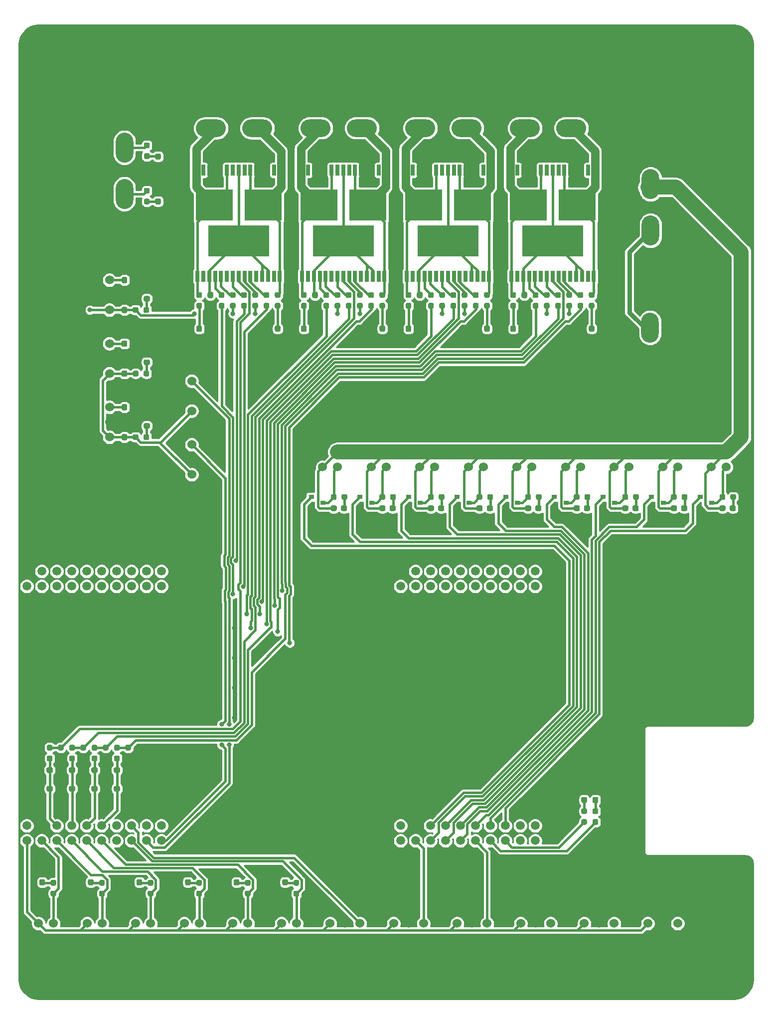
<source format=gbr>
%TF.GenerationSoftware,KiCad,Pcbnew,(5.1.10)-1*%
%TF.CreationDate,2022-03-20T16:18:04-05:00*%
%TF.ProjectId,ScienceMotorController,53636965-6e63-4654-9d6f-746f72436f6e,rev?*%
%TF.SameCoordinates,Original*%
%TF.FileFunction,Copper,L1,Top*%
%TF.FilePolarity,Positive*%
%FSLAX46Y46*%
G04 Gerber Fmt 4.6, Leading zero omitted, Abs format (unit mm)*
G04 Created by KiCad (PCBNEW (5.1.10)-1) date 2022-03-20 16:18:04*
%MOMM*%
%LPD*%
G01*
G04 APERTURE LIST*
%TA.AperFunction,ComponentPad*%
%ADD10O,3.000000X5.100000*%
%TD*%
%TA.AperFunction,ComponentPad*%
%ADD11O,5.100000X3.000000*%
%TD*%
%TA.AperFunction,ComponentPad*%
%ADD12C,1.520000*%
%TD*%
%TA.AperFunction,ComponentPad*%
%ADD13C,1.524000*%
%TD*%
%TA.AperFunction,SMDPad,CuDef*%
%ADD14R,0.900000X0.800000*%
%TD*%
%TA.AperFunction,SMDPad,CuDef*%
%ADD15R,0.635000X1.854200*%
%TD*%
%TA.AperFunction,SMDPad,CuDef*%
%ADD16R,6.223000X5.257800*%
%TD*%
%TA.AperFunction,SMDPad,CuDef*%
%ADD17R,10.312400X5.257800*%
%TD*%
%TA.AperFunction,ViaPad*%
%ADD18C,0.800000*%
%TD*%
%TA.AperFunction,Conductor*%
%ADD19C,0.381000*%
%TD*%
%TA.AperFunction,Conductor*%
%ADD20C,2.540000*%
%TD*%
%TA.AperFunction,Conductor*%
%ADD21C,0.762000*%
%TD*%
%TA.AperFunction,Conductor*%
%ADD22C,1.397000*%
%TD*%
%TA.AperFunction,Conductor*%
%ADD23C,0.254000*%
%TD*%
%TA.AperFunction,Conductor*%
%ADD24C,0.100000*%
%TD*%
G04 APERTURE END LIST*
D10*
%TO.P,Conn7,1*%
%TO.N,GND*%
X142005000Y-20405000D03*
%TO.P,Conn7,2*%
%TO.N,+12V*%
X142005000Y-12531000D03*
%TD*%
%TO.P,Conn6,3*%
%TO.N,+12VA*%
X142090000Y11823000D03*
%TO.P,Conn6,1*%
%TO.N,GND*%
X142090000Y-3925000D03*
%TO.P,Conn6,2*%
%TO.N,+12V*%
X142090000Y3949000D03*
%TD*%
%TO.P,Conn5,3*%
%TO.N,+12VA*%
X52705000Y18034000D03*
%TO.P,Conn5,1*%
%TO.N,GND*%
X52705000Y2286000D03*
%TO.P,Conn5,2*%
%TO.N,+12V*%
X52705000Y10160000D03*
%TD*%
D11*
%TO.P,Conn4,1*%
%TO.N,Net-(Conn4-Pad1)*%
X128609000Y21355000D03*
%TO.P,Conn4,2*%
%TO.N,Net-(Conn4-Pad2)*%
X120735000Y21355000D03*
%TD*%
%TO.P,Conn3,1*%
%TO.N,Net-(Conn3-Pad1)*%
X110829000Y21355000D03*
%TO.P,Conn3,2*%
%TO.N,Net-(Conn3-Pad2)*%
X102955000Y21355000D03*
%TD*%
%TO.P,Conn2,1*%
%TO.N,Net-(Conn2-Pad1)*%
X93049000Y21355000D03*
%TO.P,Conn2,2*%
%TO.N,Net-(Conn2-Pad2)*%
X85175000Y21355000D03*
%TD*%
%TO.P,Conn1,1*%
%TO.N,Net-(Conn1-Pad1)*%
X75269000Y21329600D03*
%TO.P,Conn1,2*%
%TO.N,Net-(Conn1-Pad2)*%
X67395000Y21329600D03*
%TD*%
D12*
%TO.P,U6,PP2*%
%TO.N,Net-(U6-PadPP2)*%
X58984000Y-53896000D03*
%TO.P,U6,PN3*%
%TO.N,Net-(U6-PadPN3)*%
X56444000Y-53896000D03*
%TO.P,U6,PN2*%
%TO.N,Net-(U6-PadPN2)*%
X53904000Y-53896000D03*
%TO.P,U6,PD0*%
%TO.N,Net-(U6-PadPD0)*%
X51364000Y-53896000D03*
%TO.P,U6,PD1*%
%TO.N,PWM_1*%
X48824000Y-53896000D03*
%TO.P,U6,Rese*%
%TO.N,Net-(U6-PadRese)*%
X46284000Y-53896000D03*
%TO.P,U6,PH3*%
%TO.N,Net-(U6-PadPH3)*%
X43744000Y-53896000D03*
%TO.P,U6,PH2*%
%TO.N,Net-(U6-PadPH2)*%
X41204000Y-53896000D03*
%TO.P,U6,PM3*%
%TO.N,Net-(U6-PadPM3)*%
X38664000Y-53896000D03*
%TO.P,U6,GND*%
%TO.N,GND*%
X36124000Y-53896000D03*
%TO.P,U6,PL3*%
%TO.N,Net-(U6-PadPL3)*%
X58984000Y-56436000D03*
%TO.P,U6,PL2*%
%TO.N,Net-(U6-PadPL2)*%
X56444000Y-56436000D03*
%TO.P,U6,PL1*%
%TO.N,INB_1*%
X53904000Y-56436000D03*
%TO.P,U6,PL0*%
%TO.N,INA_1*%
X51364000Y-56436000D03*
%TO.P,U6,PL5*%
%TO.N,Net-(U6-PadPL5)*%
X48824000Y-56436000D03*
%TO.P,U6,PL4*%
%TO.N,PWM_4*%
X46284000Y-56436000D03*
%TO.P,U6,PG0*%
%TO.N,Net-(U6-PadPG0)*%
X43744000Y-56436000D03*
%TO.P,U6,PF3*%
%TO.N,Net-(U6-PadPF3)*%
X41204000Y-56436000D03*
%TO.P,U6,PF2*%
%TO.N,INA_3*%
X38664000Y-56436000D03*
%TO.P,U6,PF1*%
%TO.N,INB_3*%
X36124000Y-56436000D03*
%TO.P,U6,PB3*%
%TO.N,Servo_2*%
X58984000Y-99616000D03*
%TO.P,U6,PB2*%
%TO.N,Servo_1*%
X56444000Y-99616000D03*
%TO.P,U6,PC7*%
%TO.N,Limit_Switch_6*%
X53904000Y-99616000D03*
%TO.P,U6,PD3*%
%TO.N,Encoder_PWM_4*%
X51364000Y-99616000D03*
%TO.P,U6,PE5*%
%TO.N,Limit_Switch_5*%
X48824000Y-99616000D03*
%TO.P,U6,PC6*%
%TO.N,Limit_Switch_4*%
X46284000Y-99616000D03*
%TO.P,U6,PC5*%
%TO.N,Limit_Switch_3*%
X43744000Y-99616000D03*
%TO.P,U6,PC4*%
%TO.N,Limit_Switch_2*%
X41204000Y-99616000D03*
%TO.P,U6,PE4*%
%TO.N,Limit_Switch_1*%
X38664000Y-99616000D03*
%TO.P,U6,+3V3*%
%TO.N,+3V3*%
X36124000Y-99616000D03*
%TO.P,U6,PM5*%
%TO.N,PWM_3*%
X58984000Y-97076000D03*
%TO.P,U6,PM4*%
%TO.N,PWM_2*%
X56444000Y-97076000D03*
%TO.P,U6,PA6*%
%TO.N,Encoder_PWM_1*%
X53904000Y-97076000D03*
%TO.P,U6,PD7*%
%TO.N,Net-(U6-PadPD7)*%
X51364000Y-97076000D03*
%TO.P,U6,PE3*%
%TO.N,Current_Sense_4*%
X48824000Y-97076000D03*
%TO.P,U6,PE2*%
%TO.N,Current_Sense_3*%
X46284000Y-97076000D03*
%TO.P,U6,PE1*%
%TO.N,Current_Sense_2*%
X43744000Y-97076000D03*
%TO.P,U6,PE0*%
%TO.N,Current_Sense_1*%
X41204000Y-97076000D03*
%TO.P,U6,GND*%
%TO.N,GND*%
X38664000Y-97076000D03*
%TO.P,U6,+5V*%
%TO.N,Net-(U6-Pad+5V)*%
X36124000Y-97076000D03*
%TO.P,U6,PP5*%
%TO.N,Net-(U6-PadPP5)*%
X104704000Y-53896000D03*
%TO.P,U6,PM7*%
%TO.N,Net-(U6-PadPM7)*%
X102164000Y-53896000D03*
%TO.P,U6,GND*%
%TO.N,GND*%
X99624000Y-53896000D03*
%TO.P,U6,PK7*%
%TO.N,Net-(U6-PadPK7)*%
X122484000Y-56436000D03*
%TO.P,U6,PK6*%
%TO.N,Net-(U6-PadPK6)*%
X119944000Y-56436000D03*
%TO.P,U6,PH1*%
%TO.N,INB_4*%
X117404000Y-56436000D03*
%TO.P,U6,PH0*%
%TO.N,INA_4*%
X114864000Y-56436000D03*
%TO.P,U6,PM2*%
%TO.N,Net-(U6-PadPM2)*%
X112324000Y-56436000D03*
%TO.P,U6,PM1*%
%TO.N,Net-(U6-PadPM1)*%
X109784000Y-56436000D03*
%TO.P,U6,PM0*%
%TO.N,Net-(U6-PadPM0)*%
X107244000Y-56436000D03*
%TO.P,U6,PK5*%
%TO.N,Net-(U6-PadPK5)*%
X104704000Y-56436000D03*
%TO.P,U6,PK4*%
%TO.N,INA_2*%
X102164000Y-56436000D03*
%TO.P,U6,PG1*%
%TO.N,INB_2*%
X99624000Y-56436000D03*
%TO.P,U6,PN4*%
%TO.N,Net-(U6-PadPN4)*%
X122484000Y-99616000D03*
%TO.P,U6,PP4*%
%TO.N,Net-(R43-Pad2)*%
X117404000Y-99616000D03*
%TO.P,U6,PD5*%
%TO.N,Encoder_PWM_3*%
X112324000Y-99616000D03*
%TO.P,U6,PD4*%
%TO.N,Solenoid_Valve_6*%
X109784000Y-99616000D03*
%TO.P,U6,PP1*%
%TO.N,Solenoid_Valve_4*%
X107244000Y-99616000D03*
%TO.P,U6,PP0*%
%TO.N,Solenoid_Valve_2*%
X104704000Y-99616000D03*
%TO.P,U6,PD2*%
%TO.N,Encoder_PWM_2*%
X102164000Y-99616000D03*
%TO.P,U6,PA5*%
%TO.N,Encoder_PWM_6*%
X122484000Y-97076000D03*
%TO.P,U6,PK3*%
%TO.N,Solenoid_Valve_9*%
X117404000Y-97076000D03*
%TO.P,U6,PB5*%
%TO.N,Solenoid_Valve_3*%
X107244000Y-97076000D03*
%TO.P,U6,PB4*%
%TO.N,Solenoid_Valve_1*%
X104704000Y-97076000D03*
%TO.P,U6,GND*%
%TO.N,GND*%
X102164000Y-97076000D03*
%TO.P,U6,+5V`*%
%TO.N,N/C*%
X99624000Y-97076000D03*
%TO.P,U6,PK1*%
%TO.N,Solenoid_Valve_7*%
X112324000Y-97076000D03*
%TO.P,U6,PK2*%
%TO.N,Solenoid_Valve_8*%
X114864000Y-97076000D03*
%TO.P,U6,PN5*%
%TO.N,Net-(U6-PadPN5)*%
X119944000Y-99616000D03*
%TO.P,U6,PA7*%
%TO.N,Net-(U6-PadPA7)*%
X107244000Y-53896000D03*
%TO.P,U6,Rese`*%
%TO.N,N/C*%
X109784000Y-53896000D03*
%TO.P,U6,PA4*%
%TO.N,Encoder_PWM_5*%
X119944000Y-97076000D03*
%TO.P,U6,PQ0*%
%TO.N,Net-(R42-Pad1)*%
X114864000Y-99616000D03*
%TO.P,U6,PP3*%
%TO.N,Net-(U6-PadPP3)*%
X117404000Y-53896000D03*
%TO.P,U6,PQ3*%
%TO.N,Net-(U6-PadPQ3)*%
X114864000Y-53896000D03*
%TO.P,U6,PK0*%
%TO.N,Solenoid_Valve_5*%
X109784000Y-97076000D03*
%TO.P,U6,PQ2*%
%TO.N,Net-(U6-PadPQ2)*%
X112324000Y-53896000D03*
%TO.P,U6,PQ1*%
%TO.N,Net-(U6-PadPQ1)*%
X119944000Y-53896000D03*
%TO.P,U6,PM6*%
%TO.N,Net-(U6-PadPM6)*%
X122484000Y-53896000D03*
%TO.P,U6,+3V3`*%
%TO.N,N/C*%
X99624000Y-99616000D03*
%TD*%
%TO.P,D12,2*%
%TO.N,GND*%
%TA.AperFunction,SMDPad,CuDef*%
G36*
G01*
X52660000Y-91042500D02*
X52660000Y-90567500D01*
G75*
G02*
X52897500Y-90330000I237500J0D01*
G01*
X53472500Y-90330000D01*
G75*
G02*
X53710000Y-90567500I0J-237500D01*
G01*
X53710000Y-91042500D01*
G75*
G02*
X53472500Y-91280000I-237500J0D01*
G01*
X52897500Y-91280000D01*
G75*
G02*
X52660000Y-91042500I0J237500D01*
G01*
G37*
%TD.AperFunction*%
%TO.P,D12,1*%
%TO.N,Current_Sense_4*%
%TA.AperFunction,SMDPad,CuDef*%
G36*
G01*
X50910000Y-91042500D02*
X50910000Y-90567500D01*
G75*
G02*
X51147500Y-90330000I237500J0D01*
G01*
X51722500Y-90330000D01*
G75*
G02*
X51960000Y-90567500I0J-237500D01*
G01*
X51960000Y-91042500D01*
G75*
G02*
X51722500Y-91280000I-237500J0D01*
G01*
X51147500Y-91280000D01*
G75*
G02*
X50910000Y-91042500I0J237500D01*
G01*
G37*
%TD.AperFunction*%
%TD*%
%TO.P,D11,2*%
%TO.N,GND*%
%TA.AperFunction,SMDPad,CuDef*%
G36*
G01*
X48850000Y-91042500D02*
X48850000Y-90567500D01*
G75*
G02*
X49087500Y-90330000I237500J0D01*
G01*
X49662500Y-90330000D01*
G75*
G02*
X49900000Y-90567500I0J-237500D01*
G01*
X49900000Y-91042500D01*
G75*
G02*
X49662500Y-91280000I-237500J0D01*
G01*
X49087500Y-91280000D01*
G75*
G02*
X48850000Y-91042500I0J237500D01*
G01*
G37*
%TD.AperFunction*%
%TO.P,D11,1*%
%TO.N,Current_Sense_3*%
%TA.AperFunction,SMDPad,CuDef*%
G36*
G01*
X47100000Y-91042500D02*
X47100000Y-90567500D01*
G75*
G02*
X47337500Y-90330000I237500J0D01*
G01*
X47912500Y-90330000D01*
G75*
G02*
X48150000Y-90567500I0J-237500D01*
G01*
X48150000Y-91042500D01*
G75*
G02*
X47912500Y-91280000I-237500J0D01*
G01*
X47337500Y-91280000D01*
G75*
G02*
X47100000Y-91042500I0J237500D01*
G01*
G37*
%TD.AperFunction*%
%TD*%
%TO.P,D10,2*%
%TO.N,GND*%
%TA.AperFunction,SMDPad,CuDef*%
G36*
G01*
X45040000Y-91042500D02*
X45040000Y-90567500D01*
G75*
G02*
X45277500Y-90330000I237500J0D01*
G01*
X45852500Y-90330000D01*
G75*
G02*
X46090000Y-90567500I0J-237500D01*
G01*
X46090000Y-91042500D01*
G75*
G02*
X45852500Y-91280000I-237500J0D01*
G01*
X45277500Y-91280000D01*
G75*
G02*
X45040000Y-91042500I0J237500D01*
G01*
G37*
%TD.AperFunction*%
%TO.P,D10,1*%
%TO.N,Current_Sense_2*%
%TA.AperFunction,SMDPad,CuDef*%
G36*
G01*
X43290000Y-91042500D02*
X43290000Y-90567500D01*
G75*
G02*
X43527500Y-90330000I237500J0D01*
G01*
X44102500Y-90330000D01*
G75*
G02*
X44340000Y-90567500I0J-237500D01*
G01*
X44340000Y-91042500D01*
G75*
G02*
X44102500Y-91280000I-237500J0D01*
G01*
X43527500Y-91280000D01*
G75*
G02*
X43290000Y-91042500I0J237500D01*
G01*
G37*
%TD.AperFunction*%
%TD*%
%TO.P,D9,2*%
%TO.N,GND*%
%TA.AperFunction,SMDPad,CuDef*%
G36*
G01*
X41230000Y-91042500D02*
X41230000Y-90567500D01*
G75*
G02*
X41467500Y-90330000I237500J0D01*
G01*
X42042500Y-90330000D01*
G75*
G02*
X42280000Y-90567500I0J-237500D01*
G01*
X42280000Y-91042500D01*
G75*
G02*
X42042500Y-91280000I-237500J0D01*
G01*
X41467500Y-91280000D01*
G75*
G02*
X41230000Y-91042500I0J237500D01*
G01*
G37*
%TD.AperFunction*%
%TO.P,D9,1*%
%TO.N,Current_Sense_1*%
%TA.AperFunction,SMDPad,CuDef*%
G36*
G01*
X39480000Y-91042500D02*
X39480000Y-90567500D01*
G75*
G02*
X39717500Y-90330000I237500J0D01*
G01*
X40292500Y-90330000D01*
G75*
G02*
X40530000Y-90567500I0J-237500D01*
G01*
X40530000Y-91042500D01*
G75*
G02*
X40292500Y-91280000I-237500J0D01*
G01*
X39717500Y-91280000D01*
G75*
G02*
X39480000Y-91042500I0J237500D01*
G01*
G37*
%TD.AperFunction*%
%TD*%
D13*
%TO.P,SolVal9,2*%
%TO.N,Net-(Q9-Pad3)*%
X154940000Y-36195000D03*
%TO.P,SolVal9,1*%
%TO.N,+12VA*%
X152400000Y-36195000D03*
%TD*%
%TO.P,SolVal8,2*%
%TO.N,Net-(Q8-Pad3)*%
X146685000Y-36195000D03*
%TO.P,SolVal8,1*%
%TO.N,+12VA*%
X144145000Y-36195000D03*
%TD*%
%TO.P,SolVal7,2*%
%TO.N,Net-(Q7-Pad3)*%
X138430000Y-36195000D03*
%TO.P,SolVal7,1*%
%TO.N,+12VA*%
X135890000Y-36195000D03*
%TD*%
%TO.P,SolVal6,2*%
%TO.N,Net-(Q6-Pad3)*%
X130175000Y-36195000D03*
%TO.P,SolVal6,1*%
%TO.N,+12VA*%
X127635000Y-36195000D03*
%TD*%
%TO.P,SolVal5,2*%
%TO.N,Net-(Q5-Pad3)*%
X121920000Y-36195000D03*
%TO.P,SolVal5,1*%
%TO.N,+12VA*%
X119380000Y-36195000D03*
%TD*%
%TO.P,SolVal4,2*%
%TO.N,Net-(Q4-Pad3)*%
X113665000Y-36195000D03*
%TO.P,SolVal4,1*%
%TO.N,+12VA*%
X111125000Y-36195000D03*
%TD*%
%TO.P,SolVal3,2*%
%TO.N,Net-(Q3-Pad3)*%
X105410000Y-36195000D03*
%TO.P,SolVal3,1*%
%TO.N,+12VA*%
X102870000Y-36195000D03*
%TD*%
%TO.P,SolVal2,2*%
%TO.N,Net-(Q2-Pad3)*%
X97155000Y-36195000D03*
%TO.P,SolVal2,1*%
%TO.N,+12VA*%
X94615000Y-36195000D03*
%TD*%
%TO.P,SolVal1,2*%
%TO.N,Net-(Q1-Pad3)*%
X88900000Y-36195000D03*
%TO.P,SolVal1,1*%
%TO.N,+12VA*%
X86360000Y-36195000D03*
%TD*%
%TO.P,R58,2*%
%TO.N,Net-(Q9-Pad3)*%
%TA.AperFunction,SMDPad,CuDef*%
G36*
G01*
X154792500Y-41037500D02*
X154792500Y-41512500D01*
G75*
G02*
X154555000Y-41750000I-237500J0D01*
G01*
X154055000Y-41750000D01*
G75*
G02*
X153817500Y-41512500I0J237500D01*
G01*
X153817500Y-41037500D01*
G75*
G02*
X154055000Y-40800000I237500J0D01*
G01*
X154555000Y-40800000D01*
G75*
G02*
X154792500Y-41037500I0J-237500D01*
G01*
G37*
%TD.AperFunction*%
%TO.P,R58,1*%
%TO.N,Net-(D32-Pad1)*%
%TA.AperFunction,SMDPad,CuDef*%
G36*
G01*
X156617500Y-41037500D02*
X156617500Y-41512500D01*
G75*
G02*
X156380000Y-41750000I-237500J0D01*
G01*
X155880000Y-41750000D01*
G75*
G02*
X155642500Y-41512500I0J237500D01*
G01*
X155642500Y-41037500D01*
G75*
G02*
X155880000Y-40800000I237500J0D01*
G01*
X156380000Y-40800000D01*
G75*
G02*
X156617500Y-41037500I0J-237500D01*
G01*
G37*
%TD.AperFunction*%
%TD*%
%TO.P,R57,2*%
%TO.N,Net-(Q8-Pad3)*%
%TA.AperFunction,SMDPad,CuDef*%
G36*
G01*
X146537500Y-41037500D02*
X146537500Y-41512500D01*
G75*
G02*
X146300000Y-41750000I-237500J0D01*
G01*
X145800000Y-41750000D01*
G75*
G02*
X145562500Y-41512500I0J237500D01*
G01*
X145562500Y-41037500D01*
G75*
G02*
X145800000Y-40800000I237500J0D01*
G01*
X146300000Y-40800000D01*
G75*
G02*
X146537500Y-41037500I0J-237500D01*
G01*
G37*
%TD.AperFunction*%
%TO.P,R57,1*%
%TO.N,Net-(D31-Pad1)*%
%TA.AperFunction,SMDPad,CuDef*%
G36*
G01*
X148362500Y-41037500D02*
X148362500Y-41512500D01*
G75*
G02*
X148125000Y-41750000I-237500J0D01*
G01*
X147625000Y-41750000D01*
G75*
G02*
X147387500Y-41512500I0J237500D01*
G01*
X147387500Y-41037500D01*
G75*
G02*
X147625000Y-40800000I237500J0D01*
G01*
X148125000Y-40800000D01*
G75*
G02*
X148362500Y-41037500I0J-237500D01*
G01*
G37*
%TD.AperFunction*%
%TD*%
%TO.P,R56,2*%
%TO.N,Net-(Q7-Pad3)*%
%TA.AperFunction,SMDPad,CuDef*%
G36*
G01*
X138282500Y-41037500D02*
X138282500Y-41512500D01*
G75*
G02*
X138045000Y-41750000I-237500J0D01*
G01*
X137545000Y-41750000D01*
G75*
G02*
X137307500Y-41512500I0J237500D01*
G01*
X137307500Y-41037500D01*
G75*
G02*
X137545000Y-40800000I237500J0D01*
G01*
X138045000Y-40800000D01*
G75*
G02*
X138282500Y-41037500I0J-237500D01*
G01*
G37*
%TD.AperFunction*%
%TO.P,R56,1*%
%TO.N,Net-(D30-Pad1)*%
%TA.AperFunction,SMDPad,CuDef*%
G36*
G01*
X140107500Y-41037500D02*
X140107500Y-41512500D01*
G75*
G02*
X139870000Y-41750000I-237500J0D01*
G01*
X139370000Y-41750000D01*
G75*
G02*
X139132500Y-41512500I0J237500D01*
G01*
X139132500Y-41037500D01*
G75*
G02*
X139370000Y-40800000I237500J0D01*
G01*
X139870000Y-40800000D01*
G75*
G02*
X140107500Y-41037500I0J-237500D01*
G01*
G37*
%TD.AperFunction*%
%TD*%
%TO.P,R55,2*%
%TO.N,Net-(Q6-Pad3)*%
%TA.AperFunction,SMDPad,CuDef*%
G36*
G01*
X130027500Y-41037500D02*
X130027500Y-41512500D01*
G75*
G02*
X129790000Y-41750000I-237500J0D01*
G01*
X129290000Y-41750000D01*
G75*
G02*
X129052500Y-41512500I0J237500D01*
G01*
X129052500Y-41037500D01*
G75*
G02*
X129290000Y-40800000I237500J0D01*
G01*
X129790000Y-40800000D01*
G75*
G02*
X130027500Y-41037500I0J-237500D01*
G01*
G37*
%TD.AperFunction*%
%TO.P,R55,1*%
%TO.N,Net-(D29-Pad1)*%
%TA.AperFunction,SMDPad,CuDef*%
G36*
G01*
X131852500Y-41037500D02*
X131852500Y-41512500D01*
G75*
G02*
X131615000Y-41750000I-237500J0D01*
G01*
X131115000Y-41750000D01*
G75*
G02*
X130877500Y-41512500I0J237500D01*
G01*
X130877500Y-41037500D01*
G75*
G02*
X131115000Y-40800000I237500J0D01*
G01*
X131615000Y-40800000D01*
G75*
G02*
X131852500Y-41037500I0J-237500D01*
G01*
G37*
%TD.AperFunction*%
%TD*%
%TO.P,R54,2*%
%TO.N,Net-(Q5-Pad3)*%
%TA.AperFunction,SMDPad,CuDef*%
G36*
G01*
X121772500Y-41037500D02*
X121772500Y-41512500D01*
G75*
G02*
X121535000Y-41750000I-237500J0D01*
G01*
X121035000Y-41750000D01*
G75*
G02*
X120797500Y-41512500I0J237500D01*
G01*
X120797500Y-41037500D01*
G75*
G02*
X121035000Y-40800000I237500J0D01*
G01*
X121535000Y-40800000D01*
G75*
G02*
X121772500Y-41037500I0J-237500D01*
G01*
G37*
%TD.AperFunction*%
%TO.P,R54,1*%
%TO.N,Net-(D28-Pad1)*%
%TA.AperFunction,SMDPad,CuDef*%
G36*
G01*
X123597500Y-41037500D02*
X123597500Y-41512500D01*
G75*
G02*
X123360000Y-41750000I-237500J0D01*
G01*
X122860000Y-41750000D01*
G75*
G02*
X122622500Y-41512500I0J237500D01*
G01*
X122622500Y-41037500D01*
G75*
G02*
X122860000Y-40800000I237500J0D01*
G01*
X123360000Y-40800000D01*
G75*
G02*
X123597500Y-41037500I0J-237500D01*
G01*
G37*
%TD.AperFunction*%
%TD*%
%TO.P,R53,2*%
%TO.N,Net-(Q4-Pad3)*%
%TA.AperFunction,SMDPad,CuDef*%
G36*
G01*
X113517500Y-41037500D02*
X113517500Y-41512500D01*
G75*
G02*
X113280000Y-41750000I-237500J0D01*
G01*
X112780000Y-41750000D01*
G75*
G02*
X112542500Y-41512500I0J237500D01*
G01*
X112542500Y-41037500D01*
G75*
G02*
X112780000Y-40800000I237500J0D01*
G01*
X113280000Y-40800000D01*
G75*
G02*
X113517500Y-41037500I0J-237500D01*
G01*
G37*
%TD.AperFunction*%
%TO.P,R53,1*%
%TO.N,Net-(D27-Pad1)*%
%TA.AperFunction,SMDPad,CuDef*%
G36*
G01*
X115342500Y-41037500D02*
X115342500Y-41512500D01*
G75*
G02*
X115105000Y-41750000I-237500J0D01*
G01*
X114605000Y-41750000D01*
G75*
G02*
X114367500Y-41512500I0J237500D01*
G01*
X114367500Y-41037500D01*
G75*
G02*
X114605000Y-40800000I237500J0D01*
G01*
X115105000Y-40800000D01*
G75*
G02*
X115342500Y-41037500I0J-237500D01*
G01*
G37*
%TD.AperFunction*%
%TD*%
%TO.P,R52,2*%
%TO.N,Net-(Q3-Pad3)*%
%TA.AperFunction,SMDPad,CuDef*%
G36*
G01*
X105262500Y-41037500D02*
X105262500Y-41512500D01*
G75*
G02*
X105025000Y-41750000I-237500J0D01*
G01*
X104525000Y-41750000D01*
G75*
G02*
X104287500Y-41512500I0J237500D01*
G01*
X104287500Y-41037500D01*
G75*
G02*
X104525000Y-40800000I237500J0D01*
G01*
X105025000Y-40800000D01*
G75*
G02*
X105262500Y-41037500I0J-237500D01*
G01*
G37*
%TD.AperFunction*%
%TO.P,R52,1*%
%TO.N,Net-(D26-Pad1)*%
%TA.AperFunction,SMDPad,CuDef*%
G36*
G01*
X107087500Y-41037500D02*
X107087500Y-41512500D01*
G75*
G02*
X106850000Y-41750000I-237500J0D01*
G01*
X106350000Y-41750000D01*
G75*
G02*
X106112500Y-41512500I0J237500D01*
G01*
X106112500Y-41037500D01*
G75*
G02*
X106350000Y-40800000I237500J0D01*
G01*
X106850000Y-40800000D01*
G75*
G02*
X107087500Y-41037500I0J-237500D01*
G01*
G37*
%TD.AperFunction*%
%TD*%
%TO.P,R51,2*%
%TO.N,Net-(Q2-Pad3)*%
%TA.AperFunction,SMDPad,CuDef*%
G36*
G01*
X97007500Y-41037500D02*
X97007500Y-41512500D01*
G75*
G02*
X96770000Y-41750000I-237500J0D01*
G01*
X96270000Y-41750000D01*
G75*
G02*
X96032500Y-41512500I0J237500D01*
G01*
X96032500Y-41037500D01*
G75*
G02*
X96270000Y-40800000I237500J0D01*
G01*
X96770000Y-40800000D01*
G75*
G02*
X97007500Y-41037500I0J-237500D01*
G01*
G37*
%TD.AperFunction*%
%TO.P,R51,1*%
%TO.N,Net-(D25-Pad1)*%
%TA.AperFunction,SMDPad,CuDef*%
G36*
G01*
X98832500Y-41037500D02*
X98832500Y-41512500D01*
G75*
G02*
X98595000Y-41750000I-237500J0D01*
G01*
X98095000Y-41750000D01*
G75*
G02*
X97857500Y-41512500I0J237500D01*
G01*
X97857500Y-41037500D01*
G75*
G02*
X98095000Y-40800000I237500J0D01*
G01*
X98595000Y-40800000D01*
G75*
G02*
X98832500Y-41037500I0J-237500D01*
G01*
G37*
%TD.AperFunction*%
%TD*%
%TO.P,R50,2*%
%TO.N,Net-(Q1-Pad3)*%
%TA.AperFunction,SMDPad,CuDef*%
G36*
G01*
X88752500Y-41037500D02*
X88752500Y-41512500D01*
G75*
G02*
X88515000Y-41750000I-237500J0D01*
G01*
X88015000Y-41750000D01*
G75*
G02*
X87777500Y-41512500I0J237500D01*
G01*
X87777500Y-41037500D01*
G75*
G02*
X88015000Y-40800000I237500J0D01*
G01*
X88515000Y-40800000D01*
G75*
G02*
X88752500Y-41037500I0J-237500D01*
G01*
G37*
%TD.AperFunction*%
%TO.P,R50,1*%
%TO.N,Net-(D24-Pad1)*%
%TA.AperFunction,SMDPad,CuDef*%
G36*
G01*
X90577500Y-41037500D02*
X90577500Y-41512500D01*
G75*
G02*
X90340000Y-41750000I-237500J0D01*
G01*
X89840000Y-41750000D01*
G75*
G02*
X89602500Y-41512500I0J237500D01*
G01*
X89602500Y-41037500D01*
G75*
G02*
X89840000Y-40800000I237500J0D01*
G01*
X90340000Y-40800000D01*
G75*
G02*
X90577500Y-41037500I0J-237500D01*
G01*
G37*
%TD.AperFunction*%
%TD*%
D14*
%TO.P,Q9,3*%
%TO.N,Net-(Q9-Pad3)*%
X152495000Y-42225000D03*
%TO.P,Q9,2*%
%TO.N,GND*%
X150495000Y-43175000D03*
%TO.P,Q9,1*%
%TO.N,Solenoid_Valve_9*%
X150495000Y-41275000D03*
%TD*%
%TO.P,Q8,3*%
%TO.N,Net-(Q8-Pad3)*%
X144240000Y-42225000D03*
%TO.P,Q8,2*%
%TO.N,GND*%
X142240000Y-43175000D03*
%TO.P,Q8,1*%
%TO.N,Solenoid_Valve_8*%
X142240000Y-41275000D03*
%TD*%
%TO.P,Q7,3*%
%TO.N,Net-(Q7-Pad3)*%
X135985000Y-42225000D03*
%TO.P,Q7,2*%
%TO.N,GND*%
X133985000Y-43175000D03*
%TO.P,Q7,1*%
%TO.N,Solenoid_Valve_7*%
X133985000Y-41275000D03*
%TD*%
%TO.P,Q6,3*%
%TO.N,Net-(Q6-Pad3)*%
X127730000Y-42225000D03*
%TO.P,Q6,2*%
%TO.N,GND*%
X125730000Y-43175000D03*
%TO.P,Q6,1*%
%TO.N,Solenoid_Valve_6*%
X125730000Y-41275000D03*
%TD*%
%TO.P,Q5,3*%
%TO.N,Net-(Q5-Pad3)*%
X119475000Y-42225000D03*
%TO.P,Q5,2*%
%TO.N,GND*%
X117475000Y-43175000D03*
%TO.P,Q5,1*%
%TO.N,Solenoid_Valve_5*%
X117475000Y-41275000D03*
%TD*%
%TO.P,Q4,3*%
%TO.N,Net-(Q4-Pad3)*%
X111220000Y-42225000D03*
%TO.P,Q4,2*%
%TO.N,GND*%
X109220000Y-43175000D03*
%TO.P,Q4,1*%
%TO.N,Solenoid_Valve_4*%
X109220000Y-41275000D03*
%TD*%
%TO.P,Q3,3*%
%TO.N,Net-(Q3-Pad3)*%
X102965000Y-42225000D03*
%TO.P,Q3,2*%
%TO.N,GND*%
X100965000Y-43175000D03*
%TO.P,Q3,1*%
%TO.N,Solenoid_Valve_3*%
X100965000Y-41275000D03*
%TD*%
%TO.P,Q2,3*%
%TO.N,Net-(Q2-Pad3)*%
X94710000Y-42225000D03*
%TO.P,Q2,2*%
%TO.N,GND*%
X92710000Y-43175000D03*
%TO.P,Q2,1*%
%TO.N,Solenoid_Valve_2*%
X92710000Y-41275000D03*
%TD*%
%TO.P,Q1,3*%
%TO.N,Net-(Q1-Pad3)*%
X86455000Y-42225000D03*
%TO.P,Q1,2*%
%TO.N,GND*%
X84455000Y-43175000D03*
%TO.P,Q1,1*%
%TO.N,Solenoid_Valve_1*%
X84455000Y-41275000D03*
%TD*%
%TO.P,D32,2*%
%TO.N,+12VA*%
%TA.AperFunction,SMDPad,CuDef*%
G36*
G01*
X154830000Y-42942500D02*
X154830000Y-43417500D01*
G75*
G02*
X154592500Y-43655000I-237500J0D01*
G01*
X154017500Y-43655000D01*
G75*
G02*
X153780000Y-43417500I0J237500D01*
G01*
X153780000Y-42942500D01*
G75*
G02*
X154017500Y-42705000I237500J0D01*
G01*
X154592500Y-42705000D01*
G75*
G02*
X154830000Y-42942500I0J-237500D01*
G01*
G37*
%TD.AperFunction*%
%TO.P,D32,1*%
%TO.N,Net-(D32-Pad1)*%
%TA.AperFunction,SMDPad,CuDef*%
G36*
G01*
X156580000Y-42942500D02*
X156580000Y-43417500D01*
G75*
G02*
X156342500Y-43655000I-237500J0D01*
G01*
X155767500Y-43655000D01*
G75*
G02*
X155530000Y-43417500I0J237500D01*
G01*
X155530000Y-42942500D01*
G75*
G02*
X155767500Y-42705000I237500J0D01*
G01*
X156342500Y-42705000D01*
G75*
G02*
X156580000Y-42942500I0J-237500D01*
G01*
G37*
%TD.AperFunction*%
%TD*%
%TO.P,D31,2*%
%TO.N,+12VA*%
%TA.AperFunction,SMDPad,CuDef*%
G36*
G01*
X146575000Y-42942500D02*
X146575000Y-43417500D01*
G75*
G02*
X146337500Y-43655000I-237500J0D01*
G01*
X145762500Y-43655000D01*
G75*
G02*
X145525000Y-43417500I0J237500D01*
G01*
X145525000Y-42942500D01*
G75*
G02*
X145762500Y-42705000I237500J0D01*
G01*
X146337500Y-42705000D01*
G75*
G02*
X146575000Y-42942500I0J-237500D01*
G01*
G37*
%TD.AperFunction*%
%TO.P,D31,1*%
%TO.N,Net-(D31-Pad1)*%
%TA.AperFunction,SMDPad,CuDef*%
G36*
G01*
X148325000Y-42942500D02*
X148325000Y-43417500D01*
G75*
G02*
X148087500Y-43655000I-237500J0D01*
G01*
X147512500Y-43655000D01*
G75*
G02*
X147275000Y-43417500I0J237500D01*
G01*
X147275000Y-42942500D01*
G75*
G02*
X147512500Y-42705000I237500J0D01*
G01*
X148087500Y-42705000D01*
G75*
G02*
X148325000Y-42942500I0J-237500D01*
G01*
G37*
%TD.AperFunction*%
%TD*%
%TO.P,D30,2*%
%TO.N,+12VA*%
%TA.AperFunction,SMDPad,CuDef*%
G36*
G01*
X138320000Y-42942500D02*
X138320000Y-43417500D01*
G75*
G02*
X138082500Y-43655000I-237500J0D01*
G01*
X137507500Y-43655000D01*
G75*
G02*
X137270000Y-43417500I0J237500D01*
G01*
X137270000Y-42942500D01*
G75*
G02*
X137507500Y-42705000I237500J0D01*
G01*
X138082500Y-42705000D01*
G75*
G02*
X138320000Y-42942500I0J-237500D01*
G01*
G37*
%TD.AperFunction*%
%TO.P,D30,1*%
%TO.N,Net-(D30-Pad1)*%
%TA.AperFunction,SMDPad,CuDef*%
G36*
G01*
X140070000Y-42942500D02*
X140070000Y-43417500D01*
G75*
G02*
X139832500Y-43655000I-237500J0D01*
G01*
X139257500Y-43655000D01*
G75*
G02*
X139020000Y-43417500I0J237500D01*
G01*
X139020000Y-42942500D01*
G75*
G02*
X139257500Y-42705000I237500J0D01*
G01*
X139832500Y-42705000D01*
G75*
G02*
X140070000Y-42942500I0J-237500D01*
G01*
G37*
%TD.AperFunction*%
%TD*%
%TO.P,D29,2*%
%TO.N,+12VA*%
%TA.AperFunction,SMDPad,CuDef*%
G36*
G01*
X130065000Y-42942500D02*
X130065000Y-43417500D01*
G75*
G02*
X129827500Y-43655000I-237500J0D01*
G01*
X129252500Y-43655000D01*
G75*
G02*
X129015000Y-43417500I0J237500D01*
G01*
X129015000Y-42942500D01*
G75*
G02*
X129252500Y-42705000I237500J0D01*
G01*
X129827500Y-42705000D01*
G75*
G02*
X130065000Y-42942500I0J-237500D01*
G01*
G37*
%TD.AperFunction*%
%TO.P,D29,1*%
%TO.N,Net-(D29-Pad1)*%
%TA.AperFunction,SMDPad,CuDef*%
G36*
G01*
X131815000Y-42942500D02*
X131815000Y-43417500D01*
G75*
G02*
X131577500Y-43655000I-237500J0D01*
G01*
X131002500Y-43655000D01*
G75*
G02*
X130765000Y-43417500I0J237500D01*
G01*
X130765000Y-42942500D01*
G75*
G02*
X131002500Y-42705000I237500J0D01*
G01*
X131577500Y-42705000D01*
G75*
G02*
X131815000Y-42942500I0J-237500D01*
G01*
G37*
%TD.AperFunction*%
%TD*%
%TO.P,D28,2*%
%TO.N,+12VA*%
%TA.AperFunction,SMDPad,CuDef*%
G36*
G01*
X121810000Y-42942500D02*
X121810000Y-43417500D01*
G75*
G02*
X121572500Y-43655000I-237500J0D01*
G01*
X120997500Y-43655000D01*
G75*
G02*
X120760000Y-43417500I0J237500D01*
G01*
X120760000Y-42942500D01*
G75*
G02*
X120997500Y-42705000I237500J0D01*
G01*
X121572500Y-42705000D01*
G75*
G02*
X121810000Y-42942500I0J-237500D01*
G01*
G37*
%TD.AperFunction*%
%TO.P,D28,1*%
%TO.N,Net-(D28-Pad1)*%
%TA.AperFunction,SMDPad,CuDef*%
G36*
G01*
X123560000Y-42942500D02*
X123560000Y-43417500D01*
G75*
G02*
X123322500Y-43655000I-237500J0D01*
G01*
X122747500Y-43655000D01*
G75*
G02*
X122510000Y-43417500I0J237500D01*
G01*
X122510000Y-42942500D01*
G75*
G02*
X122747500Y-42705000I237500J0D01*
G01*
X123322500Y-42705000D01*
G75*
G02*
X123560000Y-42942500I0J-237500D01*
G01*
G37*
%TD.AperFunction*%
%TD*%
%TO.P,D27,2*%
%TO.N,+12VA*%
%TA.AperFunction,SMDPad,CuDef*%
G36*
G01*
X113555000Y-42942500D02*
X113555000Y-43417500D01*
G75*
G02*
X113317500Y-43655000I-237500J0D01*
G01*
X112742500Y-43655000D01*
G75*
G02*
X112505000Y-43417500I0J237500D01*
G01*
X112505000Y-42942500D01*
G75*
G02*
X112742500Y-42705000I237500J0D01*
G01*
X113317500Y-42705000D01*
G75*
G02*
X113555000Y-42942500I0J-237500D01*
G01*
G37*
%TD.AperFunction*%
%TO.P,D27,1*%
%TO.N,Net-(D27-Pad1)*%
%TA.AperFunction,SMDPad,CuDef*%
G36*
G01*
X115305000Y-42942500D02*
X115305000Y-43417500D01*
G75*
G02*
X115067500Y-43655000I-237500J0D01*
G01*
X114492500Y-43655000D01*
G75*
G02*
X114255000Y-43417500I0J237500D01*
G01*
X114255000Y-42942500D01*
G75*
G02*
X114492500Y-42705000I237500J0D01*
G01*
X115067500Y-42705000D01*
G75*
G02*
X115305000Y-42942500I0J-237500D01*
G01*
G37*
%TD.AperFunction*%
%TD*%
%TO.P,D26,2*%
%TO.N,+12VA*%
%TA.AperFunction,SMDPad,CuDef*%
G36*
G01*
X105300000Y-42942500D02*
X105300000Y-43417500D01*
G75*
G02*
X105062500Y-43655000I-237500J0D01*
G01*
X104487500Y-43655000D01*
G75*
G02*
X104250000Y-43417500I0J237500D01*
G01*
X104250000Y-42942500D01*
G75*
G02*
X104487500Y-42705000I237500J0D01*
G01*
X105062500Y-42705000D01*
G75*
G02*
X105300000Y-42942500I0J-237500D01*
G01*
G37*
%TD.AperFunction*%
%TO.P,D26,1*%
%TO.N,Net-(D26-Pad1)*%
%TA.AperFunction,SMDPad,CuDef*%
G36*
G01*
X107050000Y-42942500D02*
X107050000Y-43417500D01*
G75*
G02*
X106812500Y-43655000I-237500J0D01*
G01*
X106237500Y-43655000D01*
G75*
G02*
X106000000Y-43417500I0J237500D01*
G01*
X106000000Y-42942500D01*
G75*
G02*
X106237500Y-42705000I237500J0D01*
G01*
X106812500Y-42705000D01*
G75*
G02*
X107050000Y-42942500I0J-237500D01*
G01*
G37*
%TD.AperFunction*%
%TD*%
%TO.P,D25,2*%
%TO.N,+12VA*%
%TA.AperFunction,SMDPad,CuDef*%
G36*
G01*
X97045000Y-42942500D02*
X97045000Y-43417500D01*
G75*
G02*
X96807500Y-43655000I-237500J0D01*
G01*
X96232500Y-43655000D01*
G75*
G02*
X95995000Y-43417500I0J237500D01*
G01*
X95995000Y-42942500D01*
G75*
G02*
X96232500Y-42705000I237500J0D01*
G01*
X96807500Y-42705000D01*
G75*
G02*
X97045000Y-42942500I0J-237500D01*
G01*
G37*
%TD.AperFunction*%
%TO.P,D25,1*%
%TO.N,Net-(D25-Pad1)*%
%TA.AperFunction,SMDPad,CuDef*%
G36*
G01*
X98795000Y-42942500D02*
X98795000Y-43417500D01*
G75*
G02*
X98557500Y-43655000I-237500J0D01*
G01*
X97982500Y-43655000D01*
G75*
G02*
X97745000Y-43417500I0J237500D01*
G01*
X97745000Y-42942500D01*
G75*
G02*
X97982500Y-42705000I237500J0D01*
G01*
X98557500Y-42705000D01*
G75*
G02*
X98795000Y-42942500I0J-237500D01*
G01*
G37*
%TD.AperFunction*%
%TD*%
%TO.P,D24,2*%
%TO.N,+12VA*%
%TA.AperFunction,SMDPad,CuDef*%
G36*
G01*
X88790000Y-42942500D02*
X88790000Y-43417500D01*
G75*
G02*
X88552500Y-43655000I-237500J0D01*
G01*
X87977500Y-43655000D01*
G75*
G02*
X87740000Y-43417500I0J237500D01*
G01*
X87740000Y-42942500D01*
G75*
G02*
X87977500Y-42705000I237500J0D01*
G01*
X88552500Y-42705000D01*
G75*
G02*
X88790000Y-42942500I0J-237500D01*
G01*
G37*
%TD.AperFunction*%
%TO.P,D24,1*%
%TO.N,Net-(D24-Pad1)*%
%TA.AperFunction,SMDPad,CuDef*%
G36*
G01*
X90540000Y-42942500D02*
X90540000Y-43417500D01*
G75*
G02*
X90302500Y-43655000I-237500J0D01*
G01*
X89727500Y-43655000D01*
G75*
G02*
X89490000Y-43417500I0J237500D01*
G01*
X89490000Y-42942500D01*
G75*
G02*
X89727500Y-42705000I237500J0D01*
G01*
X90302500Y-42705000D01*
G75*
G02*
X90540000Y-42942500I0J-237500D01*
G01*
G37*
%TD.AperFunction*%
%TD*%
%TO.P,R21,2*%
%TO.N,Current_Sense_1*%
%TA.AperFunction,SMDPad,CuDef*%
G36*
G01*
X39767500Y-85157500D02*
X40242500Y-85157500D01*
G75*
G02*
X40480000Y-85395000I0J-237500D01*
G01*
X40480000Y-85895000D01*
G75*
G02*
X40242500Y-86132500I-237500J0D01*
G01*
X39767500Y-86132500D01*
G75*
G02*
X39530000Y-85895000I0J237500D01*
G01*
X39530000Y-85395000D01*
G75*
G02*
X39767500Y-85157500I237500J0D01*
G01*
G37*
%TD.AperFunction*%
%TO.P,R21,1*%
%TO.N,Net-(R21-Pad1)*%
%TA.AperFunction,SMDPad,CuDef*%
G36*
G01*
X39767500Y-83332500D02*
X40242500Y-83332500D01*
G75*
G02*
X40480000Y-83570000I0J-237500D01*
G01*
X40480000Y-84070000D01*
G75*
G02*
X40242500Y-84307500I-237500J0D01*
G01*
X39767500Y-84307500D01*
G75*
G02*
X39530000Y-84070000I0J237500D01*
G01*
X39530000Y-83570000D01*
G75*
G02*
X39767500Y-83332500I237500J0D01*
G01*
G37*
%TD.AperFunction*%
%TD*%
D13*
%TO.P,U8,3*%
%TO.N,+5VA*%
X50165000Y-31115000D03*
%TO.P,U8,2*%
%TO.N,GND*%
X50165000Y-28575000D03*
%TO.P,U8,1*%
%TO.N,+12VA*%
X50165000Y-26035000D03*
%TD*%
%TO.P,R41,2*%
%TO.N,+5VA*%
%TA.AperFunction,SMDPad,CuDef*%
G36*
G01*
X55097500Y-30877500D02*
X55097500Y-31352500D01*
G75*
G02*
X54860000Y-31590000I-237500J0D01*
G01*
X54360000Y-31590000D01*
G75*
G02*
X54122500Y-31352500I0J237500D01*
G01*
X54122500Y-30877500D01*
G75*
G02*
X54360000Y-30640000I237500J0D01*
G01*
X54860000Y-30640000D01*
G75*
G02*
X55097500Y-30877500I0J-237500D01*
G01*
G37*
%TD.AperFunction*%
%TO.P,R41,1*%
%TO.N,Net-(D17-Pad2)*%
%TA.AperFunction,SMDPad,CuDef*%
G36*
G01*
X56922500Y-30877500D02*
X56922500Y-31352500D01*
G75*
G02*
X56685000Y-31590000I-237500J0D01*
G01*
X56185000Y-31590000D01*
G75*
G02*
X55947500Y-31352500I0J237500D01*
G01*
X55947500Y-30877500D01*
G75*
G02*
X56185000Y-30640000I237500J0D01*
G01*
X56685000Y-30640000D01*
G75*
G02*
X56922500Y-30877500I0J-237500D01*
G01*
G37*
%TD.AperFunction*%
%TD*%
%TO.P,D17,2*%
%TO.N,Net-(D17-Pad2)*%
%TA.AperFunction,SMDPad,CuDef*%
G36*
G01*
X55990000Y-29447500D02*
X55990000Y-28972500D01*
G75*
G02*
X56227500Y-28735000I237500J0D01*
G01*
X56802500Y-28735000D01*
G75*
G02*
X57040000Y-28972500I0J-237500D01*
G01*
X57040000Y-29447500D01*
G75*
G02*
X56802500Y-29685000I-237500J0D01*
G01*
X56227500Y-29685000D01*
G75*
G02*
X55990000Y-29447500I0J237500D01*
G01*
G37*
%TD.AperFunction*%
%TO.P,D17,1*%
%TO.N,GND*%
%TA.AperFunction,SMDPad,CuDef*%
G36*
G01*
X54240000Y-29447500D02*
X54240000Y-28972500D01*
G75*
G02*
X54477500Y-28735000I237500J0D01*
G01*
X55052500Y-28735000D01*
G75*
G02*
X55290000Y-28972500I0J-237500D01*
G01*
X55290000Y-29447500D01*
G75*
G02*
X55052500Y-29685000I-237500J0D01*
G01*
X54477500Y-29685000D01*
G75*
G02*
X54240000Y-29447500I0J237500D01*
G01*
G37*
%TD.AperFunction*%
%TD*%
%TO.P,C14,2*%
%TO.N,GND*%
%TA.AperFunction,SMDPad,CuDef*%
G36*
G01*
X52942500Y-29927500D02*
X52467500Y-29927500D01*
G75*
G02*
X52230000Y-29690000I0J237500D01*
G01*
X52230000Y-29090000D01*
G75*
G02*
X52467500Y-28852500I237500J0D01*
G01*
X52942500Y-28852500D01*
G75*
G02*
X53180000Y-29090000I0J-237500D01*
G01*
X53180000Y-29690000D01*
G75*
G02*
X52942500Y-29927500I-237500J0D01*
G01*
G37*
%TD.AperFunction*%
%TO.P,C14,1*%
%TO.N,+5VA*%
%TA.AperFunction,SMDPad,CuDef*%
G36*
G01*
X52942500Y-31652500D02*
X52467500Y-31652500D01*
G75*
G02*
X52230000Y-31415000I0J237500D01*
G01*
X52230000Y-30815000D01*
G75*
G02*
X52467500Y-30577500I237500J0D01*
G01*
X52942500Y-30577500D01*
G75*
G02*
X53180000Y-30815000I0J-237500D01*
G01*
X53180000Y-31415000D01*
G75*
G02*
X52942500Y-31652500I-237500J0D01*
G01*
G37*
%TD.AperFunction*%
%TD*%
%TO.P,C13,2*%
%TO.N,GND*%
%TA.AperFunction,SMDPad,CuDef*%
G36*
G01*
X52467500Y-27222500D02*
X52942500Y-27222500D01*
G75*
G02*
X53180000Y-27460000I0J-237500D01*
G01*
X53180000Y-28060000D01*
G75*
G02*
X52942500Y-28297500I-237500J0D01*
G01*
X52467500Y-28297500D01*
G75*
G02*
X52230000Y-28060000I0J237500D01*
G01*
X52230000Y-27460000D01*
G75*
G02*
X52467500Y-27222500I237500J0D01*
G01*
G37*
%TD.AperFunction*%
%TO.P,C13,1*%
%TO.N,+12VA*%
%TA.AperFunction,SMDPad,CuDef*%
G36*
G01*
X52467500Y-25497500D02*
X52942500Y-25497500D01*
G75*
G02*
X53180000Y-25735000I0J-237500D01*
G01*
X53180000Y-26335000D01*
G75*
G02*
X52942500Y-26572500I-237500J0D01*
G01*
X52467500Y-26572500D01*
G75*
G02*
X52230000Y-26335000I0J237500D01*
G01*
X52230000Y-25735000D01*
G75*
G02*
X52467500Y-25497500I237500J0D01*
G01*
G37*
%TD.AperFunction*%
%TD*%
%TO.P,U7,3*%
%TO.N,+5VA*%
X50165000Y-20320000D03*
%TO.P,U7,2*%
%TO.N,GND*%
X50165000Y-17780000D03*
%TO.P,U7,1*%
%TO.N,+12VA*%
X50165000Y-15240000D03*
%TD*%
%TO.P,U5,3*%
%TO.N,+3V3*%
X50165000Y-9525000D03*
%TO.P,U5,2*%
%TO.N,GND*%
X50165000Y-6985000D03*
%TO.P,U5,1*%
%TO.N,+12V*%
X50165000Y-4445000D03*
%TD*%
D15*
%TO.P,U4,1*%
%TO.N,Net-(Conn4-Pad2)*%
X118450601Y-3797300D03*
%TO.P,U4,2*%
%TO.N,Net-(U4-Pad2)*%
X119450599Y-3797300D03*
%TO.P,U4,3*%
%TO.N,+12VA*%
X120450600Y-3797300D03*
%TO.P,U4,4*%
%TO.N,Net-(R12-Pad1)*%
X121450600Y-3797300D03*
%TO.P,U4,5*%
%TO.N,Net-(R16-Pad1)*%
X122450601Y-3797300D03*
%TO.P,U4,6*%
%TO.N,Net-(U4-Pad6)*%
X123450599Y-3797300D03*
%TO.P,U4,7*%
%TO.N,Net-(R20-Pad1)*%
X124450599Y-3797300D03*
%TO.P,U4,8*%
%TO.N,Net-(R24-Pad1)*%
X125450600Y-3797300D03*
%TO.P,U4,9*%
%TO.N,Net-(R28-Pad1)*%
X126450601Y-3797300D03*
%TO.P,U4,10*%
%TO.N,Net-(R36-Pad1)*%
X127450601Y-3797300D03*
%TO.P,U4,11*%
%TO.N,Net-(U4-Pad11)*%
X128450599Y-3797300D03*
%TO.P,U4,12*%
%TO.N,+12VA*%
X129450600Y-3797300D03*
%TO.P,U4,13*%
X130450600Y-3797300D03*
%TO.P,U4,14*%
%TO.N,Net-(U4-Pad14)*%
X131450601Y-3797300D03*
%TO.P,U4,15*%
%TO.N,Net-(Conn4-Pad1)*%
X132450601Y-3797300D03*
%TO.P,U4,16*%
X132450599Y14211300D03*
%TO.P,U4,17*%
%TO.N,Net-(U4-Pad17)*%
X131450601Y14211300D03*
%TO.P,U4,18*%
%TO.N,GND*%
X130450600Y14211300D03*
%TO.P,U4,19*%
X129450600Y14211300D03*
%TO.P,U4,20*%
X128450599Y14211300D03*
%TO.P,U4,21*%
%TO.N,Net-(Conn4-Pad1)*%
X127450601Y14211300D03*
%TO.P,U4,22*%
%TO.N,Net-(U4-Pad22)*%
X126450601Y14211300D03*
%TO.P,U4,23*%
%TO.N,+12VA*%
X125450600Y14211300D03*
%TO.P,U4,24*%
%TO.N,Net-(U4-Pad24)*%
X124450599Y14211300D03*
%TO.P,U4,25*%
%TO.N,Net-(Conn4-Pad2)*%
X123450599Y14211300D03*
%TO.P,U4,26*%
%TO.N,GND*%
X122450601Y14211300D03*
%TO.P,U4,27*%
X121450600Y14211300D03*
%TO.P,U4,28*%
X120450600Y14211300D03*
%TO.P,U4,29*%
%TO.N,Net-(U4-Pad29)*%
X119450599Y14211300D03*
%TO.P,U4,30*%
%TO.N,Net-(Conn4-Pad2)*%
X118450599Y14211300D03*
D16*
%TO.P,U4,31*%
X121285000Y8255000D03*
D17*
%TO.P,U4,32*%
%TO.N,+12VA*%
X125450600Y2159000D03*
D16*
%TO.P,U4,33*%
%TO.N,Net-(Conn4-Pad1)*%
X129616200Y8255000D03*
%TD*%
D15*
%TO.P,U3,1*%
%TO.N,Net-(Conn3-Pad2)*%
X100670601Y-3797300D03*
%TO.P,U3,2*%
%TO.N,Net-(U3-Pad2)*%
X101670599Y-3797300D03*
%TO.P,U3,3*%
%TO.N,+12VA*%
X102670600Y-3797300D03*
%TO.P,U3,4*%
%TO.N,Net-(R11-Pad1)*%
X103670600Y-3797300D03*
%TO.P,U3,5*%
%TO.N,Net-(R15-Pad1)*%
X104670601Y-3797300D03*
%TO.P,U3,6*%
%TO.N,Net-(U3-Pad6)*%
X105670599Y-3797300D03*
%TO.P,U3,7*%
%TO.N,Net-(R19-Pad1)*%
X106670599Y-3797300D03*
%TO.P,U3,8*%
%TO.N,Net-(R23-Pad1)*%
X107670600Y-3797300D03*
%TO.P,U3,9*%
%TO.N,Net-(R27-Pad1)*%
X108670601Y-3797300D03*
%TO.P,U3,10*%
%TO.N,Net-(R35-Pad1)*%
X109670601Y-3797300D03*
%TO.P,U3,11*%
%TO.N,Net-(U3-Pad11)*%
X110670599Y-3797300D03*
%TO.P,U3,12*%
%TO.N,+12VA*%
X111670600Y-3797300D03*
%TO.P,U3,13*%
X112670600Y-3797300D03*
%TO.P,U3,14*%
%TO.N,Net-(U3-Pad14)*%
X113670601Y-3797300D03*
%TO.P,U3,15*%
%TO.N,Net-(Conn3-Pad1)*%
X114670601Y-3797300D03*
%TO.P,U3,16*%
X114670599Y14211300D03*
%TO.P,U3,17*%
%TO.N,Net-(U3-Pad17)*%
X113670601Y14211300D03*
%TO.P,U3,18*%
%TO.N,GND*%
X112670600Y14211300D03*
%TO.P,U3,19*%
X111670600Y14211300D03*
%TO.P,U3,20*%
X110670599Y14211300D03*
%TO.P,U3,21*%
%TO.N,Net-(Conn3-Pad1)*%
X109670601Y14211300D03*
%TO.P,U3,22*%
%TO.N,Net-(U3-Pad22)*%
X108670601Y14211300D03*
%TO.P,U3,23*%
%TO.N,+12VA*%
X107670600Y14211300D03*
%TO.P,U3,24*%
%TO.N,Net-(U3-Pad24)*%
X106670599Y14211300D03*
%TO.P,U3,25*%
%TO.N,Net-(Conn3-Pad2)*%
X105670599Y14211300D03*
%TO.P,U3,26*%
%TO.N,GND*%
X104670601Y14211300D03*
%TO.P,U3,27*%
X103670600Y14211300D03*
%TO.P,U3,28*%
X102670600Y14211300D03*
%TO.P,U3,29*%
%TO.N,Net-(U3-Pad29)*%
X101670599Y14211300D03*
%TO.P,U3,30*%
%TO.N,Net-(Conn3-Pad2)*%
X100670599Y14211300D03*
D16*
%TO.P,U3,31*%
X103505000Y8255000D03*
D17*
%TO.P,U3,32*%
%TO.N,+12VA*%
X107670600Y2159000D03*
D16*
%TO.P,U3,33*%
%TO.N,Net-(Conn3-Pad1)*%
X111836200Y8255000D03*
%TD*%
D15*
%TO.P,U2,1*%
%TO.N,Net-(Conn2-Pad2)*%
X82890601Y-3797300D03*
%TO.P,U2,2*%
%TO.N,Net-(U2-Pad2)*%
X83890599Y-3797300D03*
%TO.P,U2,3*%
%TO.N,+12VA*%
X84890600Y-3797300D03*
%TO.P,U2,4*%
%TO.N,Net-(R10-Pad1)*%
X85890600Y-3797300D03*
%TO.P,U2,5*%
%TO.N,Net-(R14-Pad1)*%
X86890601Y-3797300D03*
%TO.P,U2,6*%
%TO.N,Net-(U2-Pad6)*%
X87890599Y-3797300D03*
%TO.P,U2,7*%
%TO.N,Net-(R18-Pad1)*%
X88890599Y-3797300D03*
%TO.P,U2,8*%
%TO.N,Net-(R22-Pad1)*%
X89890600Y-3797300D03*
%TO.P,U2,9*%
%TO.N,Net-(R26-Pad1)*%
X90890601Y-3797300D03*
%TO.P,U2,10*%
%TO.N,Net-(R34-Pad1)*%
X91890601Y-3797300D03*
%TO.P,U2,11*%
%TO.N,Net-(U2-Pad11)*%
X92890599Y-3797300D03*
%TO.P,U2,12*%
%TO.N,+12VA*%
X93890600Y-3797300D03*
%TO.P,U2,13*%
X94890600Y-3797300D03*
%TO.P,U2,14*%
%TO.N,Net-(U2-Pad14)*%
X95890601Y-3797300D03*
%TO.P,U2,15*%
%TO.N,Net-(Conn2-Pad1)*%
X96890601Y-3797300D03*
%TO.P,U2,16*%
X96890599Y14211300D03*
%TO.P,U2,17*%
%TO.N,Net-(U2-Pad17)*%
X95890601Y14211300D03*
%TO.P,U2,18*%
%TO.N,GND*%
X94890600Y14211300D03*
%TO.P,U2,19*%
X93890600Y14211300D03*
%TO.P,U2,20*%
X92890599Y14211300D03*
%TO.P,U2,21*%
%TO.N,Net-(Conn2-Pad1)*%
X91890601Y14211300D03*
%TO.P,U2,22*%
%TO.N,Net-(U2-Pad22)*%
X90890601Y14211300D03*
%TO.P,U2,23*%
%TO.N,+12VA*%
X89890600Y14211300D03*
%TO.P,U2,24*%
%TO.N,Net-(U2-Pad24)*%
X88890599Y14211300D03*
%TO.P,U2,25*%
%TO.N,Net-(Conn2-Pad2)*%
X87890599Y14211300D03*
%TO.P,U2,26*%
%TO.N,GND*%
X86890601Y14211300D03*
%TO.P,U2,27*%
X85890600Y14211300D03*
%TO.P,U2,28*%
X84890600Y14211300D03*
%TO.P,U2,29*%
%TO.N,Net-(U2-Pad29)*%
X83890599Y14211300D03*
%TO.P,U2,30*%
%TO.N,Net-(Conn2-Pad2)*%
X82890599Y14211300D03*
D16*
%TO.P,U2,31*%
X85725000Y8255000D03*
D17*
%TO.P,U2,32*%
%TO.N,+12VA*%
X89890600Y2159000D03*
D16*
%TO.P,U2,33*%
%TO.N,Net-(Conn2-Pad1)*%
X94056200Y8255000D03*
%TD*%
D15*
%TO.P,U1,1*%
%TO.N,Net-(Conn1-Pad2)*%
X65110601Y-3797300D03*
%TO.P,U1,2*%
%TO.N,Net-(U1-Pad2)*%
X66110599Y-3797300D03*
%TO.P,U1,3*%
%TO.N,+12VA*%
X67110600Y-3797300D03*
%TO.P,U1,4*%
%TO.N,Net-(R9-Pad1)*%
X68110600Y-3797300D03*
%TO.P,U1,5*%
%TO.N,Net-(R13-Pad1)*%
X69110601Y-3797300D03*
%TO.P,U1,6*%
%TO.N,Net-(U1-Pad6)*%
X70110599Y-3797300D03*
%TO.P,U1,7*%
%TO.N,Net-(R17-Pad1)*%
X71110599Y-3797300D03*
%TO.P,U1,8*%
%TO.N,Net-(R21-Pad1)*%
X72110600Y-3797300D03*
%TO.P,U1,9*%
%TO.N,Net-(R25-Pad1)*%
X73110601Y-3797300D03*
%TO.P,U1,10*%
%TO.N,Net-(R33-Pad1)*%
X74110601Y-3797300D03*
%TO.P,U1,11*%
%TO.N,Net-(U1-Pad11)*%
X75110599Y-3797300D03*
%TO.P,U1,12*%
%TO.N,+12VA*%
X76110600Y-3797300D03*
%TO.P,U1,13*%
X77110600Y-3797300D03*
%TO.P,U1,14*%
%TO.N,Net-(U1-Pad14)*%
X78110601Y-3797300D03*
%TO.P,U1,15*%
%TO.N,Net-(Conn1-Pad1)*%
X79110601Y-3797300D03*
%TO.P,U1,16*%
X79110599Y14211300D03*
%TO.P,U1,17*%
%TO.N,Net-(U1-Pad17)*%
X78110601Y14211300D03*
%TO.P,U1,18*%
%TO.N,GND*%
X77110600Y14211300D03*
%TO.P,U1,19*%
X76110600Y14211300D03*
%TO.P,U1,20*%
X75110599Y14211300D03*
%TO.P,U1,21*%
%TO.N,Net-(Conn1-Pad1)*%
X74110601Y14211300D03*
%TO.P,U1,22*%
%TO.N,Net-(U1-Pad22)*%
X73110601Y14211300D03*
%TO.P,U1,23*%
%TO.N,+12VA*%
X72110600Y14211300D03*
%TO.P,U1,24*%
%TO.N,Net-(U1-Pad24)*%
X71110599Y14211300D03*
%TO.P,U1,25*%
%TO.N,Net-(Conn1-Pad2)*%
X70110599Y14211300D03*
%TO.P,U1,26*%
%TO.N,GND*%
X69110601Y14211300D03*
%TO.P,U1,27*%
X68110600Y14211300D03*
%TO.P,U1,28*%
X67110600Y14211300D03*
%TO.P,U1,29*%
%TO.N,Net-(U1-Pad29)*%
X66110599Y14211300D03*
%TO.P,U1,30*%
%TO.N,Net-(Conn1-Pad2)*%
X65110599Y14211300D03*
D16*
%TO.P,U1,31*%
X67945000Y8255000D03*
D17*
%TO.P,U1,32*%
%TO.N,+12VA*%
X72110600Y2159000D03*
D16*
%TO.P,U1,33*%
%TO.N,Net-(Conn1-Pad1)*%
X76276200Y8255000D03*
%TD*%
D13*
%TO.P,Servo2,3*%
%TO.N,Servo_2*%
X64135000Y-32385000D03*
%TO.P,Servo2,2*%
%TO.N,GND*%
X64135000Y-34925000D03*
%TO.P,Servo2,1*%
%TO.N,+5VA*%
X64135000Y-37465000D03*
%TD*%
%TO.P,Servo1,3*%
%TO.N,Servo_1*%
X64135000Y-21590000D03*
%TO.P,Servo1,2*%
%TO.N,GND*%
X64135000Y-24130000D03*
%TO.P,Servo1,1*%
%TO.N,+5VA*%
X64135000Y-26670000D03*
%TD*%
%TO.P,R49,2*%
%TO.N,Limit_Switch_6*%
%TA.AperFunction,SMDPad,CuDef*%
G36*
G01*
X81677500Y-108097500D02*
X82152500Y-108097500D01*
G75*
G02*
X82390000Y-108335000I0J-237500D01*
G01*
X82390000Y-108835000D01*
G75*
G02*
X82152500Y-109072500I-237500J0D01*
G01*
X81677500Y-109072500D01*
G75*
G02*
X81440000Y-108835000I0J237500D01*
G01*
X81440000Y-108335000D01*
G75*
G02*
X81677500Y-108097500I237500J0D01*
G01*
G37*
%TD.AperFunction*%
%TO.P,R49,1*%
%TO.N,Net-(D34-Pad2)*%
%TA.AperFunction,SMDPad,CuDef*%
G36*
G01*
X81677500Y-106272500D02*
X82152500Y-106272500D01*
G75*
G02*
X82390000Y-106510000I0J-237500D01*
G01*
X82390000Y-107010000D01*
G75*
G02*
X82152500Y-107247500I-237500J0D01*
G01*
X81677500Y-107247500D01*
G75*
G02*
X81440000Y-107010000I0J237500D01*
G01*
X81440000Y-106510000D01*
G75*
G02*
X81677500Y-106272500I237500J0D01*
G01*
G37*
%TD.AperFunction*%
%TD*%
%TO.P,R48,2*%
%TO.N,Limit_Switch_3*%
%TA.AperFunction,SMDPad,CuDef*%
G36*
G01*
X56912500Y-108097500D02*
X57387500Y-108097500D01*
G75*
G02*
X57625000Y-108335000I0J-237500D01*
G01*
X57625000Y-108835000D01*
G75*
G02*
X57387500Y-109072500I-237500J0D01*
G01*
X56912500Y-109072500D01*
G75*
G02*
X56675000Y-108835000I0J237500D01*
G01*
X56675000Y-108335000D01*
G75*
G02*
X56912500Y-108097500I237500J0D01*
G01*
G37*
%TD.AperFunction*%
%TO.P,R48,1*%
%TO.N,Net-(D33-Pad2)*%
%TA.AperFunction,SMDPad,CuDef*%
G36*
G01*
X56912500Y-106272500D02*
X57387500Y-106272500D01*
G75*
G02*
X57625000Y-106510000I0J-237500D01*
G01*
X57625000Y-107010000D01*
G75*
G02*
X57387500Y-107247500I-237500J0D01*
G01*
X56912500Y-107247500D01*
G75*
G02*
X56675000Y-107010000I0J237500D01*
G01*
X56675000Y-106510000D01*
G75*
G02*
X56912500Y-106272500I237500J0D01*
G01*
G37*
%TD.AperFunction*%
%TD*%
%TO.P,R47,2*%
%TO.N,Limit_Switch_5*%
%TA.AperFunction,SMDPad,CuDef*%
G36*
G01*
X73422500Y-108097500D02*
X73897500Y-108097500D01*
G75*
G02*
X74135000Y-108335000I0J-237500D01*
G01*
X74135000Y-108835000D01*
G75*
G02*
X73897500Y-109072500I-237500J0D01*
G01*
X73422500Y-109072500D01*
G75*
G02*
X73185000Y-108835000I0J237500D01*
G01*
X73185000Y-108335000D01*
G75*
G02*
X73422500Y-108097500I237500J0D01*
G01*
G37*
%TD.AperFunction*%
%TO.P,R47,1*%
%TO.N,Net-(D23-Pad2)*%
%TA.AperFunction,SMDPad,CuDef*%
G36*
G01*
X73422500Y-106272500D02*
X73897500Y-106272500D01*
G75*
G02*
X74135000Y-106510000I0J-237500D01*
G01*
X74135000Y-107010000D01*
G75*
G02*
X73897500Y-107247500I-237500J0D01*
G01*
X73422500Y-107247500D01*
G75*
G02*
X73185000Y-107010000I0J237500D01*
G01*
X73185000Y-106510000D01*
G75*
G02*
X73422500Y-106272500I237500J0D01*
G01*
G37*
%TD.AperFunction*%
%TD*%
%TO.P,R46,2*%
%TO.N,Limit_Switch_2*%
%TA.AperFunction,SMDPad,CuDef*%
G36*
G01*
X48657500Y-108097500D02*
X49132500Y-108097500D01*
G75*
G02*
X49370000Y-108335000I0J-237500D01*
G01*
X49370000Y-108835000D01*
G75*
G02*
X49132500Y-109072500I-237500J0D01*
G01*
X48657500Y-109072500D01*
G75*
G02*
X48420000Y-108835000I0J237500D01*
G01*
X48420000Y-108335000D01*
G75*
G02*
X48657500Y-108097500I237500J0D01*
G01*
G37*
%TD.AperFunction*%
%TO.P,R46,1*%
%TO.N,Net-(D22-Pad2)*%
%TA.AperFunction,SMDPad,CuDef*%
G36*
G01*
X48657500Y-106272500D02*
X49132500Y-106272500D01*
G75*
G02*
X49370000Y-106510000I0J-237500D01*
G01*
X49370000Y-107010000D01*
G75*
G02*
X49132500Y-107247500I-237500J0D01*
G01*
X48657500Y-107247500D01*
G75*
G02*
X48420000Y-107010000I0J237500D01*
G01*
X48420000Y-106510000D01*
G75*
G02*
X48657500Y-106272500I237500J0D01*
G01*
G37*
%TD.AperFunction*%
%TD*%
%TO.P,R45,2*%
%TO.N,Limit_Switch_4*%
%TA.AperFunction,SMDPad,CuDef*%
G36*
G01*
X65167500Y-108097500D02*
X65642500Y-108097500D01*
G75*
G02*
X65880000Y-108335000I0J-237500D01*
G01*
X65880000Y-108835000D01*
G75*
G02*
X65642500Y-109072500I-237500J0D01*
G01*
X65167500Y-109072500D01*
G75*
G02*
X64930000Y-108835000I0J237500D01*
G01*
X64930000Y-108335000D01*
G75*
G02*
X65167500Y-108097500I237500J0D01*
G01*
G37*
%TD.AperFunction*%
%TO.P,R45,1*%
%TO.N,Net-(D21-Pad2)*%
%TA.AperFunction,SMDPad,CuDef*%
G36*
G01*
X65167500Y-106272500D02*
X65642500Y-106272500D01*
G75*
G02*
X65880000Y-106510000I0J-237500D01*
G01*
X65880000Y-107010000D01*
G75*
G02*
X65642500Y-107247500I-237500J0D01*
G01*
X65167500Y-107247500D01*
G75*
G02*
X64930000Y-107010000I0J237500D01*
G01*
X64930000Y-106510000D01*
G75*
G02*
X65167500Y-106272500I237500J0D01*
G01*
G37*
%TD.AperFunction*%
%TD*%
%TO.P,R44,2*%
%TO.N,Limit_Switch_1*%
%TA.AperFunction,SMDPad,CuDef*%
G36*
G01*
X40402500Y-108097500D02*
X40877500Y-108097500D01*
G75*
G02*
X41115000Y-108335000I0J-237500D01*
G01*
X41115000Y-108835000D01*
G75*
G02*
X40877500Y-109072500I-237500J0D01*
G01*
X40402500Y-109072500D01*
G75*
G02*
X40165000Y-108835000I0J237500D01*
G01*
X40165000Y-108335000D01*
G75*
G02*
X40402500Y-108097500I237500J0D01*
G01*
G37*
%TD.AperFunction*%
%TO.P,R44,1*%
%TO.N,Net-(D20-Pad2)*%
%TA.AperFunction,SMDPad,CuDef*%
G36*
G01*
X40402500Y-106272500D02*
X40877500Y-106272500D01*
G75*
G02*
X41115000Y-106510000I0J-237500D01*
G01*
X41115000Y-107010000D01*
G75*
G02*
X40877500Y-107247500I-237500J0D01*
G01*
X40402500Y-107247500D01*
G75*
G02*
X40165000Y-107010000I0J237500D01*
G01*
X40165000Y-106510000D01*
G75*
G02*
X40402500Y-106272500I237500J0D01*
G01*
G37*
%TD.AperFunction*%
%TD*%
%TO.P,R43,2*%
%TO.N,Net-(R43-Pad2)*%
%TA.AperFunction,SMDPad,CuDef*%
G36*
G01*
X130572500Y-95952500D02*
X131047500Y-95952500D01*
G75*
G02*
X131285000Y-96190000I0J-237500D01*
G01*
X131285000Y-96690000D01*
G75*
G02*
X131047500Y-96927500I-237500J0D01*
G01*
X130572500Y-96927500D01*
G75*
G02*
X130335000Y-96690000I0J237500D01*
G01*
X130335000Y-96190000D01*
G75*
G02*
X130572500Y-95952500I237500J0D01*
G01*
G37*
%TD.AperFunction*%
%TO.P,R43,1*%
%TO.N,Net-(D19-Pad2)*%
%TA.AperFunction,SMDPad,CuDef*%
G36*
G01*
X130572500Y-94127500D02*
X131047500Y-94127500D01*
G75*
G02*
X131285000Y-94365000I0J-237500D01*
G01*
X131285000Y-94865000D01*
G75*
G02*
X131047500Y-95102500I-237500J0D01*
G01*
X130572500Y-95102500D01*
G75*
G02*
X130335000Y-94865000I0J237500D01*
G01*
X130335000Y-94365000D01*
G75*
G02*
X130572500Y-94127500I237500J0D01*
G01*
G37*
%TD.AperFunction*%
%TD*%
%TO.P,R42,2*%
%TO.N,Net-(D18-Pad2)*%
%TA.AperFunction,SMDPad,CuDef*%
G36*
G01*
X132952500Y-95102500D02*
X132477500Y-95102500D01*
G75*
G02*
X132240000Y-94865000I0J237500D01*
G01*
X132240000Y-94365000D01*
G75*
G02*
X132477500Y-94127500I237500J0D01*
G01*
X132952500Y-94127500D01*
G75*
G02*
X133190000Y-94365000I0J-237500D01*
G01*
X133190000Y-94865000D01*
G75*
G02*
X132952500Y-95102500I-237500J0D01*
G01*
G37*
%TD.AperFunction*%
%TO.P,R42,1*%
%TO.N,Net-(R42-Pad1)*%
%TA.AperFunction,SMDPad,CuDef*%
G36*
G01*
X132952500Y-96927500D02*
X132477500Y-96927500D01*
G75*
G02*
X132240000Y-96690000I0J237500D01*
G01*
X132240000Y-96190000D01*
G75*
G02*
X132477500Y-95952500I237500J0D01*
G01*
X132952500Y-95952500D01*
G75*
G02*
X133190000Y-96190000I0J-237500D01*
G01*
X133190000Y-96690000D01*
G75*
G02*
X132952500Y-96927500I-237500J0D01*
G01*
G37*
%TD.AperFunction*%
%TD*%
%TO.P,R40,2*%
%TO.N,+5VA*%
%TA.AperFunction,SMDPad,CuDef*%
G36*
G01*
X55097500Y-20082500D02*
X55097500Y-20557500D01*
G75*
G02*
X54860000Y-20795000I-237500J0D01*
G01*
X54360000Y-20795000D01*
G75*
G02*
X54122500Y-20557500I0J237500D01*
G01*
X54122500Y-20082500D01*
G75*
G02*
X54360000Y-19845000I237500J0D01*
G01*
X54860000Y-19845000D01*
G75*
G02*
X55097500Y-20082500I0J-237500D01*
G01*
G37*
%TD.AperFunction*%
%TO.P,R40,1*%
%TO.N,Net-(D16-Pad2)*%
%TA.AperFunction,SMDPad,CuDef*%
G36*
G01*
X56922500Y-20082500D02*
X56922500Y-20557500D01*
G75*
G02*
X56685000Y-20795000I-237500J0D01*
G01*
X56185000Y-20795000D01*
G75*
G02*
X55947500Y-20557500I0J237500D01*
G01*
X55947500Y-20082500D01*
G75*
G02*
X56185000Y-19845000I237500J0D01*
G01*
X56685000Y-19845000D01*
G75*
G02*
X56922500Y-20082500I0J-237500D01*
G01*
G37*
%TD.AperFunction*%
%TD*%
%TO.P,R37,2*%
%TO.N,+3V3*%
%TA.AperFunction,SMDPad,CuDef*%
G36*
G01*
X55097500Y-9287500D02*
X55097500Y-9762500D01*
G75*
G02*
X54860000Y-10000000I-237500J0D01*
G01*
X54360000Y-10000000D01*
G75*
G02*
X54122500Y-9762500I0J237500D01*
G01*
X54122500Y-9287500D01*
G75*
G02*
X54360000Y-9050000I237500J0D01*
G01*
X54860000Y-9050000D01*
G75*
G02*
X55097500Y-9287500I0J-237500D01*
G01*
G37*
%TD.AperFunction*%
%TO.P,R37,1*%
%TO.N,Net-(D13-Pad2)*%
%TA.AperFunction,SMDPad,CuDef*%
G36*
G01*
X56922500Y-9287500D02*
X56922500Y-9762500D01*
G75*
G02*
X56685000Y-10000000I-237500J0D01*
G01*
X56185000Y-10000000D01*
G75*
G02*
X55947500Y-9762500I0J237500D01*
G01*
X55947500Y-9287500D01*
G75*
G02*
X56185000Y-9050000I237500J0D01*
G01*
X56685000Y-9050000D01*
G75*
G02*
X56922500Y-9287500I0J-237500D01*
G01*
G37*
%TD.AperFunction*%
%TD*%
%TO.P,R39,2*%
%TO.N,+12VA*%
%TA.AperFunction,SMDPad,CuDef*%
G36*
G01*
X56752500Y17927500D02*
X56277500Y17927500D01*
G75*
G02*
X56040000Y18165000I0J237500D01*
G01*
X56040000Y18665000D01*
G75*
G02*
X56277500Y18902500I237500J0D01*
G01*
X56752500Y18902500D01*
G75*
G02*
X56990000Y18665000I0J-237500D01*
G01*
X56990000Y18165000D01*
G75*
G02*
X56752500Y17927500I-237500J0D01*
G01*
G37*
%TD.AperFunction*%
%TO.P,R39,1*%
%TO.N,Net-(D15-Pad2)*%
%TA.AperFunction,SMDPad,CuDef*%
G36*
G01*
X56752500Y16102500D02*
X56277500Y16102500D01*
G75*
G02*
X56040000Y16340000I0J237500D01*
G01*
X56040000Y16840000D01*
G75*
G02*
X56277500Y17077500I237500J0D01*
G01*
X56752500Y17077500D01*
G75*
G02*
X56990000Y16840000I0J-237500D01*
G01*
X56990000Y16340000D01*
G75*
G02*
X56752500Y16102500I-237500J0D01*
G01*
G37*
%TD.AperFunction*%
%TD*%
%TO.P,R38,2*%
%TO.N,+12V*%
%TA.AperFunction,SMDPad,CuDef*%
G36*
G01*
X56752500Y10227500D02*
X56277500Y10227500D01*
G75*
G02*
X56040000Y10465000I0J237500D01*
G01*
X56040000Y10965000D01*
G75*
G02*
X56277500Y11202500I237500J0D01*
G01*
X56752500Y11202500D01*
G75*
G02*
X56990000Y10965000I0J-237500D01*
G01*
X56990000Y10465000D01*
G75*
G02*
X56752500Y10227500I-237500J0D01*
G01*
G37*
%TD.AperFunction*%
%TO.P,R38,1*%
%TO.N,Net-(D14-Pad2)*%
%TA.AperFunction,SMDPad,CuDef*%
G36*
G01*
X56752500Y8402500D02*
X56277500Y8402500D01*
G75*
G02*
X56040000Y8640000I0J237500D01*
G01*
X56040000Y9140000D01*
G75*
G02*
X56277500Y9377500I237500J0D01*
G01*
X56752500Y9377500D01*
G75*
G02*
X56990000Y9140000I0J-237500D01*
G01*
X56990000Y8640000D01*
G75*
G02*
X56752500Y8402500I-237500J0D01*
G01*
G37*
%TD.AperFunction*%
%TD*%
%TO.P,R36,1*%
%TO.N,Net-(R36-Pad1)*%
%TA.AperFunction,SMDPad,CuDef*%
G36*
G01*
X129937500Y-6497500D02*
X130412500Y-6497500D01*
G75*
G02*
X130650000Y-6735000I0J-237500D01*
G01*
X130650000Y-7235000D01*
G75*
G02*
X130412500Y-7472500I-237500J0D01*
G01*
X129937500Y-7472500D01*
G75*
G02*
X129700000Y-7235000I0J237500D01*
G01*
X129700000Y-6735000D01*
G75*
G02*
X129937500Y-6497500I237500J0D01*
G01*
G37*
%TD.AperFunction*%
%TO.P,R36,2*%
%TO.N,INB_4*%
%TA.AperFunction,SMDPad,CuDef*%
G36*
G01*
X129937500Y-8322500D02*
X130412500Y-8322500D01*
G75*
G02*
X130650000Y-8560000I0J-237500D01*
G01*
X130650000Y-9060000D01*
G75*
G02*
X130412500Y-9297500I-237500J0D01*
G01*
X129937500Y-9297500D01*
G75*
G02*
X129700000Y-9060000I0J237500D01*
G01*
X129700000Y-8560000D01*
G75*
G02*
X129937500Y-8322500I237500J0D01*
G01*
G37*
%TD.AperFunction*%
%TD*%
%TO.P,R35,2*%
%TO.N,INB_3*%
%TA.AperFunction,SMDPad,CuDef*%
G36*
G01*
X112157500Y-8322500D02*
X112632500Y-8322500D01*
G75*
G02*
X112870000Y-8560000I0J-237500D01*
G01*
X112870000Y-9060000D01*
G75*
G02*
X112632500Y-9297500I-237500J0D01*
G01*
X112157500Y-9297500D01*
G75*
G02*
X111920000Y-9060000I0J237500D01*
G01*
X111920000Y-8560000D01*
G75*
G02*
X112157500Y-8322500I237500J0D01*
G01*
G37*
%TD.AperFunction*%
%TO.P,R35,1*%
%TO.N,Net-(R35-Pad1)*%
%TA.AperFunction,SMDPad,CuDef*%
G36*
G01*
X112157500Y-6497500D02*
X112632500Y-6497500D01*
G75*
G02*
X112870000Y-6735000I0J-237500D01*
G01*
X112870000Y-7235000D01*
G75*
G02*
X112632500Y-7472500I-237500J0D01*
G01*
X112157500Y-7472500D01*
G75*
G02*
X111920000Y-7235000I0J237500D01*
G01*
X111920000Y-6735000D01*
G75*
G02*
X112157500Y-6497500I237500J0D01*
G01*
G37*
%TD.AperFunction*%
%TD*%
%TO.P,R34,2*%
%TO.N,INB_2*%
%TA.AperFunction,SMDPad,CuDef*%
G36*
G01*
X94377500Y-8322500D02*
X94852500Y-8322500D01*
G75*
G02*
X95090000Y-8560000I0J-237500D01*
G01*
X95090000Y-9060000D01*
G75*
G02*
X94852500Y-9297500I-237500J0D01*
G01*
X94377500Y-9297500D01*
G75*
G02*
X94140000Y-9060000I0J237500D01*
G01*
X94140000Y-8560000D01*
G75*
G02*
X94377500Y-8322500I237500J0D01*
G01*
G37*
%TD.AperFunction*%
%TO.P,R34,1*%
%TO.N,Net-(R34-Pad1)*%
%TA.AperFunction,SMDPad,CuDef*%
G36*
G01*
X94377500Y-6497500D02*
X94852500Y-6497500D01*
G75*
G02*
X95090000Y-6735000I0J-237500D01*
G01*
X95090000Y-7235000D01*
G75*
G02*
X94852500Y-7472500I-237500J0D01*
G01*
X94377500Y-7472500D01*
G75*
G02*
X94140000Y-7235000I0J237500D01*
G01*
X94140000Y-6735000D01*
G75*
G02*
X94377500Y-6497500I237500J0D01*
G01*
G37*
%TD.AperFunction*%
%TD*%
%TO.P,R33,2*%
%TO.N,INB_1*%
%TA.AperFunction,SMDPad,CuDef*%
G36*
G01*
X76597500Y-8322500D02*
X77072500Y-8322500D01*
G75*
G02*
X77310000Y-8560000I0J-237500D01*
G01*
X77310000Y-9060000D01*
G75*
G02*
X77072500Y-9297500I-237500J0D01*
G01*
X76597500Y-9297500D01*
G75*
G02*
X76360000Y-9060000I0J237500D01*
G01*
X76360000Y-8560000D01*
G75*
G02*
X76597500Y-8322500I237500J0D01*
G01*
G37*
%TD.AperFunction*%
%TO.P,R33,1*%
%TO.N,Net-(R33-Pad1)*%
%TA.AperFunction,SMDPad,CuDef*%
G36*
G01*
X76597500Y-6497500D02*
X77072500Y-6497500D01*
G75*
G02*
X77310000Y-6735000I0J-237500D01*
G01*
X77310000Y-7235000D01*
G75*
G02*
X77072500Y-7472500I-237500J0D01*
G01*
X76597500Y-7472500D01*
G75*
G02*
X76360000Y-7235000I0J237500D01*
G01*
X76360000Y-6735000D01*
G75*
G02*
X76597500Y-6497500I237500J0D01*
G01*
G37*
%TD.AperFunction*%
%TD*%
%TO.P,R32,1*%
%TO.N,Net-(R24-Pad1)*%
%TA.AperFunction,SMDPad,CuDef*%
G36*
G01*
X53102500Y-83332500D02*
X53577500Y-83332500D01*
G75*
G02*
X53815000Y-83570000I0J-237500D01*
G01*
X53815000Y-84070000D01*
G75*
G02*
X53577500Y-84307500I-237500J0D01*
G01*
X53102500Y-84307500D01*
G75*
G02*
X52865000Y-84070000I0J237500D01*
G01*
X52865000Y-83570000D01*
G75*
G02*
X53102500Y-83332500I237500J0D01*
G01*
G37*
%TD.AperFunction*%
%TO.P,R32,2*%
%TO.N,GND*%
%TA.AperFunction,SMDPad,CuDef*%
G36*
G01*
X53102500Y-85157500D02*
X53577500Y-85157500D01*
G75*
G02*
X53815000Y-85395000I0J-237500D01*
G01*
X53815000Y-85895000D01*
G75*
G02*
X53577500Y-86132500I-237500J0D01*
G01*
X53102500Y-86132500D01*
G75*
G02*
X52865000Y-85895000I0J237500D01*
G01*
X52865000Y-85395000D01*
G75*
G02*
X53102500Y-85157500I237500J0D01*
G01*
G37*
%TD.AperFunction*%
%TD*%
%TO.P,R31,2*%
%TO.N,GND*%
%TA.AperFunction,SMDPad,CuDef*%
G36*
G01*
X49292500Y-85157500D02*
X49767500Y-85157500D01*
G75*
G02*
X50005000Y-85395000I0J-237500D01*
G01*
X50005000Y-85895000D01*
G75*
G02*
X49767500Y-86132500I-237500J0D01*
G01*
X49292500Y-86132500D01*
G75*
G02*
X49055000Y-85895000I0J237500D01*
G01*
X49055000Y-85395000D01*
G75*
G02*
X49292500Y-85157500I237500J0D01*
G01*
G37*
%TD.AperFunction*%
%TO.P,R31,1*%
%TO.N,Net-(R23-Pad1)*%
%TA.AperFunction,SMDPad,CuDef*%
G36*
G01*
X49292500Y-83332500D02*
X49767500Y-83332500D01*
G75*
G02*
X50005000Y-83570000I0J-237500D01*
G01*
X50005000Y-84070000D01*
G75*
G02*
X49767500Y-84307500I-237500J0D01*
G01*
X49292500Y-84307500D01*
G75*
G02*
X49055000Y-84070000I0J237500D01*
G01*
X49055000Y-83570000D01*
G75*
G02*
X49292500Y-83332500I237500J0D01*
G01*
G37*
%TD.AperFunction*%
%TD*%
%TO.P,R30,2*%
%TO.N,GND*%
%TA.AperFunction,SMDPad,CuDef*%
G36*
G01*
X45482500Y-85157500D02*
X45957500Y-85157500D01*
G75*
G02*
X46195000Y-85395000I0J-237500D01*
G01*
X46195000Y-85895000D01*
G75*
G02*
X45957500Y-86132500I-237500J0D01*
G01*
X45482500Y-86132500D01*
G75*
G02*
X45245000Y-85895000I0J237500D01*
G01*
X45245000Y-85395000D01*
G75*
G02*
X45482500Y-85157500I237500J0D01*
G01*
G37*
%TD.AperFunction*%
%TO.P,R30,1*%
%TO.N,Net-(R22-Pad1)*%
%TA.AperFunction,SMDPad,CuDef*%
G36*
G01*
X45482500Y-83332500D02*
X45957500Y-83332500D01*
G75*
G02*
X46195000Y-83570000I0J-237500D01*
G01*
X46195000Y-84070000D01*
G75*
G02*
X45957500Y-84307500I-237500J0D01*
G01*
X45482500Y-84307500D01*
G75*
G02*
X45245000Y-84070000I0J237500D01*
G01*
X45245000Y-83570000D01*
G75*
G02*
X45482500Y-83332500I237500J0D01*
G01*
G37*
%TD.AperFunction*%
%TD*%
%TO.P,R29,2*%
%TO.N,GND*%
%TA.AperFunction,SMDPad,CuDef*%
G36*
G01*
X41672500Y-85157500D02*
X42147500Y-85157500D01*
G75*
G02*
X42385000Y-85395000I0J-237500D01*
G01*
X42385000Y-85895000D01*
G75*
G02*
X42147500Y-86132500I-237500J0D01*
G01*
X41672500Y-86132500D01*
G75*
G02*
X41435000Y-85895000I0J237500D01*
G01*
X41435000Y-85395000D01*
G75*
G02*
X41672500Y-85157500I237500J0D01*
G01*
G37*
%TD.AperFunction*%
%TO.P,R29,1*%
%TO.N,Net-(R21-Pad1)*%
%TA.AperFunction,SMDPad,CuDef*%
G36*
G01*
X41672500Y-83332500D02*
X42147500Y-83332500D01*
G75*
G02*
X42385000Y-83570000I0J-237500D01*
G01*
X42385000Y-84070000D01*
G75*
G02*
X42147500Y-84307500I-237500J0D01*
G01*
X41672500Y-84307500D01*
G75*
G02*
X41435000Y-84070000I0J237500D01*
G01*
X41435000Y-83570000D01*
G75*
G02*
X41672500Y-83332500I237500J0D01*
G01*
G37*
%TD.AperFunction*%
%TD*%
%TO.P,R28,1*%
%TO.N,Net-(R28-Pad1)*%
%TA.AperFunction,SMDPad,CuDef*%
G36*
G01*
X128032500Y-6497500D02*
X128507500Y-6497500D01*
G75*
G02*
X128745000Y-6735000I0J-237500D01*
G01*
X128745000Y-7235000D01*
G75*
G02*
X128507500Y-7472500I-237500J0D01*
G01*
X128032500Y-7472500D01*
G75*
G02*
X127795000Y-7235000I0J237500D01*
G01*
X127795000Y-6735000D01*
G75*
G02*
X128032500Y-6497500I237500J0D01*
G01*
G37*
%TD.AperFunction*%
%TO.P,R28,2*%
%TO.N,+3V3*%
%TA.AperFunction,SMDPad,CuDef*%
G36*
G01*
X128032500Y-8322500D02*
X128507500Y-8322500D01*
G75*
G02*
X128745000Y-8560000I0J-237500D01*
G01*
X128745000Y-9060000D01*
G75*
G02*
X128507500Y-9297500I-237500J0D01*
G01*
X128032500Y-9297500D01*
G75*
G02*
X127795000Y-9060000I0J237500D01*
G01*
X127795000Y-8560000D01*
G75*
G02*
X128032500Y-8322500I237500J0D01*
G01*
G37*
%TD.AperFunction*%
%TD*%
%TO.P,R27,2*%
%TO.N,+3V3*%
%TA.AperFunction,SMDPad,CuDef*%
G36*
G01*
X110252500Y-8322500D02*
X110727500Y-8322500D01*
G75*
G02*
X110965000Y-8560000I0J-237500D01*
G01*
X110965000Y-9060000D01*
G75*
G02*
X110727500Y-9297500I-237500J0D01*
G01*
X110252500Y-9297500D01*
G75*
G02*
X110015000Y-9060000I0J237500D01*
G01*
X110015000Y-8560000D01*
G75*
G02*
X110252500Y-8322500I237500J0D01*
G01*
G37*
%TD.AperFunction*%
%TO.P,R27,1*%
%TO.N,Net-(R27-Pad1)*%
%TA.AperFunction,SMDPad,CuDef*%
G36*
G01*
X110252500Y-6497500D02*
X110727500Y-6497500D01*
G75*
G02*
X110965000Y-6735000I0J-237500D01*
G01*
X110965000Y-7235000D01*
G75*
G02*
X110727500Y-7472500I-237500J0D01*
G01*
X110252500Y-7472500D01*
G75*
G02*
X110015000Y-7235000I0J237500D01*
G01*
X110015000Y-6735000D01*
G75*
G02*
X110252500Y-6497500I237500J0D01*
G01*
G37*
%TD.AperFunction*%
%TD*%
%TO.P,R26,2*%
%TO.N,+3V3*%
%TA.AperFunction,SMDPad,CuDef*%
G36*
G01*
X92472500Y-8322500D02*
X92947500Y-8322500D01*
G75*
G02*
X93185000Y-8560000I0J-237500D01*
G01*
X93185000Y-9060000D01*
G75*
G02*
X92947500Y-9297500I-237500J0D01*
G01*
X92472500Y-9297500D01*
G75*
G02*
X92235000Y-9060000I0J237500D01*
G01*
X92235000Y-8560000D01*
G75*
G02*
X92472500Y-8322500I237500J0D01*
G01*
G37*
%TD.AperFunction*%
%TO.P,R26,1*%
%TO.N,Net-(R26-Pad1)*%
%TA.AperFunction,SMDPad,CuDef*%
G36*
G01*
X92472500Y-6497500D02*
X92947500Y-6497500D01*
G75*
G02*
X93185000Y-6735000I0J-237500D01*
G01*
X93185000Y-7235000D01*
G75*
G02*
X92947500Y-7472500I-237500J0D01*
G01*
X92472500Y-7472500D01*
G75*
G02*
X92235000Y-7235000I0J237500D01*
G01*
X92235000Y-6735000D01*
G75*
G02*
X92472500Y-6497500I237500J0D01*
G01*
G37*
%TD.AperFunction*%
%TD*%
%TO.P,R25,2*%
%TO.N,+3V3*%
%TA.AperFunction,SMDPad,CuDef*%
G36*
G01*
X74692500Y-8322500D02*
X75167500Y-8322500D01*
G75*
G02*
X75405000Y-8560000I0J-237500D01*
G01*
X75405000Y-9060000D01*
G75*
G02*
X75167500Y-9297500I-237500J0D01*
G01*
X74692500Y-9297500D01*
G75*
G02*
X74455000Y-9060000I0J237500D01*
G01*
X74455000Y-8560000D01*
G75*
G02*
X74692500Y-8322500I237500J0D01*
G01*
G37*
%TD.AperFunction*%
%TO.P,R25,1*%
%TO.N,Net-(R25-Pad1)*%
%TA.AperFunction,SMDPad,CuDef*%
G36*
G01*
X74692500Y-6497500D02*
X75167500Y-6497500D01*
G75*
G02*
X75405000Y-6735000I0J-237500D01*
G01*
X75405000Y-7235000D01*
G75*
G02*
X75167500Y-7472500I-237500J0D01*
G01*
X74692500Y-7472500D01*
G75*
G02*
X74455000Y-7235000I0J237500D01*
G01*
X74455000Y-6735000D01*
G75*
G02*
X74692500Y-6497500I237500J0D01*
G01*
G37*
%TD.AperFunction*%
%TD*%
%TO.P,R24,2*%
%TO.N,Current_Sense_4*%
%TA.AperFunction,SMDPad,CuDef*%
G36*
G01*
X51197500Y-85157500D02*
X51672500Y-85157500D01*
G75*
G02*
X51910000Y-85395000I0J-237500D01*
G01*
X51910000Y-85895000D01*
G75*
G02*
X51672500Y-86132500I-237500J0D01*
G01*
X51197500Y-86132500D01*
G75*
G02*
X50960000Y-85895000I0J237500D01*
G01*
X50960000Y-85395000D01*
G75*
G02*
X51197500Y-85157500I237500J0D01*
G01*
G37*
%TD.AperFunction*%
%TO.P,R24,1*%
%TO.N,Net-(R24-Pad1)*%
%TA.AperFunction,SMDPad,CuDef*%
G36*
G01*
X51197500Y-83332500D02*
X51672500Y-83332500D01*
G75*
G02*
X51910000Y-83570000I0J-237500D01*
G01*
X51910000Y-84070000D01*
G75*
G02*
X51672500Y-84307500I-237500J0D01*
G01*
X51197500Y-84307500D01*
G75*
G02*
X50960000Y-84070000I0J237500D01*
G01*
X50960000Y-83570000D01*
G75*
G02*
X51197500Y-83332500I237500J0D01*
G01*
G37*
%TD.AperFunction*%
%TD*%
%TO.P,R23,2*%
%TO.N,Current_Sense_3*%
%TA.AperFunction,SMDPad,CuDef*%
G36*
G01*
X47387500Y-85157500D02*
X47862500Y-85157500D01*
G75*
G02*
X48100000Y-85395000I0J-237500D01*
G01*
X48100000Y-85895000D01*
G75*
G02*
X47862500Y-86132500I-237500J0D01*
G01*
X47387500Y-86132500D01*
G75*
G02*
X47150000Y-85895000I0J237500D01*
G01*
X47150000Y-85395000D01*
G75*
G02*
X47387500Y-85157500I237500J0D01*
G01*
G37*
%TD.AperFunction*%
%TO.P,R23,1*%
%TO.N,Net-(R23-Pad1)*%
%TA.AperFunction,SMDPad,CuDef*%
G36*
G01*
X47387500Y-83332500D02*
X47862500Y-83332500D01*
G75*
G02*
X48100000Y-83570000I0J-237500D01*
G01*
X48100000Y-84070000D01*
G75*
G02*
X47862500Y-84307500I-237500J0D01*
G01*
X47387500Y-84307500D01*
G75*
G02*
X47150000Y-84070000I0J237500D01*
G01*
X47150000Y-83570000D01*
G75*
G02*
X47387500Y-83332500I237500J0D01*
G01*
G37*
%TD.AperFunction*%
%TD*%
%TO.P,R22,2*%
%TO.N,Current_Sense_2*%
%TA.AperFunction,SMDPad,CuDef*%
G36*
G01*
X43577500Y-85157500D02*
X44052500Y-85157500D01*
G75*
G02*
X44290000Y-85395000I0J-237500D01*
G01*
X44290000Y-85895000D01*
G75*
G02*
X44052500Y-86132500I-237500J0D01*
G01*
X43577500Y-86132500D01*
G75*
G02*
X43340000Y-85895000I0J237500D01*
G01*
X43340000Y-85395000D01*
G75*
G02*
X43577500Y-85157500I237500J0D01*
G01*
G37*
%TD.AperFunction*%
%TO.P,R22,1*%
%TO.N,Net-(R22-Pad1)*%
%TA.AperFunction,SMDPad,CuDef*%
G36*
G01*
X43577500Y-83332500D02*
X44052500Y-83332500D01*
G75*
G02*
X44290000Y-83570000I0J-237500D01*
G01*
X44290000Y-84070000D01*
G75*
G02*
X44052500Y-84307500I-237500J0D01*
G01*
X43577500Y-84307500D01*
G75*
G02*
X43340000Y-84070000I0J237500D01*
G01*
X43340000Y-83570000D01*
G75*
G02*
X43577500Y-83332500I237500J0D01*
G01*
G37*
%TD.AperFunction*%
%TD*%
%TO.P,R20,1*%
%TO.N,Net-(R20-Pad1)*%
%TA.AperFunction,SMDPad,CuDef*%
G36*
G01*
X126127500Y-6497500D02*
X126602500Y-6497500D01*
G75*
G02*
X126840000Y-6735000I0J-237500D01*
G01*
X126840000Y-7235000D01*
G75*
G02*
X126602500Y-7472500I-237500J0D01*
G01*
X126127500Y-7472500D01*
G75*
G02*
X125890000Y-7235000I0J237500D01*
G01*
X125890000Y-6735000D01*
G75*
G02*
X126127500Y-6497500I237500J0D01*
G01*
G37*
%TD.AperFunction*%
%TO.P,R20,2*%
%TO.N,PWM_4*%
%TA.AperFunction,SMDPad,CuDef*%
G36*
G01*
X126127500Y-8322500D02*
X126602500Y-8322500D01*
G75*
G02*
X126840000Y-8560000I0J-237500D01*
G01*
X126840000Y-9060000D01*
G75*
G02*
X126602500Y-9297500I-237500J0D01*
G01*
X126127500Y-9297500D01*
G75*
G02*
X125890000Y-9060000I0J237500D01*
G01*
X125890000Y-8560000D01*
G75*
G02*
X126127500Y-8322500I237500J0D01*
G01*
G37*
%TD.AperFunction*%
%TD*%
%TO.P,R19,2*%
%TO.N,PWM_3*%
%TA.AperFunction,SMDPad,CuDef*%
G36*
G01*
X108347500Y-8322500D02*
X108822500Y-8322500D01*
G75*
G02*
X109060000Y-8560000I0J-237500D01*
G01*
X109060000Y-9060000D01*
G75*
G02*
X108822500Y-9297500I-237500J0D01*
G01*
X108347500Y-9297500D01*
G75*
G02*
X108110000Y-9060000I0J237500D01*
G01*
X108110000Y-8560000D01*
G75*
G02*
X108347500Y-8322500I237500J0D01*
G01*
G37*
%TD.AperFunction*%
%TO.P,R19,1*%
%TO.N,Net-(R19-Pad1)*%
%TA.AperFunction,SMDPad,CuDef*%
G36*
G01*
X108347500Y-6497500D02*
X108822500Y-6497500D01*
G75*
G02*
X109060000Y-6735000I0J-237500D01*
G01*
X109060000Y-7235000D01*
G75*
G02*
X108822500Y-7472500I-237500J0D01*
G01*
X108347500Y-7472500D01*
G75*
G02*
X108110000Y-7235000I0J237500D01*
G01*
X108110000Y-6735000D01*
G75*
G02*
X108347500Y-6497500I237500J0D01*
G01*
G37*
%TD.AperFunction*%
%TD*%
%TO.P,R18,2*%
%TO.N,PWM_2*%
%TA.AperFunction,SMDPad,CuDef*%
G36*
G01*
X90567500Y-8322500D02*
X91042500Y-8322500D01*
G75*
G02*
X91280000Y-8560000I0J-237500D01*
G01*
X91280000Y-9060000D01*
G75*
G02*
X91042500Y-9297500I-237500J0D01*
G01*
X90567500Y-9297500D01*
G75*
G02*
X90330000Y-9060000I0J237500D01*
G01*
X90330000Y-8560000D01*
G75*
G02*
X90567500Y-8322500I237500J0D01*
G01*
G37*
%TD.AperFunction*%
%TO.P,R18,1*%
%TO.N,Net-(R18-Pad1)*%
%TA.AperFunction,SMDPad,CuDef*%
G36*
G01*
X90567500Y-6497500D02*
X91042500Y-6497500D01*
G75*
G02*
X91280000Y-6735000I0J-237500D01*
G01*
X91280000Y-7235000D01*
G75*
G02*
X91042500Y-7472500I-237500J0D01*
G01*
X90567500Y-7472500D01*
G75*
G02*
X90330000Y-7235000I0J237500D01*
G01*
X90330000Y-6735000D01*
G75*
G02*
X90567500Y-6497500I237500J0D01*
G01*
G37*
%TD.AperFunction*%
%TD*%
%TO.P,R17,2*%
%TO.N,PWM_1*%
%TA.AperFunction,SMDPad,CuDef*%
G36*
G01*
X72787500Y-8322500D02*
X73262500Y-8322500D01*
G75*
G02*
X73500000Y-8560000I0J-237500D01*
G01*
X73500000Y-9060000D01*
G75*
G02*
X73262500Y-9297500I-237500J0D01*
G01*
X72787500Y-9297500D01*
G75*
G02*
X72550000Y-9060000I0J237500D01*
G01*
X72550000Y-8560000D01*
G75*
G02*
X72787500Y-8322500I237500J0D01*
G01*
G37*
%TD.AperFunction*%
%TO.P,R17,1*%
%TO.N,Net-(R17-Pad1)*%
%TA.AperFunction,SMDPad,CuDef*%
G36*
G01*
X72787500Y-6497500D02*
X73262500Y-6497500D01*
G75*
G02*
X73500000Y-6735000I0J-237500D01*
G01*
X73500000Y-7235000D01*
G75*
G02*
X73262500Y-7472500I-237500J0D01*
G01*
X72787500Y-7472500D01*
G75*
G02*
X72550000Y-7235000I0J237500D01*
G01*
X72550000Y-6735000D01*
G75*
G02*
X72787500Y-6497500I237500J0D01*
G01*
G37*
%TD.AperFunction*%
%TD*%
%TO.P,R16,1*%
%TO.N,Net-(R16-Pad1)*%
%TA.AperFunction,SMDPad,CuDef*%
G36*
G01*
X124222500Y-6497500D02*
X124697500Y-6497500D01*
G75*
G02*
X124935000Y-6735000I0J-237500D01*
G01*
X124935000Y-7235000D01*
G75*
G02*
X124697500Y-7472500I-237500J0D01*
G01*
X124222500Y-7472500D01*
G75*
G02*
X123985000Y-7235000I0J237500D01*
G01*
X123985000Y-6735000D01*
G75*
G02*
X124222500Y-6497500I237500J0D01*
G01*
G37*
%TD.AperFunction*%
%TO.P,R16,2*%
%TO.N,+3V3*%
%TA.AperFunction,SMDPad,CuDef*%
G36*
G01*
X124222500Y-8322500D02*
X124697500Y-8322500D01*
G75*
G02*
X124935000Y-8560000I0J-237500D01*
G01*
X124935000Y-9060000D01*
G75*
G02*
X124697500Y-9297500I-237500J0D01*
G01*
X124222500Y-9297500D01*
G75*
G02*
X123985000Y-9060000I0J237500D01*
G01*
X123985000Y-8560000D01*
G75*
G02*
X124222500Y-8322500I237500J0D01*
G01*
G37*
%TD.AperFunction*%
%TD*%
%TO.P,R15,2*%
%TO.N,+3V3*%
%TA.AperFunction,SMDPad,CuDef*%
G36*
G01*
X106442500Y-8322500D02*
X106917500Y-8322500D01*
G75*
G02*
X107155000Y-8560000I0J-237500D01*
G01*
X107155000Y-9060000D01*
G75*
G02*
X106917500Y-9297500I-237500J0D01*
G01*
X106442500Y-9297500D01*
G75*
G02*
X106205000Y-9060000I0J237500D01*
G01*
X106205000Y-8560000D01*
G75*
G02*
X106442500Y-8322500I237500J0D01*
G01*
G37*
%TD.AperFunction*%
%TO.P,R15,1*%
%TO.N,Net-(R15-Pad1)*%
%TA.AperFunction,SMDPad,CuDef*%
G36*
G01*
X106442500Y-6497500D02*
X106917500Y-6497500D01*
G75*
G02*
X107155000Y-6735000I0J-237500D01*
G01*
X107155000Y-7235000D01*
G75*
G02*
X106917500Y-7472500I-237500J0D01*
G01*
X106442500Y-7472500D01*
G75*
G02*
X106205000Y-7235000I0J237500D01*
G01*
X106205000Y-6735000D01*
G75*
G02*
X106442500Y-6497500I237500J0D01*
G01*
G37*
%TD.AperFunction*%
%TD*%
%TO.P,R14,2*%
%TO.N,+3V3*%
%TA.AperFunction,SMDPad,CuDef*%
G36*
G01*
X88662500Y-8322500D02*
X89137500Y-8322500D01*
G75*
G02*
X89375000Y-8560000I0J-237500D01*
G01*
X89375000Y-9060000D01*
G75*
G02*
X89137500Y-9297500I-237500J0D01*
G01*
X88662500Y-9297500D01*
G75*
G02*
X88425000Y-9060000I0J237500D01*
G01*
X88425000Y-8560000D01*
G75*
G02*
X88662500Y-8322500I237500J0D01*
G01*
G37*
%TD.AperFunction*%
%TO.P,R14,1*%
%TO.N,Net-(R14-Pad1)*%
%TA.AperFunction,SMDPad,CuDef*%
G36*
G01*
X88662500Y-6497500D02*
X89137500Y-6497500D01*
G75*
G02*
X89375000Y-6735000I0J-237500D01*
G01*
X89375000Y-7235000D01*
G75*
G02*
X89137500Y-7472500I-237500J0D01*
G01*
X88662500Y-7472500D01*
G75*
G02*
X88425000Y-7235000I0J237500D01*
G01*
X88425000Y-6735000D01*
G75*
G02*
X88662500Y-6497500I237500J0D01*
G01*
G37*
%TD.AperFunction*%
%TD*%
%TO.P,R13,2*%
%TO.N,+3V3*%
%TA.AperFunction,SMDPad,CuDef*%
G36*
G01*
X70882500Y-8322500D02*
X71357500Y-8322500D01*
G75*
G02*
X71595000Y-8560000I0J-237500D01*
G01*
X71595000Y-9060000D01*
G75*
G02*
X71357500Y-9297500I-237500J0D01*
G01*
X70882500Y-9297500D01*
G75*
G02*
X70645000Y-9060000I0J237500D01*
G01*
X70645000Y-8560000D01*
G75*
G02*
X70882500Y-8322500I237500J0D01*
G01*
G37*
%TD.AperFunction*%
%TO.P,R13,1*%
%TO.N,Net-(R13-Pad1)*%
%TA.AperFunction,SMDPad,CuDef*%
G36*
G01*
X70882500Y-6497500D02*
X71357500Y-6497500D01*
G75*
G02*
X71595000Y-6735000I0J-237500D01*
G01*
X71595000Y-7235000D01*
G75*
G02*
X71357500Y-7472500I-237500J0D01*
G01*
X70882500Y-7472500D01*
G75*
G02*
X70645000Y-7235000I0J237500D01*
G01*
X70645000Y-6735000D01*
G75*
G02*
X70882500Y-6497500I237500J0D01*
G01*
G37*
%TD.AperFunction*%
%TD*%
%TO.P,R12,1*%
%TO.N,Net-(R12-Pad1)*%
%TA.AperFunction,SMDPad,CuDef*%
G36*
G01*
X122317500Y-6497500D02*
X122792500Y-6497500D01*
G75*
G02*
X123030000Y-6735000I0J-237500D01*
G01*
X123030000Y-7235000D01*
G75*
G02*
X122792500Y-7472500I-237500J0D01*
G01*
X122317500Y-7472500D01*
G75*
G02*
X122080000Y-7235000I0J237500D01*
G01*
X122080000Y-6735000D01*
G75*
G02*
X122317500Y-6497500I237500J0D01*
G01*
G37*
%TD.AperFunction*%
%TO.P,R12,2*%
%TO.N,INA_4*%
%TA.AperFunction,SMDPad,CuDef*%
G36*
G01*
X122317500Y-8322500D02*
X122792500Y-8322500D01*
G75*
G02*
X123030000Y-8560000I0J-237500D01*
G01*
X123030000Y-9060000D01*
G75*
G02*
X122792500Y-9297500I-237500J0D01*
G01*
X122317500Y-9297500D01*
G75*
G02*
X122080000Y-9060000I0J237500D01*
G01*
X122080000Y-8560000D01*
G75*
G02*
X122317500Y-8322500I237500J0D01*
G01*
G37*
%TD.AperFunction*%
%TD*%
%TO.P,R11,2*%
%TO.N,INA_3*%
%TA.AperFunction,SMDPad,CuDef*%
G36*
G01*
X104537500Y-8322500D02*
X105012500Y-8322500D01*
G75*
G02*
X105250000Y-8560000I0J-237500D01*
G01*
X105250000Y-9060000D01*
G75*
G02*
X105012500Y-9297500I-237500J0D01*
G01*
X104537500Y-9297500D01*
G75*
G02*
X104300000Y-9060000I0J237500D01*
G01*
X104300000Y-8560000D01*
G75*
G02*
X104537500Y-8322500I237500J0D01*
G01*
G37*
%TD.AperFunction*%
%TO.P,R11,1*%
%TO.N,Net-(R11-Pad1)*%
%TA.AperFunction,SMDPad,CuDef*%
G36*
G01*
X104537500Y-6497500D02*
X105012500Y-6497500D01*
G75*
G02*
X105250000Y-6735000I0J-237500D01*
G01*
X105250000Y-7235000D01*
G75*
G02*
X105012500Y-7472500I-237500J0D01*
G01*
X104537500Y-7472500D01*
G75*
G02*
X104300000Y-7235000I0J237500D01*
G01*
X104300000Y-6735000D01*
G75*
G02*
X104537500Y-6497500I237500J0D01*
G01*
G37*
%TD.AperFunction*%
%TD*%
%TO.P,R10,2*%
%TO.N,INA_2*%
%TA.AperFunction,SMDPad,CuDef*%
G36*
G01*
X86757500Y-8322500D02*
X87232500Y-8322500D01*
G75*
G02*
X87470000Y-8560000I0J-237500D01*
G01*
X87470000Y-9060000D01*
G75*
G02*
X87232500Y-9297500I-237500J0D01*
G01*
X86757500Y-9297500D01*
G75*
G02*
X86520000Y-9060000I0J237500D01*
G01*
X86520000Y-8560000D01*
G75*
G02*
X86757500Y-8322500I237500J0D01*
G01*
G37*
%TD.AperFunction*%
%TO.P,R10,1*%
%TO.N,Net-(R10-Pad1)*%
%TA.AperFunction,SMDPad,CuDef*%
G36*
G01*
X86757500Y-6497500D02*
X87232500Y-6497500D01*
G75*
G02*
X87470000Y-6735000I0J-237500D01*
G01*
X87470000Y-7235000D01*
G75*
G02*
X87232500Y-7472500I-237500J0D01*
G01*
X86757500Y-7472500D01*
G75*
G02*
X86520000Y-7235000I0J237500D01*
G01*
X86520000Y-6735000D01*
G75*
G02*
X86757500Y-6497500I237500J0D01*
G01*
G37*
%TD.AperFunction*%
%TD*%
%TO.P,R9,2*%
%TO.N,INA_1*%
%TA.AperFunction,SMDPad,CuDef*%
G36*
G01*
X68977500Y-8322500D02*
X69452500Y-8322500D01*
G75*
G02*
X69690000Y-8560000I0J-237500D01*
G01*
X69690000Y-9060000D01*
G75*
G02*
X69452500Y-9297500I-237500J0D01*
G01*
X68977500Y-9297500D01*
G75*
G02*
X68740000Y-9060000I0J237500D01*
G01*
X68740000Y-8560000D01*
G75*
G02*
X68977500Y-8322500I237500J0D01*
G01*
G37*
%TD.AperFunction*%
%TO.P,R9,1*%
%TO.N,Net-(R9-Pad1)*%
%TA.AperFunction,SMDPad,CuDef*%
G36*
G01*
X68977500Y-6497500D02*
X69452500Y-6497500D01*
G75*
G02*
X69690000Y-6735000I0J-237500D01*
G01*
X69690000Y-7235000D01*
G75*
G02*
X69452500Y-7472500I-237500J0D01*
G01*
X68977500Y-7472500D01*
G75*
G02*
X68740000Y-7235000I0J237500D01*
G01*
X68740000Y-6735000D01*
G75*
G02*
X68977500Y-6497500I237500J0D01*
G01*
G37*
%TD.AperFunction*%
%TD*%
%TO.P,R8,1*%
%TO.N,Net-(D8-Pad2)*%
%TA.AperFunction,SMDPad,CuDef*%
G36*
G01*
X132317500Y-9297500D02*
X131842500Y-9297500D01*
G75*
G02*
X131605000Y-9060000I0J237500D01*
G01*
X131605000Y-8560000D01*
G75*
G02*
X131842500Y-8322500I237500J0D01*
G01*
X132317500Y-8322500D01*
G75*
G02*
X132555000Y-8560000I0J-237500D01*
G01*
X132555000Y-9060000D01*
G75*
G02*
X132317500Y-9297500I-237500J0D01*
G01*
G37*
%TD.AperFunction*%
%TO.P,R8,2*%
%TO.N,Net-(Conn4-Pad1)*%
%TA.AperFunction,SMDPad,CuDef*%
G36*
G01*
X132317500Y-7472500D02*
X131842500Y-7472500D01*
G75*
G02*
X131605000Y-7235000I0J237500D01*
G01*
X131605000Y-6735000D01*
G75*
G02*
X131842500Y-6497500I237500J0D01*
G01*
X132317500Y-6497500D01*
G75*
G02*
X132555000Y-6735000I0J-237500D01*
G01*
X132555000Y-7235000D01*
G75*
G02*
X132317500Y-7472500I-237500J0D01*
G01*
G37*
%TD.AperFunction*%
%TD*%
%TO.P,R7,2*%
%TO.N,Net-(Conn3-Pad1)*%
%TA.AperFunction,SMDPad,CuDef*%
G36*
G01*
X114537500Y-7472500D02*
X114062500Y-7472500D01*
G75*
G02*
X113825000Y-7235000I0J237500D01*
G01*
X113825000Y-6735000D01*
G75*
G02*
X114062500Y-6497500I237500J0D01*
G01*
X114537500Y-6497500D01*
G75*
G02*
X114775000Y-6735000I0J-237500D01*
G01*
X114775000Y-7235000D01*
G75*
G02*
X114537500Y-7472500I-237500J0D01*
G01*
G37*
%TD.AperFunction*%
%TO.P,R7,1*%
%TO.N,Net-(D7-Pad2)*%
%TA.AperFunction,SMDPad,CuDef*%
G36*
G01*
X114537500Y-9297500D02*
X114062500Y-9297500D01*
G75*
G02*
X113825000Y-9060000I0J237500D01*
G01*
X113825000Y-8560000D01*
G75*
G02*
X114062500Y-8322500I237500J0D01*
G01*
X114537500Y-8322500D01*
G75*
G02*
X114775000Y-8560000I0J-237500D01*
G01*
X114775000Y-9060000D01*
G75*
G02*
X114537500Y-9297500I-237500J0D01*
G01*
G37*
%TD.AperFunction*%
%TD*%
%TO.P,R6,2*%
%TO.N,Net-(Conn2-Pad1)*%
%TA.AperFunction,SMDPad,CuDef*%
G36*
G01*
X96757500Y-7472500D02*
X96282500Y-7472500D01*
G75*
G02*
X96045000Y-7235000I0J237500D01*
G01*
X96045000Y-6735000D01*
G75*
G02*
X96282500Y-6497500I237500J0D01*
G01*
X96757500Y-6497500D01*
G75*
G02*
X96995000Y-6735000I0J-237500D01*
G01*
X96995000Y-7235000D01*
G75*
G02*
X96757500Y-7472500I-237500J0D01*
G01*
G37*
%TD.AperFunction*%
%TO.P,R6,1*%
%TO.N,Net-(D6-Pad2)*%
%TA.AperFunction,SMDPad,CuDef*%
G36*
G01*
X96757500Y-9297500D02*
X96282500Y-9297500D01*
G75*
G02*
X96045000Y-9060000I0J237500D01*
G01*
X96045000Y-8560000D01*
G75*
G02*
X96282500Y-8322500I237500J0D01*
G01*
X96757500Y-8322500D01*
G75*
G02*
X96995000Y-8560000I0J-237500D01*
G01*
X96995000Y-9060000D01*
G75*
G02*
X96757500Y-9297500I-237500J0D01*
G01*
G37*
%TD.AperFunction*%
%TD*%
%TO.P,R5,2*%
%TO.N,Net-(Conn1-Pad1)*%
%TA.AperFunction,SMDPad,CuDef*%
G36*
G01*
X78977500Y-7472500D02*
X78502500Y-7472500D01*
G75*
G02*
X78265000Y-7235000I0J237500D01*
G01*
X78265000Y-6735000D01*
G75*
G02*
X78502500Y-6497500I237500J0D01*
G01*
X78977500Y-6497500D01*
G75*
G02*
X79215000Y-6735000I0J-237500D01*
G01*
X79215000Y-7235000D01*
G75*
G02*
X78977500Y-7472500I-237500J0D01*
G01*
G37*
%TD.AperFunction*%
%TO.P,R5,1*%
%TO.N,Net-(D5-Pad2)*%
%TA.AperFunction,SMDPad,CuDef*%
G36*
G01*
X78977500Y-9297500D02*
X78502500Y-9297500D01*
G75*
G02*
X78265000Y-9060000I0J237500D01*
G01*
X78265000Y-8560000D01*
G75*
G02*
X78502500Y-8322500I237500J0D01*
G01*
X78977500Y-8322500D01*
G75*
G02*
X79215000Y-8560000I0J-237500D01*
G01*
X79215000Y-9060000D01*
G75*
G02*
X78977500Y-9297500I-237500J0D01*
G01*
G37*
%TD.AperFunction*%
%TD*%
%TO.P,R4,1*%
%TO.N,Net-(D4-Pad2)*%
%TA.AperFunction,SMDPad,CuDef*%
G36*
G01*
X118982500Y-9297500D02*
X118507500Y-9297500D01*
G75*
G02*
X118270000Y-9060000I0J237500D01*
G01*
X118270000Y-8560000D01*
G75*
G02*
X118507500Y-8322500I237500J0D01*
G01*
X118982500Y-8322500D01*
G75*
G02*
X119220000Y-8560000I0J-237500D01*
G01*
X119220000Y-9060000D01*
G75*
G02*
X118982500Y-9297500I-237500J0D01*
G01*
G37*
%TD.AperFunction*%
%TO.P,R4,2*%
%TO.N,Net-(Conn4-Pad2)*%
%TA.AperFunction,SMDPad,CuDef*%
G36*
G01*
X118982500Y-7472500D02*
X118507500Y-7472500D01*
G75*
G02*
X118270000Y-7235000I0J237500D01*
G01*
X118270000Y-6735000D01*
G75*
G02*
X118507500Y-6497500I237500J0D01*
G01*
X118982500Y-6497500D01*
G75*
G02*
X119220000Y-6735000I0J-237500D01*
G01*
X119220000Y-7235000D01*
G75*
G02*
X118982500Y-7472500I-237500J0D01*
G01*
G37*
%TD.AperFunction*%
%TD*%
%TO.P,R3,2*%
%TO.N,Net-(Conn3-Pad2)*%
%TA.AperFunction,SMDPad,CuDef*%
G36*
G01*
X101202500Y-7472500D02*
X100727500Y-7472500D01*
G75*
G02*
X100490000Y-7235000I0J237500D01*
G01*
X100490000Y-6735000D01*
G75*
G02*
X100727500Y-6497500I237500J0D01*
G01*
X101202500Y-6497500D01*
G75*
G02*
X101440000Y-6735000I0J-237500D01*
G01*
X101440000Y-7235000D01*
G75*
G02*
X101202500Y-7472500I-237500J0D01*
G01*
G37*
%TD.AperFunction*%
%TO.P,R3,1*%
%TO.N,Net-(D3-Pad2)*%
%TA.AperFunction,SMDPad,CuDef*%
G36*
G01*
X101202500Y-9297500D02*
X100727500Y-9297500D01*
G75*
G02*
X100490000Y-9060000I0J237500D01*
G01*
X100490000Y-8560000D01*
G75*
G02*
X100727500Y-8322500I237500J0D01*
G01*
X101202500Y-8322500D01*
G75*
G02*
X101440000Y-8560000I0J-237500D01*
G01*
X101440000Y-9060000D01*
G75*
G02*
X101202500Y-9297500I-237500J0D01*
G01*
G37*
%TD.AperFunction*%
%TD*%
%TO.P,R2,2*%
%TO.N,Net-(Conn2-Pad2)*%
%TA.AperFunction,SMDPad,CuDef*%
G36*
G01*
X83422500Y-7472500D02*
X82947500Y-7472500D01*
G75*
G02*
X82710000Y-7235000I0J237500D01*
G01*
X82710000Y-6735000D01*
G75*
G02*
X82947500Y-6497500I237500J0D01*
G01*
X83422500Y-6497500D01*
G75*
G02*
X83660000Y-6735000I0J-237500D01*
G01*
X83660000Y-7235000D01*
G75*
G02*
X83422500Y-7472500I-237500J0D01*
G01*
G37*
%TD.AperFunction*%
%TO.P,R2,1*%
%TO.N,Net-(D2-Pad2)*%
%TA.AperFunction,SMDPad,CuDef*%
G36*
G01*
X83422500Y-9297500D02*
X82947500Y-9297500D01*
G75*
G02*
X82710000Y-9060000I0J237500D01*
G01*
X82710000Y-8560000D01*
G75*
G02*
X82947500Y-8322500I237500J0D01*
G01*
X83422500Y-8322500D01*
G75*
G02*
X83660000Y-8560000I0J-237500D01*
G01*
X83660000Y-9060000D01*
G75*
G02*
X83422500Y-9297500I-237500J0D01*
G01*
G37*
%TD.AperFunction*%
%TD*%
%TO.P,R1,2*%
%TO.N,Net-(Conn1-Pad2)*%
%TA.AperFunction,SMDPad,CuDef*%
G36*
G01*
X65642500Y-7472500D02*
X65167500Y-7472500D01*
G75*
G02*
X64930000Y-7235000I0J237500D01*
G01*
X64930000Y-6735000D01*
G75*
G02*
X65167500Y-6497500I237500J0D01*
G01*
X65642500Y-6497500D01*
G75*
G02*
X65880000Y-6735000I0J-237500D01*
G01*
X65880000Y-7235000D01*
G75*
G02*
X65642500Y-7472500I-237500J0D01*
G01*
G37*
%TD.AperFunction*%
%TO.P,R1,1*%
%TO.N,Net-(D1-Pad2)*%
%TA.AperFunction,SMDPad,CuDef*%
G36*
G01*
X65642500Y-9297500D02*
X65167500Y-9297500D01*
G75*
G02*
X64930000Y-9060000I0J237500D01*
G01*
X64930000Y-8560000D01*
G75*
G02*
X65167500Y-8322500I237500J0D01*
G01*
X65642500Y-8322500D01*
G75*
G02*
X65880000Y-8560000I0J-237500D01*
G01*
X65880000Y-9060000D01*
G75*
G02*
X65642500Y-9297500I-237500J0D01*
G01*
G37*
%TD.AperFunction*%
%TD*%
%TO.P,LimSwitch6,2*%
%TO.N,Limit_Switch_6*%
X81915000Y-113665000D03*
%TO.P,LimSwitch6,1*%
%TO.N,+3V3*%
X79375000Y-113665000D03*
%TD*%
%TO.P,LimSwitch5,2*%
%TO.N,Limit_Switch_3*%
X57150000Y-113665000D03*
%TO.P,LimSwitch5,1*%
%TO.N,+3V3*%
X54610000Y-113665000D03*
%TD*%
%TO.P,LimSwitch4,2*%
%TO.N,Limit_Switch_5*%
X73660000Y-113665000D03*
%TO.P,LimSwitch4,1*%
%TO.N,+3V3*%
X71120000Y-113665000D03*
%TD*%
%TO.P,LimSwitch3,2*%
%TO.N,Limit_Switch_2*%
X48895000Y-113665000D03*
%TO.P,LimSwitch3,1*%
%TO.N,+3V3*%
X46355000Y-113665000D03*
%TD*%
%TO.P,LimSwitch2,2*%
%TO.N,Limit_Switch_4*%
X65405000Y-113665000D03*
%TO.P,LimSwitch2,1*%
%TO.N,+3V3*%
X62865000Y-113665000D03*
%TD*%
%TO.P,LimSwitch1,2*%
%TO.N,Limit_Switch_1*%
X40640000Y-113665000D03*
%TO.P,LimSwitch1,1*%
%TO.N,+3V3*%
X38100000Y-113665000D03*
%TD*%
%TO.P,D34,2*%
%TO.N,Net-(D34-Pad2)*%
%TA.AperFunction,SMDPad,CuDef*%
G36*
G01*
X80247500Y-107205000D02*
X79772500Y-107205000D01*
G75*
G02*
X79535000Y-106967500I0J237500D01*
G01*
X79535000Y-106392500D01*
G75*
G02*
X79772500Y-106155000I237500J0D01*
G01*
X80247500Y-106155000D01*
G75*
G02*
X80485000Y-106392500I0J-237500D01*
G01*
X80485000Y-106967500D01*
G75*
G02*
X80247500Y-107205000I-237500J0D01*
G01*
G37*
%TD.AperFunction*%
%TO.P,D34,1*%
%TO.N,GND*%
%TA.AperFunction,SMDPad,CuDef*%
G36*
G01*
X80247500Y-108955000D02*
X79772500Y-108955000D01*
G75*
G02*
X79535000Y-108717500I0J237500D01*
G01*
X79535000Y-108142500D01*
G75*
G02*
X79772500Y-107905000I237500J0D01*
G01*
X80247500Y-107905000D01*
G75*
G02*
X80485000Y-108142500I0J-237500D01*
G01*
X80485000Y-108717500D01*
G75*
G02*
X80247500Y-108955000I-237500J0D01*
G01*
G37*
%TD.AperFunction*%
%TD*%
%TO.P,D33,2*%
%TO.N,Net-(D33-Pad2)*%
%TA.AperFunction,SMDPad,CuDef*%
G36*
G01*
X55482500Y-107205000D02*
X55007500Y-107205000D01*
G75*
G02*
X54770000Y-106967500I0J237500D01*
G01*
X54770000Y-106392500D01*
G75*
G02*
X55007500Y-106155000I237500J0D01*
G01*
X55482500Y-106155000D01*
G75*
G02*
X55720000Y-106392500I0J-237500D01*
G01*
X55720000Y-106967500D01*
G75*
G02*
X55482500Y-107205000I-237500J0D01*
G01*
G37*
%TD.AperFunction*%
%TO.P,D33,1*%
%TO.N,GND*%
%TA.AperFunction,SMDPad,CuDef*%
G36*
G01*
X55482500Y-108955000D02*
X55007500Y-108955000D01*
G75*
G02*
X54770000Y-108717500I0J237500D01*
G01*
X54770000Y-108142500D01*
G75*
G02*
X55007500Y-107905000I237500J0D01*
G01*
X55482500Y-107905000D01*
G75*
G02*
X55720000Y-108142500I0J-237500D01*
G01*
X55720000Y-108717500D01*
G75*
G02*
X55482500Y-108955000I-237500J0D01*
G01*
G37*
%TD.AperFunction*%
%TD*%
%TO.P,D23,2*%
%TO.N,Net-(D23-Pad2)*%
%TA.AperFunction,SMDPad,CuDef*%
G36*
G01*
X71992500Y-107205000D02*
X71517500Y-107205000D01*
G75*
G02*
X71280000Y-106967500I0J237500D01*
G01*
X71280000Y-106392500D01*
G75*
G02*
X71517500Y-106155000I237500J0D01*
G01*
X71992500Y-106155000D01*
G75*
G02*
X72230000Y-106392500I0J-237500D01*
G01*
X72230000Y-106967500D01*
G75*
G02*
X71992500Y-107205000I-237500J0D01*
G01*
G37*
%TD.AperFunction*%
%TO.P,D23,1*%
%TO.N,GND*%
%TA.AperFunction,SMDPad,CuDef*%
G36*
G01*
X71992500Y-108955000D02*
X71517500Y-108955000D01*
G75*
G02*
X71280000Y-108717500I0J237500D01*
G01*
X71280000Y-108142500D01*
G75*
G02*
X71517500Y-107905000I237500J0D01*
G01*
X71992500Y-107905000D01*
G75*
G02*
X72230000Y-108142500I0J-237500D01*
G01*
X72230000Y-108717500D01*
G75*
G02*
X71992500Y-108955000I-237500J0D01*
G01*
G37*
%TD.AperFunction*%
%TD*%
%TO.P,D22,2*%
%TO.N,Net-(D22-Pad2)*%
%TA.AperFunction,SMDPad,CuDef*%
G36*
G01*
X47227500Y-107205000D02*
X46752500Y-107205000D01*
G75*
G02*
X46515000Y-106967500I0J237500D01*
G01*
X46515000Y-106392500D01*
G75*
G02*
X46752500Y-106155000I237500J0D01*
G01*
X47227500Y-106155000D01*
G75*
G02*
X47465000Y-106392500I0J-237500D01*
G01*
X47465000Y-106967500D01*
G75*
G02*
X47227500Y-107205000I-237500J0D01*
G01*
G37*
%TD.AperFunction*%
%TO.P,D22,1*%
%TO.N,GND*%
%TA.AperFunction,SMDPad,CuDef*%
G36*
G01*
X47227500Y-108955000D02*
X46752500Y-108955000D01*
G75*
G02*
X46515000Y-108717500I0J237500D01*
G01*
X46515000Y-108142500D01*
G75*
G02*
X46752500Y-107905000I237500J0D01*
G01*
X47227500Y-107905000D01*
G75*
G02*
X47465000Y-108142500I0J-237500D01*
G01*
X47465000Y-108717500D01*
G75*
G02*
X47227500Y-108955000I-237500J0D01*
G01*
G37*
%TD.AperFunction*%
%TD*%
%TO.P,D21,2*%
%TO.N,Net-(D21-Pad2)*%
%TA.AperFunction,SMDPad,CuDef*%
G36*
G01*
X63737500Y-107205000D02*
X63262500Y-107205000D01*
G75*
G02*
X63025000Y-106967500I0J237500D01*
G01*
X63025000Y-106392500D01*
G75*
G02*
X63262500Y-106155000I237500J0D01*
G01*
X63737500Y-106155000D01*
G75*
G02*
X63975000Y-106392500I0J-237500D01*
G01*
X63975000Y-106967500D01*
G75*
G02*
X63737500Y-107205000I-237500J0D01*
G01*
G37*
%TD.AperFunction*%
%TO.P,D21,1*%
%TO.N,GND*%
%TA.AperFunction,SMDPad,CuDef*%
G36*
G01*
X63737500Y-108955000D02*
X63262500Y-108955000D01*
G75*
G02*
X63025000Y-108717500I0J237500D01*
G01*
X63025000Y-108142500D01*
G75*
G02*
X63262500Y-107905000I237500J0D01*
G01*
X63737500Y-107905000D01*
G75*
G02*
X63975000Y-108142500I0J-237500D01*
G01*
X63975000Y-108717500D01*
G75*
G02*
X63737500Y-108955000I-237500J0D01*
G01*
G37*
%TD.AperFunction*%
%TD*%
%TO.P,D20,2*%
%TO.N,Net-(D20-Pad2)*%
%TA.AperFunction,SMDPad,CuDef*%
G36*
G01*
X38972500Y-107205000D02*
X38497500Y-107205000D01*
G75*
G02*
X38260000Y-106967500I0J237500D01*
G01*
X38260000Y-106392500D01*
G75*
G02*
X38497500Y-106155000I237500J0D01*
G01*
X38972500Y-106155000D01*
G75*
G02*
X39210000Y-106392500I0J-237500D01*
G01*
X39210000Y-106967500D01*
G75*
G02*
X38972500Y-107205000I-237500J0D01*
G01*
G37*
%TD.AperFunction*%
%TO.P,D20,1*%
%TO.N,GND*%
%TA.AperFunction,SMDPad,CuDef*%
G36*
G01*
X38972500Y-108955000D02*
X38497500Y-108955000D01*
G75*
G02*
X38260000Y-108717500I0J237500D01*
G01*
X38260000Y-108142500D01*
G75*
G02*
X38497500Y-107905000I237500J0D01*
G01*
X38972500Y-107905000D01*
G75*
G02*
X39210000Y-108142500I0J-237500D01*
G01*
X39210000Y-108717500D01*
G75*
G02*
X38972500Y-108955000I-237500J0D01*
G01*
G37*
%TD.AperFunction*%
%TD*%
%TO.P,D19,2*%
%TO.N,Net-(D19-Pad2)*%
%TA.AperFunction,SMDPad,CuDef*%
G36*
G01*
X130572500Y-92185000D02*
X131047500Y-92185000D01*
G75*
G02*
X131285000Y-92422500I0J-237500D01*
G01*
X131285000Y-92997500D01*
G75*
G02*
X131047500Y-93235000I-237500J0D01*
G01*
X130572500Y-93235000D01*
G75*
G02*
X130335000Y-92997500I0J237500D01*
G01*
X130335000Y-92422500D01*
G75*
G02*
X130572500Y-92185000I237500J0D01*
G01*
G37*
%TD.AperFunction*%
%TO.P,D19,1*%
%TO.N,GND*%
%TA.AperFunction,SMDPad,CuDef*%
G36*
G01*
X130572500Y-90435000D02*
X131047500Y-90435000D01*
G75*
G02*
X131285000Y-90672500I0J-237500D01*
G01*
X131285000Y-91247500D01*
G75*
G02*
X131047500Y-91485000I-237500J0D01*
G01*
X130572500Y-91485000D01*
G75*
G02*
X130335000Y-91247500I0J237500D01*
G01*
X130335000Y-90672500D01*
G75*
G02*
X130572500Y-90435000I237500J0D01*
G01*
G37*
%TD.AperFunction*%
%TD*%
%TO.P,D18,2*%
%TO.N,Net-(D18-Pad2)*%
%TA.AperFunction,SMDPad,CuDef*%
G36*
G01*
X132477500Y-92185000D02*
X132952500Y-92185000D01*
G75*
G02*
X133190000Y-92422500I0J-237500D01*
G01*
X133190000Y-92997500D01*
G75*
G02*
X132952500Y-93235000I-237500J0D01*
G01*
X132477500Y-93235000D01*
G75*
G02*
X132240000Y-92997500I0J237500D01*
G01*
X132240000Y-92422500D01*
G75*
G02*
X132477500Y-92185000I237500J0D01*
G01*
G37*
%TD.AperFunction*%
%TO.P,D18,1*%
%TO.N,GND*%
%TA.AperFunction,SMDPad,CuDef*%
G36*
G01*
X132477500Y-90435000D02*
X132952500Y-90435000D01*
G75*
G02*
X133190000Y-90672500I0J-237500D01*
G01*
X133190000Y-91247500D01*
G75*
G02*
X132952500Y-91485000I-237500J0D01*
G01*
X132477500Y-91485000D01*
G75*
G02*
X132240000Y-91247500I0J237500D01*
G01*
X132240000Y-90672500D01*
G75*
G02*
X132477500Y-90435000I237500J0D01*
G01*
G37*
%TD.AperFunction*%
%TD*%
%TO.P,D16,2*%
%TO.N,Net-(D16-Pad2)*%
%TA.AperFunction,SMDPad,CuDef*%
G36*
G01*
X55990000Y-18652500D02*
X55990000Y-18177500D01*
G75*
G02*
X56227500Y-17940000I237500J0D01*
G01*
X56802500Y-17940000D01*
G75*
G02*
X57040000Y-18177500I0J-237500D01*
G01*
X57040000Y-18652500D01*
G75*
G02*
X56802500Y-18890000I-237500J0D01*
G01*
X56227500Y-18890000D01*
G75*
G02*
X55990000Y-18652500I0J237500D01*
G01*
G37*
%TD.AperFunction*%
%TO.P,D16,1*%
%TO.N,GND*%
%TA.AperFunction,SMDPad,CuDef*%
G36*
G01*
X54240000Y-18652500D02*
X54240000Y-18177500D01*
G75*
G02*
X54477500Y-17940000I237500J0D01*
G01*
X55052500Y-17940000D01*
G75*
G02*
X55290000Y-18177500I0J-237500D01*
G01*
X55290000Y-18652500D01*
G75*
G02*
X55052500Y-18890000I-237500J0D01*
G01*
X54477500Y-18890000D01*
G75*
G02*
X54240000Y-18652500I0J237500D01*
G01*
G37*
%TD.AperFunction*%
%TD*%
%TO.P,D13,2*%
%TO.N,Net-(D13-Pad2)*%
%TA.AperFunction,SMDPad,CuDef*%
G36*
G01*
X55990000Y-7857500D02*
X55990000Y-7382500D01*
G75*
G02*
X56227500Y-7145000I237500J0D01*
G01*
X56802500Y-7145000D01*
G75*
G02*
X57040000Y-7382500I0J-237500D01*
G01*
X57040000Y-7857500D01*
G75*
G02*
X56802500Y-8095000I-237500J0D01*
G01*
X56227500Y-8095000D01*
G75*
G02*
X55990000Y-7857500I0J237500D01*
G01*
G37*
%TD.AperFunction*%
%TO.P,D13,1*%
%TO.N,GND*%
%TA.AperFunction,SMDPad,CuDef*%
G36*
G01*
X54240000Y-7857500D02*
X54240000Y-7382500D01*
G75*
G02*
X54477500Y-7145000I237500J0D01*
G01*
X55052500Y-7145000D01*
G75*
G02*
X55290000Y-7382500I0J-237500D01*
G01*
X55290000Y-7857500D01*
G75*
G02*
X55052500Y-8095000I-237500J0D01*
G01*
X54477500Y-8095000D01*
G75*
G02*
X54240000Y-7857500I0J237500D01*
G01*
G37*
%TD.AperFunction*%
%TD*%
%TO.P,D15,2*%
%TO.N,Net-(D15-Pad2)*%
%TA.AperFunction,SMDPad,CuDef*%
G36*
G01*
X58182500Y17035000D02*
X58657500Y17035000D01*
G75*
G02*
X58895000Y16797500I0J-237500D01*
G01*
X58895000Y16222500D01*
G75*
G02*
X58657500Y15985000I-237500J0D01*
G01*
X58182500Y15985000D01*
G75*
G02*
X57945000Y16222500I0J237500D01*
G01*
X57945000Y16797500D01*
G75*
G02*
X58182500Y17035000I237500J0D01*
G01*
G37*
%TD.AperFunction*%
%TO.P,D15,1*%
%TO.N,GND*%
%TA.AperFunction,SMDPad,CuDef*%
G36*
G01*
X58182500Y18785000D02*
X58657500Y18785000D01*
G75*
G02*
X58895000Y18547500I0J-237500D01*
G01*
X58895000Y17972500D01*
G75*
G02*
X58657500Y17735000I-237500J0D01*
G01*
X58182500Y17735000D01*
G75*
G02*
X57945000Y17972500I0J237500D01*
G01*
X57945000Y18547500D01*
G75*
G02*
X58182500Y18785000I237500J0D01*
G01*
G37*
%TD.AperFunction*%
%TD*%
%TO.P,D14,2*%
%TO.N,Net-(D14-Pad2)*%
%TA.AperFunction,SMDPad,CuDef*%
G36*
G01*
X58182500Y9415000D02*
X58657500Y9415000D01*
G75*
G02*
X58895000Y9177500I0J-237500D01*
G01*
X58895000Y8602500D01*
G75*
G02*
X58657500Y8365000I-237500J0D01*
G01*
X58182500Y8365000D01*
G75*
G02*
X57945000Y8602500I0J237500D01*
G01*
X57945000Y9177500D01*
G75*
G02*
X58182500Y9415000I237500J0D01*
G01*
G37*
%TD.AperFunction*%
%TO.P,D14,1*%
%TO.N,GND*%
%TA.AperFunction,SMDPad,CuDef*%
G36*
G01*
X58182500Y11165000D02*
X58657500Y11165000D01*
G75*
G02*
X58895000Y10927500I0J-237500D01*
G01*
X58895000Y10352500D01*
G75*
G02*
X58657500Y10115000I-237500J0D01*
G01*
X58182500Y10115000D01*
G75*
G02*
X57945000Y10352500I0J237500D01*
G01*
X57945000Y10927500D01*
G75*
G02*
X58182500Y11165000I237500J0D01*
G01*
G37*
%TD.AperFunction*%
%TD*%
%TO.P,D8,2*%
%TO.N,Net-(D8-Pad2)*%
%TA.AperFunction,SMDPad,CuDef*%
G36*
G01*
X132317500Y-13225000D02*
X131842500Y-13225000D01*
G75*
G02*
X131605000Y-12987500I0J237500D01*
G01*
X131605000Y-12412500D01*
G75*
G02*
X131842500Y-12175000I237500J0D01*
G01*
X132317500Y-12175000D01*
G75*
G02*
X132555000Y-12412500I0J-237500D01*
G01*
X132555000Y-12987500D01*
G75*
G02*
X132317500Y-13225000I-237500J0D01*
G01*
G37*
%TD.AperFunction*%
%TO.P,D8,1*%
%TO.N,GND*%
%TA.AperFunction,SMDPad,CuDef*%
G36*
G01*
X132317500Y-14975000D02*
X131842500Y-14975000D01*
G75*
G02*
X131605000Y-14737500I0J237500D01*
G01*
X131605000Y-14162500D01*
G75*
G02*
X131842500Y-13925000I237500J0D01*
G01*
X132317500Y-13925000D01*
G75*
G02*
X132555000Y-14162500I0J-237500D01*
G01*
X132555000Y-14737500D01*
G75*
G02*
X132317500Y-14975000I-237500J0D01*
G01*
G37*
%TD.AperFunction*%
%TD*%
%TO.P,D7,2*%
%TO.N,Net-(D7-Pad2)*%
%TA.AperFunction,SMDPad,CuDef*%
G36*
G01*
X114537500Y-13225000D02*
X114062500Y-13225000D01*
G75*
G02*
X113825000Y-12987500I0J237500D01*
G01*
X113825000Y-12412500D01*
G75*
G02*
X114062500Y-12175000I237500J0D01*
G01*
X114537500Y-12175000D01*
G75*
G02*
X114775000Y-12412500I0J-237500D01*
G01*
X114775000Y-12987500D01*
G75*
G02*
X114537500Y-13225000I-237500J0D01*
G01*
G37*
%TD.AperFunction*%
%TO.P,D7,1*%
%TO.N,GND*%
%TA.AperFunction,SMDPad,CuDef*%
G36*
G01*
X114537500Y-14975000D02*
X114062500Y-14975000D01*
G75*
G02*
X113825000Y-14737500I0J237500D01*
G01*
X113825000Y-14162500D01*
G75*
G02*
X114062500Y-13925000I237500J0D01*
G01*
X114537500Y-13925000D01*
G75*
G02*
X114775000Y-14162500I0J-237500D01*
G01*
X114775000Y-14737500D01*
G75*
G02*
X114537500Y-14975000I-237500J0D01*
G01*
G37*
%TD.AperFunction*%
%TD*%
%TO.P,D6,2*%
%TO.N,Net-(D6-Pad2)*%
%TA.AperFunction,SMDPad,CuDef*%
G36*
G01*
X96757500Y-13225000D02*
X96282500Y-13225000D01*
G75*
G02*
X96045000Y-12987500I0J237500D01*
G01*
X96045000Y-12412500D01*
G75*
G02*
X96282500Y-12175000I237500J0D01*
G01*
X96757500Y-12175000D01*
G75*
G02*
X96995000Y-12412500I0J-237500D01*
G01*
X96995000Y-12987500D01*
G75*
G02*
X96757500Y-13225000I-237500J0D01*
G01*
G37*
%TD.AperFunction*%
%TO.P,D6,1*%
%TO.N,GND*%
%TA.AperFunction,SMDPad,CuDef*%
G36*
G01*
X96757500Y-14975000D02*
X96282500Y-14975000D01*
G75*
G02*
X96045000Y-14737500I0J237500D01*
G01*
X96045000Y-14162500D01*
G75*
G02*
X96282500Y-13925000I237500J0D01*
G01*
X96757500Y-13925000D01*
G75*
G02*
X96995000Y-14162500I0J-237500D01*
G01*
X96995000Y-14737500D01*
G75*
G02*
X96757500Y-14975000I-237500J0D01*
G01*
G37*
%TD.AperFunction*%
%TD*%
%TO.P,D5,2*%
%TO.N,Net-(D5-Pad2)*%
%TA.AperFunction,SMDPad,CuDef*%
G36*
G01*
X78977500Y-13225000D02*
X78502500Y-13225000D01*
G75*
G02*
X78265000Y-12987500I0J237500D01*
G01*
X78265000Y-12412500D01*
G75*
G02*
X78502500Y-12175000I237500J0D01*
G01*
X78977500Y-12175000D01*
G75*
G02*
X79215000Y-12412500I0J-237500D01*
G01*
X79215000Y-12987500D01*
G75*
G02*
X78977500Y-13225000I-237500J0D01*
G01*
G37*
%TD.AperFunction*%
%TO.P,D5,1*%
%TO.N,GND*%
%TA.AperFunction,SMDPad,CuDef*%
G36*
G01*
X78977500Y-14975000D02*
X78502500Y-14975000D01*
G75*
G02*
X78265000Y-14737500I0J237500D01*
G01*
X78265000Y-14162500D01*
G75*
G02*
X78502500Y-13925000I237500J0D01*
G01*
X78977500Y-13925000D01*
G75*
G02*
X79215000Y-14162500I0J-237500D01*
G01*
X79215000Y-14737500D01*
G75*
G02*
X78977500Y-14975000I-237500J0D01*
G01*
G37*
%TD.AperFunction*%
%TD*%
%TO.P,D4,2*%
%TO.N,Net-(D4-Pad2)*%
%TA.AperFunction,SMDPad,CuDef*%
G36*
G01*
X118982500Y-13225000D02*
X118507500Y-13225000D01*
G75*
G02*
X118270000Y-12987500I0J237500D01*
G01*
X118270000Y-12412500D01*
G75*
G02*
X118507500Y-12175000I237500J0D01*
G01*
X118982500Y-12175000D01*
G75*
G02*
X119220000Y-12412500I0J-237500D01*
G01*
X119220000Y-12987500D01*
G75*
G02*
X118982500Y-13225000I-237500J0D01*
G01*
G37*
%TD.AperFunction*%
%TO.P,D4,1*%
%TO.N,GND*%
%TA.AperFunction,SMDPad,CuDef*%
G36*
G01*
X118982500Y-14975000D02*
X118507500Y-14975000D01*
G75*
G02*
X118270000Y-14737500I0J237500D01*
G01*
X118270000Y-14162500D01*
G75*
G02*
X118507500Y-13925000I237500J0D01*
G01*
X118982500Y-13925000D01*
G75*
G02*
X119220000Y-14162500I0J-237500D01*
G01*
X119220000Y-14737500D01*
G75*
G02*
X118982500Y-14975000I-237500J0D01*
G01*
G37*
%TD.AperFunction*%
%TD*%
%TO.P,D3,2*%
%TO.N,Net-(D3-Pad2)*%
%TA.AperFunction,SMDPad,CuDef*%
G36*
G01*
X101202500Y-13225000D02*
X100727500Y-13225000D01*
G75*
G02*
X100490000Y-12987500I0J237500D01*
G01*
X100490000Y-12412500D01*
G75*
G02*
X100727500Y-12175000I237500J0D01*
G01*
X101202500Y-12175000D01*
G75*
G02*
X101440000Y-12412500I0J-237500D01*
G01*
X101440000Y-12987500D01*
G75*
G02*
X101202500Y-13225000I-237500J0D01*
G01*
G37*
%TD.AperFunction*%
%TO.P,D3,1*%
%TO.N,GND*%
%TA.AperFunction,SMDPad,CuDef*%
G36*
G01*
X101202500Y-14975000D02*
X100727500Y-14975000D01*
G75*
G02*
X100490000Y-14737500I0J237500D01*
G01*
X100490000Y-14162500D01*
G75*
G02*
X100727500Y-13925000I237500J0D01*
G01*
X101202500Y-13925000D01*
G75*
G02*
X101440000Y-14162500I0J-237500D01*
G01*
X101440000Y-14737500D01*
G75*
G02*
X101202500Y-14975000I-237500J0D01*
G01*
G37*
%TD.AperFunction*%
%TD*%
%TO.P,D2,2*%
%TO.N,Net-(D2-Pad2)*%
%TA.AperFunction,SMDPad,CuDef*%
G36*
G01*
X83422500Y-13225000D02*
X82947500Y-13225000D01*
G75*
G02*
X82710000Y-12987500I0J237500D01*
G01*
X82710000Y-12412500D01*
G75*
G02*
X82947500Y-12175000I237500J0D01*
G01*
X83422500Y-12175000D01*
G75*
G02*
X83660000Y-12412500I0J-237500D01*
G01*
X83660000Y-12987500D01*
G75*
G02*
X83422500Y-13225000I-237500J0D01*
G01*
G37*
%TD.AperFunction*%
%TO.P,D2,1*%
%TO.N,GND*%
%TA.AperFunction,SMDPad,CuDef*%
G36*
G01*
X83422500Y-14975000D02*
X82947500Y-14975000D01*
G75*
G02*
X82710000Y-14737500I0J237500D01*
G01*
X82710000Y-14162500D01*
G75*
G02*
X82947500Y-13925000I237500J0D01*
G01*
X83422500Y-13925000D01*
G75*
G02*
X83660000Y-14162500I0J-237500D01*
G01*
X83660000Y-14737500D01*
G75*
G02*
X83422500Y-14975000I-237500J0D01*
G01*
G37*
%TD.AperFunction*%
%TD*%
%TO.P,D1,2*%
%TO.N,Net-(D1-Pad2)*%
%TA.AperFunction,SMDPad,CuDef*%
G36*
G01*
X65642500Y-13225000D02*
X65167500Y-13225000D01*
G75*
G02*
X64930000Y-12987500I0J237500D01*
G01*
X64930000Y-12412500D01*
G75*
G02*
X65167500Y-12175000I237500J0D01*
G01*
X65642500Y-12175000D01*
G75*
G02*
X65880000Y-12412500I0J-237500D01*
G01*
X65880000Y-12987500D01*
G75*
G02*
X65642500Y-13225000I-237500J0D01*
G01*
G37*
%TD.AperFunction*%
%TO.P,D1,1*%
%TO.N,GND*%
%TA.AperFunction,SMDPad,CuDef*%
G36*
G01*
X65642500Y-14975000D02*
X65167500Y-14975000D01*
G75*
G02*
X64930000Y-14737500I0J237500D01*
G01*
X64930000Y-14162500D01*
G75*
G02*
X65167500Y-13925000I237500J0D01*
G01*
X65642500Y-13925000D01*
G75*
G02*
X65880000Y-14162500I0J-237500D01*
G01*
X65880000Y-14737500D01*
G75*
G02*
X65642500Y-14975000I-237500J0D01*
G01*
G37*
%TD.AperFunction*%
%TD*%
%TO.P,C12,2*%
%TO.N,GND*%
%TA.AperFunction,SMDPad,CuDef*%
G36*
G01*
X52942500Y-19132500D02*
X52467500Y-19132500D01*
G75*
G02*
X52230000Y-18895000I0J237500D01*
G01*
X52230000Y-18295000D01*
G75*
G02*
X52467500Y-18057500I237500J0D01*
G01*
X52942500Y-18057500D01*
G75*
G02*
X53180000Y-18295000I0J-237500D01*
G01*
X53180000Y-18895000D01*
G75*
G02*
X52942500Y-19132500I-237500J0D01*
G01*
G37*
%TD.AperFunction*%
%TO.P,C12,1*%
%TO.N,+5VA*%
%TA.AperFunction,SMDPad,CuDef*%
G36*
G01*
X52942500Y-20857500D02*
X52467500Y-20857500D01*
G75*
G02*
X52230000Y-20620000I0J237500D01*
G01*
X52230000Y-20020000D01*
G75*
G02*
X52467500Y-19782500I237500J0D01*
G01*
X52942500Y-19782500D01*
G75*
G02*
X53180000Y-20020000I0J-237500D01*
G01*
X53180000Y-20620000D01*
G75*
G02*
X52942500Y-20857500I-237500J0D01*
G01*
G37*
%TD.AperFunction*%
%TD*%
%TO.P,C11,2*%
%TO.N,GND*%
%TA.AperFunction,SMDPad,CuDef*%
G36*
G01*
X52467500Y-16427500D02*
X52942500Y-16427500D01*
G75*
G02*
X53180000Y-16665000I0J-237500D01*
G01*
X53180000Y-17265000D01*
G75*
G02*
X52942500Y-17502500I-237500J0D01*
G01*
X52467500Y-17502500D01*
G75*
G02*
X52230000Y-17265000I0J237500D01*
G01*
X52230000Y-16665000D01*
G75*
G02*
X52467500Y-16427500I237500J0D01*
G01*
G37*
%TD.AperFunction*%
%TO.P,C11,1*%
%TO.N,+12VA*%
%TA.AperFunction,SMDPad,CuDef*%
G36*
G01*
X52467500Y-14702500D02*
X52942500Y-14702500D01*
G75*
G02*
X53180000Y-14940000I0J-237500D01*
G01*
X53180000Y-15540000D01*
G75*
G02*
X52942500Y-15777500I-237500J0D01*
G01*
X52467500Y-15777500D01*
G75*
G02*
X52230000Y-15540000I0J237500D01*
G01*
X52230000Y-14940000D01*
G75*
G02*
X52467500Y-14702500I237500J0D01*
G01*
G37*
%TD.AperFunction*%
%TD*%
%TO.P,C10,2*%
%TO.N,GND*%
%TA.AperFunction,SMDPad,CuDef*%
G36*
G01*
X52942500Y-8337500D02*
X52467500Y-8337500D01*
G75*
G02*
X52230000Y-8100000I0J237500D01*
G01*
X52230000Y-7500000D01*
G75*
G02*
X52467500Y-7262500I237500J0D01*
G01*
X52942500Y-7262500D01*
G75*
G02*
X53180000Y-7500000I0J-237500D01*
G01*
X53180000Y-8100000D01*
G75*
G02*
X52942500Y-8337500I-237500J0D01*
G01*
G37*
%TD.AperFunction*%
%TO.P,C10,1*%
%TO.N,+3V3*%
%TA.AperFunction,SMDPad,CuDef*%
G36*
G01*
X52942500Y-10062500D02*
X52467500Y-10062500D01*
G75*
G02*
X52230000Y-9825000I0J237500D01*
G01*
X52230000Y-9225000D01*
G75*
G02*
X52467500Y-8987500I237500J0D01*
G01*
X52942500Y-8987500D01*
G75*
G02*
X53180000Y-9225000I0J-237500D01*
G01*
X53180000Y-9825000D01*
G75*
G02*
X52942500Y-10062500I-237500J0D01*
G01*
G37*
%TD.AperFunction*%
%TD*%
%TO.P,C9,2*%
%TO.N,GND*%
%TA.AperFunction,SMDPad,CuDef*%
G36*
G01*
X52467500Y-5632500D02*
X52942500Y-5632500D01*
G75*
G02*
X53180000Y-5870000I0J-237500D01*
G01*
X53180000Y-6470000D01*
G75*
G02*
X52942500Y-6707500I-237500J0D01*
G01*
X52467500Y-6707500D01*
G75*
G02*
X52230000Y-6470000I0J237500D01*
G01*
X52230000Y-5870000D01*
G75*
G02*
X52467500Y-5632500I237500J0D01*
G01*
G37*
%TD.AperFunction*%
%TO.P,C9,1*%
%TO.N,+12V*%
%TA.AperFunction,SMDPad,CuDef*%
G36*
G01*
X52467500Y-3907500D02*
X52942500Y-3907500D01*
G75*
G02*
X53180000Y-4145000I0J-237500D01*
G01*
X53180000Y-4745000D01*
G75*
G02*
X52942500Y-4982500I-237500J0D01*
G01*
X52467500Y-4982500D01*
G75*
G02*
X52230000Y-4745000I0J237500D01*
G01*
X52230000Y-4145000D01*
G75*
G02*
X52467500Y-3907500I237500J0D01*
G01*
G37*
%TD.AperFunction*%
%TD*%
%TO.P,C8,2*%
%TO.N,GND*%
%TA.AperFunction,SMDPad,CuDef*%
G36*
G01*
X120412500Y-8172500D02*
X120887500Y-8172500D01*
G75*
G02*
X121125000Y-8410000I0J-237500D01*
G01*
X121125000Y-9010000D01*
G75*
G02*
X120887500Y-9247500I-237500J0D01*
G01*
X120412500Y-9247500D01*
G75*
G02*
X120175000Y-9010000I0J237500D01*
G01*
X120175000Y-8410000D01*
G75*
G02*
X120412500Y-8172500I237500J0D01*
G01*
G37*
%TD.AperFunction*%
%TO.P,C8,1*%
%TO.N,+12VA*%
%TA.AperFunction,SMDPad,CuDef*%
G36*
G01*
X120412500Y-6447500D02*
X120887500Y-6447500D01*
G75*
G02*
X121125000Y-6685000I0J-237500D01*
G01*
X121125000Y-7285000D01*
G75*
G02*
X120887500Y-7522500I-237500J0D01*
G01*
X120412500Y-7522500D01*
G75*
G02*
X120175000Y-7285000I0J237500D01*
G01*
X120175000Y-6685000D01*
G75*
G02*
X120412500Y-6447500I237500J0D01*
G01*
G37*
%TD.AperFunction*%
%TD*%
%TO.P,C7,2*%
%TO.N,GND*%
%TA.AperFunction,SMDPad,CuDef*%
G36*
G01*
X102632500Y-8172500D02*
X103107500Y-8172500D01*
G75*
G02*
X103345000Y-8410000I0J-237500D01*
G01*
X103345000Y-9010000D01*
G75*
G02*
X103107500Y-9247500I-237500J0D01*
G01*
X102632500Y-9247500D01*
G75*
G02*
X102395000Y-9010000I0J237500D01*
G01*
X102395000Y-8410000D01*
G75*
G02*
X102632500Y-8172500I237500J0D01*
G01*
G37*
%TD.AperFunction*%
%TO.P,C7,1*%
%TO.N,+12VA*%
%TA.AperFunction,SMDPad,CuDef*%
G36*
G01*
X102632500Y-6447500D02*
X103107500Y-6447500D01*
G75*
G02*
X103345000Y-6685000I0J-237500D01*
G01*
X103345000Y-7285000D01*
G75*
G02*
X103107500Y-7522500I-237500J0D01*
G01*
X102632500Y-7522500D01*
G75*
G02*
X102395000Y-7285000I0J237500D01*
G01*
X102395000Y-6685000D01*
G75*
G02*
X102632500Y-6447500I237500J0D01*
G01*
G37*
%TD.AperFunction*%
%TD*%
%TO.P,C6,2*%
%TO.N,GND*%
%TA.AperFunction,SMDPad,CuDef*%
G36*
G01*
X84852500Y-8172500D02*
X85327500Y-8172500D01*
G75*
G02*
X85565000Y-8410000I0J-237500D01*
G01*
X85565000Y-9010000D01*
G75*
G02*
X85327500Y-9247500I-237500J0D01*
G01*
X84852500Y-9247500D01*
G75*
G02*
X84615000Y-9010000I0J237500D01*
G01*
X84615000Y-8410000D01*
G75*
G02*
X84852500Y-8172500I237500J0D01*
G01*
G37*
%TD.AperFunction*%
%TO.P,C6,1*%
%TO.N,+12VA*%
%TA.AperFunction,SMDPad,CuDef*%
G36*
G01*
X84852500Y-6447500D02*
X85327500Y-6447500D01*
G75*
G02*
X85565000Y-6685000I0J-237500D01*
G01*
X85565000Y-7285000D01*
G75*
G02*
X85327500Y-7522500I-237500J0D01*
G01*
X84852500Y-7522500D01*
G75*
G02*
X84615000Y-7285000I0J237500D01*
G01*
X84615000Y-6685000D01*
G75*
G02*
X84852500Y-6447500I237500J0D01*
G01*
G37*
%TD.AperFunction*%
%TD*%
%TO.P,C5,2*%
%TO.N,GND*%
%TA.AperFunction,SMDPad,CuDef*%
G36*
G01*
X67072500Y-8172500D02*
X67547500Y-8172500D01*
G75*
G02*
X67785000Y-8410000I0J-237500D01*
G01*
X67785000Y-9010000D01*
G75*
G02*
X67547500Y-9247500I-237500J0D01*
G01*
X67072500Y-9247500D01*
G75*
G02*
X66835000Y-9010000I0J237500D01*
G01*
X66835000Y-8410000D01*
G75*
G02*
X67072500Y-8172500I237500J0D01*
G01*
G37*
%TD.AperFunction*%
%TO.P,C5,1*%
%TO.N,+12VA*%
%TA.AperFunction,SMDPad,CuDef*%
G36*
G01*
X67072500Y-6447500D02*
X67547500Y-6447500D01*
G75*
G02*
X67785000Y-6685000I0J-237500D01*
G01*
X67785000Y-7285000D01*
G75*
G02*
X67547500Y-7522500I-237500J0D01*
G01*
X67072500Y-7522500D01*
G75*
G02*
X66835000Y-7285000I0J237500D01*
G01*
X66835000Y-6685000D01*
G75*
G02*
X67072500Y-6447500I237500J0D01*
G01*
G37*
%TD.AperFunction*%
%TD*%
%TO.P,C4,2*%
%TO.N,GND*%
%TA.AperFunction,SMDPad,CuDef*%
G36*
G01*
X52622500Y-87867500D02*
X52622500Y-87392500D01*
G75*
G02*
X52860000Y-87155000I237500J0D01*
G01*
X53460000Y-87155000D01*
G75*
G02*
X53697500Y-87392500I0J-237500D01*
G01*
X53697500Y-87867500D01*
G75*
G02*
X53460000Y-88105000I-237500J0D01*
G01*
X52860000Y-88105000D01*
G75*
G02*
X52622500Y-87867500I0J237500D01*
G01*
G37*
%TD.AperFunction*%
%TO.P,C4,1*%
%TO.N,Current_Sense_4*%
%TA.AperFunction,SMDPad,CuDef*%
G36*
G01*
X50897500Y-87867500D02*
X50897500Y-87392500D01*
G75*
G02*
X51135000Y-87155000I237500J0D01*
G01*
X51735000Y-87155000D01*
G75*
G02*
X51972500Y-87392500I0J-237500D01*
G01*
X51972500Y-87867500D01*
G75*
G02*
X51735000Y-88105000I-237500J0D01*
G01*
X51135000Y-88105000D01*
G75*
G02*
X50897500Y-87867500I0J237500D01*
G01*
G37*
%TD.AperFunction*%
%TD*%
%TO.P,C3,2*%
%TO.N,GND*%
%TA.AperFunction,SMDPad,CuDef*%
G36*
G01*
X48812500Y-87867500D02*
X48812500Y-87392500D01*
G75*
G02*
X49050000Y-87155000I237500J0D01*
G01*
X49650000Y-87155000D01*
G75*
G02*
X49887500Y-87392500I0J-237500D01*
G01*
X49887500Y-87867500D01*
G75*
G02*
X49650000Y-88105000I-237500J0D01*
G01*
X49050000Y-88105000D01*
G75*
G02*
X48812500Y-87867500I0J237500D01*
G01*
G37*
%TD.AperFunction*%
%TO.P,C3,1*%
%TO.N,Current_Sense_3*%
%TA.AperFunction,SMDPad,CuDef*%
G36*
G01*
X47087500Y-87867500D02*
X47087500Y-87392500D01*
G75*
G02*
X47325000Y-87155000I237500J0D01*
G01*
X47925000Y-87155000D01*
G75*
G02*
X48162500Y-87392500I0J-237500D01*
G01*
X48162500Y-87867500D01*
G75*
G02*
X47925000Y-88105000I-237500J0D01*
G01*
X47325000Y-88105000D01*
G75*
G02*
X47087500Y-87867500I0J237500D01*
G01*
G37*
%TD.AperFunction*%
%TD*%
%TO.P,C2,2*%
%TO.N,GND*%
%TA.AperFunction,SMDPad,CuDef*%
G36*
G01*
X45002500Y-87867500D02*
X45002500Y-87392500D01*
G75*
G02*
X45240000Y-87155000I237500J0D01*
G01*
X45840000Y-87155000D01*
G75*
G02*
X46077500Y-87392500I0J-237500D01*
G01*
X46077500Y-87867500D01*
G75*
G02*
X45840000Y-88105000I-237500J0D01*
G01*
X45240000Y-88105000D01*
G75*
G02*
X45002500Y-87867500I0J237500D01*
G01*
G37*
%TD.AperFunction*%
%TO.P,C2,1*%
%TO.N,Current_Sense_2*%
%TA.AperFunction,SMDPad,CuDef*%
G36*
G01*
X43277500Y-87867500D02*
X43277500Y-87392500D01*
G75*
G02*
X43515000Y-87155000I237500J0D01*
G01*
X44115000Y-87155000D01*
G75*
G02*
X44352500Y-87392500I0J-237500D01*
G01*
X44352500Y-87867500D01*
G75*
G02*
X44115000Y-88105000I-237500J0D01*
G01*
X43515000Y-88105000D01*
G75*
G02*
X43277500Y-87867500I0J237500D01*
G01*
G37*
%TD.AperFunction*%
%TD*%
%TO.P,C1,2*%
%TO.N,GND*%
%TA.AperFunction,SMDPad,CuDef*%
G36*
G01*
X41192500Y-87867500D02*
X41192500Y-87392500D01*
G75*
G02*
X41430000Y-87155000I237500J0D01*
G01*
X42030000Y-87155000D01*
G75*
G02*
X42267500Y-87392500I0J-237500D01*
G01*
X42267500Y-87867500D01*
G75*
G02*
X42030000Y-88105000I-237500J0D01*
G01*
X41430000Y-88105000D01*
G75*
G02*
X41192500Y-87867500I0J237500D01*
G01*
G37*
%TD.AperFunction*%
%TO.P,C1,1*%
%TO.N,Current_Sense_1*%
%TA.AperFunction,SMDPad,CuDef*%
G36*
G01*
X39467500Y-87867500D02*
X39467500Y-87392500D01*
G75*
G02*
X39705000Y-87155000I237500J0D01*
G01*
X40305000Y-87155000D01*
G75*
G02*
X40542500Y-87392500I0J-237500D01*
G01*
X40542500Y-87867500D01*
G75*
G02*
X40305000Y-88105000I-237500J0D01*
G01*
X39705000Y-88105000D01*
G75*
G02*
X39467500Y-87867500I0J237500D01*
G01*
G37*
%TD.AperFunction*%
%TD*%
%TO.P,AbsEncode1,3*%
%TO.N,Encoder_PWM_1*%
X92710000Y-113665000D03*
%TO.P,AbsEncode1,2*%
%TO.N,GND*%
X90170000Y-113665000D03*
%TO.P,AbsEncode1,1*%
%TO.N,+3V3*%
X87630000Y-113665000D03*
%TD*%
%TO.P,AbsEncode2,3*%
%TO.N,Encoder_PWM_4*%
X125095000Y-113665000D03*
%TO.P,AbsEncode2,2*%
%TO.N,GND*%
X122555000Y-113665000D03*
%TO.P,AbsEncode2,1*%
%TO.N,+3V3*%
X120015000Y-113665000D03*
%TD*%
%TO.P,AbsEncode3,3*%
%TO.N,Encoder_PWM_2*%
X103505000Y-113665000D03*
%TO.P,AbsEncode3,2*%
%TO.N,GND*%
X100965000Y-113665000D03*
%TO.P,AbsEncode3,1*%
%TO.N,+3V3*%
X98425000Y-113665000D03*
%TD*%
%TO.P,AbsEncode4,3*%
%TO.N,Encoder_PWM_5*%
X135890000Y-113665000D03*
%TO.P,AbsEncode4,2*%
%TO.N,GND*%
X133350000Y-113665000D03*
%TO.P,AbsEncode4,1*%
%TO.N,+3V3*%
X130810000Y-113665000D03*
%TD*%
%TO.P,AbsEncode5,3*%
%TO.N,Encoder_PWM_3*%
X114300000Y-113665000D03*
%TO.P,AbsEncode5,2*%
%TO.N,GND*%
X111760000Y-113665000D03*
%TO.P,AbsEncode5,1*%
%TO.N,+3V3*%
X109220000Y-113665000D03*
%TD*%
%TO.P,AbsEncode6,3*%
%TO.N,Encoder_PWM_6*%
X146685000Y-113665000D03*
%TO.P,AbsEncode6,2*%
%TO.N,GND*%
X144145000Y-113665000D03*
%TO.P,AbsEncode6,1*%
%TO.N,+3V3*%
X141605000Y-113665000D03*
%TD*%
D18*
%TO.N,GND*%
X150495000Y-45085000D03*
X38735000Y-109855000D03*
X46990000Y-109855000D03*
X55245000Y-109855000D03*
X63500000Y-109855000D03*
X71755000Y-109855000D03*
X80010000Y-109855000D03*
X35560000Y12700000D03*
X40640000Y12700000D03*
X40640000Y7620000D03*
X35560000Y7620000D03*
X35560000Y2540000D03*
X35560000Y-2540000D03*
X35560000Y-7620000D03*
X40640000Y-63500000D03*
X40640000Y-68580000D03*
X40640000Y-33020000D03*
X40640000Y-27940000D03*
X40640000Y-22860000D03*
X40640000Y-17780000D03*
X40640000Y-7620000D03*
X40640000Y-2540000D03*
X45720000Y-2540000D03*
X45720000Y-7620000D03*
X45720000Y-12700000D03*
X45720000Y-17780000D03*
X45720000Y-22860000D03*
X45720000Y-27940000D03*
X45720000Y-33020000D03*
X45720000Y-48260000D03*
X50800000Y-48260000D03*
X55880000Y-48260000D03*
X55880000Y-33020000D03*
X55880000Y-27940000D03*
X55880000Y-22860000D03*
X55880000Y-12700000D03*
X50800000Y-12700000D03*
X50800000Y-22860000D03*
X50800000Y-33020000D03*
X50800000Y-2540000D03*
X55880000Y-2540000D03*
X60960000Y-2540000D03*
X45720000Y2540000D03*
X40640000Y2540000D03*
X45720000Y7620000D03*
X45720000Y12700000D03*
X60960000Y-7620000D03*
X60960000Y-12700000D03*
X60960000Y-17780000D03*
X60960000Y-22860000D03*
X60960000Y-27940000D03*
X60960000Y-33020000D03*
X60960000Y-38100000D03*
X60960000Y-43180000D03*
X60960000Y-48260000D03*
X66040000Y-43180000D03*
X66040000Y-48260000D03*
X66040000Y-33020000D03*
X66040000Y-38100000D03*
X66040000Y-27940000D03*
X66040000Y-17780000D03*
X76200000Y-17780000D03*
X76200000Y-12700000D03*
X81280000Y-12700000D03*
X81280000Y-17780000D03*
X76200000Y-22860000D03*
X106680000Y-27940000D03*
X101600000Y-27940000D03*
X96520000Y-27940000D03*
X91440000Y-27940000D03*
X86360000Y-27940000D03*
X91440000Y-22860000D03*
X96520000Y-22860000D03*
X101600000Y-22860000D03*
X106680000Y-22860000D03*
X111760000Y-22860000D03*
X111760000Y-27940000D03*
X116840000Y-27940000D03*
X116840000Y-22860000D03*
X121920000Y-22860000D03*
X121920000Y-27940000D03*
X127000000Y-27940000D03*
X127000000Y-22860000D03*
X132080000Y-22860000D03*
X132080000Y-27940000D03*
X132080000Y-17780000D03*
X127000000Y-17780000D03*
X137160000Y-27940000D03*
X137160000Y-22860000D03*
X137160000Y-17780000D03*
X142240000Y-27940000D03*
X147320000Y-27940000D03*
X147320000Y-22860000D03*
X147320000Y-17780000D03*
X147320000Y-12700000D03*
X147320000Y-7620000D03*
X147320000Y-2540000D03*
X147320000Y2540000D03*
X152400000Y2540000D03*
X152400000Y-2540000D03*
X152400000Y-7620000D03*
X152400000Y-12700000D03*
X152400000Y-17780000D03*
X152400000Y-22860000D03*
X152400000Y-27940000D03*
X111760000Y-15240000D03*
X93980000Y-15240000D03*
X99060000Y-15240000D03*
X116840000Y-15240000D03*
X86360000Y-53340000D03*
X91440000Y-53340000D03*
X96520000Y-53340000D03*
X96520000Y-58420000D03*
X91440000Y-58420000D03*
X86360000Y-58420000D03*
X86360000Y-63500000D03*
X91440000Y-63500000D03*
X96520000Y-63500000D03*
X101600000Y-58420000D03*
X106680000Y-58420000D03*
X106680000Y-63500000D03*
X111760000Y-63500000D03*
X111760000Y-58420000D03*
X116840000Y-58420000D03*
X121920000Y-58420000D03*
X137160000Y-63500000D03*
X142240000Y-63500000D03*
X147320000Y-58420000D03*
X147320000Y-63500000D03*
X152400000Y-63500000D03*
X152400000Y-58420000D03*
X152400000Y-53340000D03*
X147320000Y-53340000D03*
X66040000Y-68580000D03*
X60960000Y-68580000D03*
X55880000Y-68580000D03*
X50800000Y-68580000D03*
X45720000Y-68580000D03*
X45720000Y-63500000D03*
X50800000Y-63500000D03*
X55880000Y-63500000D03*
X60960000Y-63500000D03*
X66040000Y-63500000D03*
X106680000Y-68580000D03*
X111760000Y-68580000D03*
X137160000Y-68580000D03*
X142240000Y-68580000D03*
X147320000Y-68580000D03*
X152400000Y-68580000D03*
X152400000Y-73660000D03*
X147320000Y-73660000D03*
X142240000Y-73660000D03*
X137160000Y-73660000D03*
X111760000Y-73660000D03*
X106680000Y-73660000D03*
X101600000Y-73660000D03*
X96520000Y-73660000D03*
X91440000Y-73660000D03*
X86360000Y-73660000D03*
X76200000Y-73660000D03*
X66040000Y-73660000D03*
X60960000Y-73660000D03*
X55880000Y-73660000D03*
X50800000Y-73660000D03*
X45720000Y-73660000D03*
X40640000Y-73660000D03*
X40640000Y-78740000D03*
X45720000Y-78740000D03*
X50800000Y-78740000D03*
X55880000Y-78740000D03*
X60960000Y-78740000D03*
X66040000Y-78740000D03*
X76200000Y-78740000D03*
X81280000Y-78740000D03*
X91440000Y-78740000D03*
X96520000Y-78740000D03*
X101600000Y-78740000D03*
X106680000Y-78740000D03*
X111760000Y-78740000D03*
X137160000Y-78740000D03*
X142240000Y-78740000D03*
X147320000Y-78740000D03*
X152400000Y-78740000D03*
X137160000Y-83820000D03*
X101600000Y-83820000D03*
X96520000Y-83820000D03*
X86360000Y-83820000D03*
X81280000Y-83820000D03*
X76200000Y-83820000D03*
X76200000Y-88900000D03*
X81280000Y-88900000D03*
X86360000Y-88900000D03*
X91440000Y-88900000D03*
X101600000Y-88900000D03*
X127000000Y-88900000D03*
X132080000Y-88900000D03*
X137160000Y-88900000D03*
X137160000Y-93980000D03*
X127000000Y-93980000D03*
X96520000Y-93980000D03*
X91440000Y-93980000D03*
X86360000Y-93980000D03*
X81280000Y-93980000D03*
X76200000Y-93980000D03*
X71120000Y-99060000D03*
X76200000Y-99060000D03*
X81280000Y-99060000D03*
X86360000Y-99060000D03*
X91440000Y-99060000D03*
X96520000Y-99060000D03*
X127000000Y-99060000D03*
X137160000Y-99060000D03*
X132080000Y-99060000D03*
X137160000Y-104140000D03*
X132080000Y-104140000D03*
X127000000Y-104140000D03*
X121920000Y-104140000D03*
X116840000Y-104140000D03*
X111760000Y-104140000D03*
X106680000Y-104140000D03*
X101600000Y-104140000D03*
X96520000Y-104140000D03*
X91440000Y-104140000D03*
X86360000Y-104140000D03*
X76200000Y-104140000D03*
X38100000Y-104140000D03*
X43180000Y-104140000D03*
X86360000Y-109220000D03*
X91440000Y-109220000D03*
X96520000Y-109220000D03*
X101600000Y-109220000D03*
X106680000Y-109220000D03*
X111760000Y-109220000D03*
X116840000Y-109220000D03*
X121920000Y-109220000D03*
X127000000Y-109220000D03*
X132080000Y-109220000D03*
X137160000Y-109220000D03*
X142240000Y-109220000D03*
X147320000Y-109220000D03*
X152400000Y-109220000D03*
X152400000Y-104140000D03*
X147320000Y-104140000D03*
X142240000Y-104140000D03*
X152400000Y-114300000D03*
X147320000Y-119380000D03*
X142240000Y-119380000D03*
X137160000Y-119380000D03*
X132080000Y-119380000D03*
X127000000Y-119380000D03*
X121920000Y-119380000D03*
X116840000Y-119380000D03*
X111760000Y-119380000D03*
X106680000Y-119380000D03*
X101600000Y-119380000D03*
X96520000Y-119380000D03*
X91440000Y-119380000D03*
X86360000Y-119380000D03*
X81280000Y-119380000D03*
X76200000Y-119380000D03*
X71120000Y-119380000D03*
X66040000Y-119380000D03*
X60960000Y-119380000D03*
X55880000Y-119380000D03*
X50800000Y-119380000D03*
X45720000Y-119380000D03*
X45720000Y-124460000D03*
X50800000Y-124460000D03*
X55880000Y-124460000D03*
X60960000Y-124460000D03*
X66040000Y-124460000D03*
X71120000Y-124460000D03*
X76200000Y-124460000D03*
X81280000Y-124460000D03*
X86360000Y-124460000D03*
X91440000Y-124460000D03*
X96520000Y-124460000D03*
X101600000Y-124460000D03*
X106680000Y-124460000D03*
X111760000Y-124460000D03*
X116840000Y-124460000D03*
X121920000Y-124460000D03*
X127000000Y-124460000D03*
X132080000Y-124460000D03*
X137160000Y-124460000D03*
X142240000Y-124460000D03*
X147320000Y-124460000D03*
X120650000Y-11430000D03*
X102870000Y-11430000D03*
X85090000Y-11430000D03*
X67310000Y-11430000D03*
X70485000Y-12700000D03*
X70485000Y-17780000D03*
X70485000Y-22860000D03*
X81915000Y-33020000D03*
X81915000Y-38100000D03*
X81915000Y-43180000D03*
X81915000Y-48260000D03*
X81915000Y-53340000D03*
X81915000Y-58420000D03*
X102235000Y-62865000D03*
X81280000Y-69215000D03*
X86360000Y-69215000D03*
X91440000Y-69215000D03*
X96520000Y-69215000D03*
X101600000Y-69215000D03*
X71374000Y-78740000D03*
X71374000Y-73660000D03*
X71374000Y-68580000D03*
X66040000Y-83820000D03*
X60960000Y-83820000D03*
X55880000Y-83820000D03*
X60960000Y2540000D03*
X137160000Y-12700000D03*
X136525000Y-7620000D03*
X136525000Y-2540000D03*
X66040000Y-55245000D03*
X142240000Y-45085000D03*
X133985000Y-45085000D03*
X125730000Y-45085000D03*
X117475000Y-45085000D03*
X109220000Y-45085000D03*
X100965000Y-45085000D03*
X92710000Y-45085000D03*
X84455000Y-45085000D03*
X142240000Y-58420000D03*
X142240000Y-53340000D03*
X137160000Y-53340000D03*
X137160000Y-58420000D03*
X137160000Y-48260000D03*
X142240000Y-48260000D03*
X147320000Y-48260000D03*
X152400000Y-48260000D03*
X157480000Y-78740000D03*
X157480000Y-73660000D03*
X157480000Y-68580000D03*
X157480000Y-63500000D03*
X157480000Y-58420000D03*
X157480000Y-53340000D03*
X157480000Y-48260000D03*
X157480000Y5080000D03*
X157480000Y-104140000D03*
X157480000Y-109220000D03*
X116840000Y-63500000D03*
X121920000Y-63500000D03*
X127000000Y-63500000D03*
X127000000Y-58420000D03*
X127000000Y-53340000D03*
X127000000Y-68580000D03*
X121920000Y-68580000D03*
X116840000Y-68580000D03*
X116840000Y-73660000D03*
X121920000Y-73660000D03*
X127000000Y-73660000D03*
X121920000Y-78740000D03*
X116840000Y-78740000D03*
X116840000Y-83820000D03*
X111760000Y-83820000D03*
X106680000Y-83820000D03*
X106680000Y-88900000D03*
X111760000Y-88900000D03*
X96520000Y-88900000D03*
X91440000Y-83820000D03*
X86360000Y-78740000D03*
X81280000Y-73660000D03*
X71374000Y-63500000D03*
X76835000Y-66040000D03*
X35560000Y-12700000D03*
X40640000Y-12700000D03*
X35560000Y-17780000D03*
X55880000Y-38100000D03*
X55880000Y-43180000D03*
X50800000Y-43180000D03*
X50800000Y-38100000D03*
X45720000Y-38100000D03*
X40640000Y-38100000D03*
X40640000Y-43180000D03*
X45720000Y-43180000D03*
X40640000Y-48260000D03*
X66040000Y-88900000D03*
X60960000Y-88900000D03*
X55880000Y-88900000D03*
X55880000Y-93980000D03*
X60960000Y-93980000D03*
X49403000Y-89154000D03*
X45593000Y-89154000D03*
X41783000Y-89154000D03*
X72390000Y-85725000D03*
X71120000Y-93980000D03*
X66040000Y-99060000D03*
%TO.N,+3V3*%
X71120000Y-10160000D03*
X74930000Y-10160000D03*
X88900000Y-10160000D03*
X92710000Y-10160000D03*
X106680000Y-10160000D03*
X110490000Y-10160000D03*
X124460000Y-10160000D03*
X128270000Y-10160000D03*
X46834500Y-9525000D03*
X64614500Y-10160000D03*
%TO.N,+12VA*%
X121285000Y1270000D03*
X121285000Y0D03*
X121285000Y3810000D03*
X121285000Y2540000D03*
X127635000Y3810000D03*
X126365000Y3810000D03*
X128905000Y2540000D03*
X123825000Y1270000D03*
X128905000Y1270000D03*
X125095000Y3810000D03*
X123825000Y0D03*
X123825000Y2540000D03*
X125095000Y0D03*
X126365000Y1270000D03*
X122555000Y0D03*
X122555000Y1270000D03*
X122555000Y3810000D03*
X130175000Y2540000D03*
X127635000Y0D03*
X130175000Y3810000D03*
X130175000Y1270000D03*
X125095000Y2540000D03*
X123825000Y3810000D03*
X125095000Y1270000D03*
X126365000Y2540000D03*
X126365000Y0D03*
X128905000Y0D03*
X127635000Y2540000D03*
X127635000Y1270000D03*
X128905000Y3810000D03*
X130175000Y0D03*
X122555000Y2540000D03*
X103505000Y1270000D03*
X103505000Y0D03*
X103505000Y3810000D03*
X103505000Y2540000D03*
X109855000Y3810000D03*
X108585000Y3810000D03*
X111125000Y2540000D03*
X106045000Y1270000D03*
X111125000Y1270000D03*
X107315000Y3810000D03*
X106045000Y0D03*
X106045000Y2540000D03*
X107315000Y0D03*
X108585000Y1270000D03*
X104775000Y0D03*
X104775000Y1270000D03*
X104775000Y3810000D03*
X112395000Y2540000D03*
X109855000Y0D03*
X112395000Y3810000D03*
X112395000Y1270000D03*
X107315000Y2540000D03*
X106045000Y3810000D03*
X107315000Y1270000D03*
X108585000Y2540000D03*
X108585000Y0D03*
X111125000Y0D03*
X109855000Y2540000D03*
X109855000Y1270000D03*
X111125000Y3810000D03*
X112395000Y0D03*
X104775000Y2540000D03*
X85725000Y1270000D03*
X85725000Y0D03*
X85725000Y3810000D03*
X85725000Y2540000D03*
X92075000Y3810000D03*
X90805000Y3810000D03*
X93345000Y2540000D03*
X88265000Y1270000D03*
X93345000Y1270000D03*
X89535000Y3810000D03*
X88265000Y0D03*
X88265000Y2540000D03*
X89535000Y0D03*
X90805000Y1270000D03*
X86995000Y0D03*
X86995000Y1270000D03*
X86995000Y3810000D03*
X94615000Y2540000D03*
X92075000Y0D03*
X94615000Y3810000D03*
X94615000Y1270000D03*
X89535000Y2540000D03*
X88265000Y3810000D03*
X89535000Y1270000D03*
X90805000Y2540000D03*
X90805000Y0D03*
X93345000Y0D03*
X92075000Y2540000D03*
X92075000Y1270000D03*
X93345000Y3810000D03*
X94615000Y0D03*
X86995000Y2540000D03*
X76835000Y3810000D03*
X76835000Y2540000D03*
X76835000Y1270000D03*
X76835000Y0D03*
X75565000Y0D03*
X75565000Y1270000D03*
X75565000Y2540000D03*
X75565000Y3810000D03*
X74295000Y3810000D03*
X74295000Y2540000D03*
X74295000Y1270000D03*
X74295000Y0D03*
X73025000Y0D03*
X73025000Y1270000D03*
X73025000Y2540000D03*
X73025000Y3810000D03*
X71755000Y3810000D03*
X71755000Y2540000D03*
X71755000Y1270000D03*
X71755000Y0D03*
X70485000Y0D03*
X70485000Y1270000D03*
X70485000Y2540000D03*
X70485000Y3810000D03*
X69215000Y3810000D03*
X69215000Y2540000D03*
X69215000Y1270000D03*
X69215000Y0D03*
X67945000Y0D03*
X67945000Y1270000D03*
X67945000Y2540000D03*
X67945000Y3810000D03*
%TO.N,INA_1*%
X71120000Y-57785000D03*
%TO.N,INA_2*%
X73504500Y-61115500D03*
%TO.N,INA_3*%
X76044500Y-59055000D03*
%TO.N,INA_4*%
X78740000Y-64135000D03*
%TO.N,PWM_1*%
X71599500Y-52070000D03*
%TO.N,PWM_2*%
X74139500Y-63500000D03*
%TO.N,PWM_3*%
X76835000Y-62865000D03*
%TO.N,PWM_4*%
X79530500Y-57150000D03*
%TO.N,INB_1*%
X72869500Y-56515000D03*
%TO.N,INB_2*%
X75720500Y-61115500D03*
%TO.N,INB_3*%
X78260500Y-59690000D03*
%TO.N,INB_4*%
X80800500Y-66040000D03*
%TO.N,Servo_1*%
X70485000Y-79854500D03*
X70485000Y-83340500D03*
%TO.N,Servo_2*%
X69215000Y-83340500D03*
X69215000Y-79854500D03*
%TD*%
D19*
%TO.N,Encoder_PWM_1*%
X55054501Y-98226501D02*
X53904000Y-97076000D01*
X55054501Y-99929243D02*
X55054501Y-98226501D01*
X57630209Y-102504951D02*
X55054501Y-99929243D01*
X81549951Y-102504951D02*
X57630209Y-102504951D01*
X92710000Y-113665000D02*
X81549951Y-102504951D01*
%TO.N,GND*%
X38735000Y-108430000D02*
X38735000Y-109855000D01*
X46990000Y-108430000D02*
X46990000Y-109855000D01*
X55245000Y-108430000D02*
X55245000Y-109855000D01*
X63500000Y-108430000D02*
X63500000Y-109855000D01*
X71755000Y-108430000D02*
X71755000Y-109855000D01*
X80010000Y-108430000D02*
X80010000Y-109855000D01*
%TO.N,+3V3*%
X36124000Y-111689000D02*
X38100000Y-113665000D01*
X36124000Y-99616000D02*
X36124000Y-111689000D01*
X140452499Y-114817501D02*
X141605000Y-113665000D01*
X38100000Y-113665000D02*
X39252501Y-114817501D01*
X130810000Y-113665000D02*
X129657499Y-114817501D01*
X129657499Y-114817501D02*
X140452499Y-114817501D01*
X120015000Y-113665000D02*
X118862499Y-114817501D01*
X118862499Y-114817501D02*
X118627501Y-114817501D01*
X118627501Y-114817501D02*
X129657499Y-114817501D01*
X109220000Y-113665000D02*
X108067499Y-114817501D01*
X108067499Y-114817501D02*
X118627501Y-114817501D01*
X98425000Y-113665000D02*
X97272499Y-114817501D01*
X97272499Y-114817501D02*
X108067499Y-114817501D01*
X87630000Y-113665000D02*
X86477499Y-114817501D01*
X86477499Y-114817501D02*
X97272499Y-114817501D01*
X79375000Y-113665000D02*
X78222499Y-114817501D01*
X78222499Y-114817501D02*
X86477499Y-114817501D01*
X69967499Y-114817501D02*
X69732501Y-114817501D01*
X71120000Y-113665000D02*
X69967499Y-114817501D01*
X69732501Y-114817501D02*
X78222499Y-114817501D01*
X61712499Y-114817501D02*
X61477501Y-114817501D01*
X62865000Y-113665000D02*
X61712499Y-114817501D01*
X61477501Y-114817501D02*
X69732501Y-114817501D01*
X54610000Y-113665000D02*
X53457499Y-114817501D01*
X53457499Y-114817501D02*
X61477501Y-114817501D01*
X46355000Y-113665000D02*
X45202499Y-114817501D01*
X45202499Y-114817501D02*
X53457499Y-114817501D01*
X39252501Y-114817501D02*
X45202499Y-114817501D01*
X50165000Y-9525000D02*
X52705000Y-9525000D01*
X52705000Y-9525000D02*
X54610000Y-9525000D01*
X71120000Y-8810000D02*
X71120000Y-10160000D01*
X74930000Y-10160000D02*
X74930000Y-8810000D01*
X88900000Y-8810000D02*
X88900000Y-10160000D01*
X92710000Y-10160000D02*
X92710000Y-8810000D01*
X106680000Y-8810000D02*
X106680000Y-10160000D01*
X110490000Y-10160000D02*
X110490000Y-8810000D01*
X124460000Y-8810000D02*
X124460000Y-10160000D01*
X128270000Y-10160000D02*
X128270000Y-8810000D01*
X46834500Y-9525000D02*
X50165000Y-9525000D01*
X55475510Y-10390510D02*
X54610000Y-9525000D01*
X64383990Y-10390510D02*
X55475510Y-10390510D01*
X64614500Y-10160000D02*
X64383990Y-10390510D01*
%TO.N,Encoder_PWM_2*%
X103505000Y-100957000D02*
X102164000Y-99616000D01*
X103505000Y-113665000D02*
X103505000Y-100957000D01*
%TO.N,Encoder_PWM_3*%
X114300000Y-101592000D02*
X112324000Y-99616000D01*
X114300000Y-113665000D02*
X114300000Y-101592000D01*
%TO.N,Current_Sense_1*%
X40005000Y-95877000D02*
X41204000Y-97076000D01*
X40005000Y-93345000D02*
X40005000Y-95877000D01*
X40005000Y-85645000D02*
X40005000Y-87630000D01*
X40005000Y-93345000D02*
X40005000Y-90805000D01*
X40005000Y-90805000D02*
X40005000Y-87630000D01*
%TO.N,Current_Sense_2*%
X43815000Y-97005000D02*
X43744000Y-97076000D01*
X43815000Y-93345000D02*
X43815000Y-97005000D01*
X43815000Y-85645000D02*
X43815000Y-87630000D01*
X43815000Y-93345000D02*
X43815000Y-90805000D01*
X43815000Y-90805000D02*
X43815000Y-87630000D01*
%TO.N,Current_Sense_3*%
X47625000Y-95735000D02*
X46284000Y-97076000D01*
X47625000Y-93345000D02*
X47625000Y-95735000D01*
X47625000Y-85645000D02*
X47625000Y-87630000D01*
X47625000Y-93345000D02*
X47625000Y-90805000D01*
X47625000Y-90805000D02*
X47625000Y-87630000D01*
%TO.N,Current_Sense_4*%
X51435000Y-94465000D02*
X48824000Y-97076000D01*
X51435000Y-85645000D02*
X51435000Y-87630000D01*
X51435000Y-94465000D02*
X51435000Y-90805000D01*
X51435000Y-90805000D02*
X51435000Y-87630000D01*
%TO.N,+12VA*%
X67110600Y-3797300D02*
X67110600Y-2841000D01*
X76110600Y-3797300D02*
X76110600Y-1841000D01*
X77110600Y-2841000D02*
X76110600Y-1841000D01*
X77110600Y-3797300D02*
X77110600Y-2841000D01*
X84890600Y-2841000D02*
X89890600Y2159000D01*
X84890600Y-3797300D02*
X84890600Y-2841000D01*
X93890600Y-1841000D02*
X89890600Y2159000D01*
X93890600Y-3797300D02*
X93890600Y-1841000D01*
X94890600Y-2841000D02*
X93890600Y-1841000D01*
X94890600Y-3797300D02*
X94890600Y-2841000D01*
X102670600Y-2841000D02*
X107670600Y2159000D01*
X102670600Y-3797300D02*
X102670600Y-2841000D01*
X111670600Y-1841000D02*
X107670600Y2159000D01*
X111670600Y-3797300D02*
X111670600Y-1841000D01*
X112670600Y-2841000D02*
X111670600Y-1841000D01*
X112670600Y-3797300D02*
X112670600Y-2841000D01*
X125098800Y2159000D02*
X125450600Y2159000D01*
X120450600Y-2489200D02*
X125098800Y2159000D01*
X120450600Y-3797300D02*
X120450600Y-2489200D01*
X129450600Y-1841000D02*
X125450600Y2159000D01*
X129450600Y-3797300D02*
X129450600Y-1841000D01*
X130450600Y-2841000D02*
X129450600Y-1841000D01*
X130450600Y-3797300D02*
X130450600Y-2841000D01*
X76110600Y-1841000D02*
X72110600Y2159000D01*
X67110600Y-2841000D02*
X72110600Y2159000D01*
X56134000Y18034000D02*
X56515000Y18415000D01*
X52705000Y18034000D02*
X56134000Y18034000D01*
X50165000Y-15240000D02*
X52705000Y-15240000D01*
X50165000Y-26035000D02*
X52705000Y-26035000D01*
X67110600Y-6785600D02*
X67310000Y-6985000D01*
X67110600Y-3797300D02*
X67110600Y-6785600D01*
X84890600Y-6785600D02*
X85090000Y-6985000D01*
X84890600Y-3797300D02*
X84890600Y-6785600D01*
X102670600Y-6785600D02*
X102870000Y-6985000D01*
X102670600Y-3797300D02*
X102670600Y-6785600D01*
X120450600Y-6785600D02*
X120650000Y-6985000D01*
X120450600Y-3797300D02*
X120450600Y-6785600D01*
D20*
X146404602Y11303000D02*
X157480000Y227602D01*
X141605000Y11303000D02*
X146404602Y11303000D01*
X157480000Y227602D02*
X157480000Y-31115000D01*
X157480000Y-31115000D02*
X154940000Y-33655000D01*
D19*
X152400000Y-36195000D02*
X154940000Y-33655000D01*
X146050000Y-34290000D02*
X146050000Y-33655000D01*
X144145000Y-36195000D02*
X146050000Y-34290000D01*
D20*
X154940000Y-33655000D02*
X146050000Y-33655000D01*
D19*
X137795000Y-34290000D02*
X137795000Y-33655000D01*
X135890000Y-36195000D02*
X137795000Y-34290000D01*
D20*
X146050000Y-33655000D02*
X137795000Y-33655000D01*
D19*
X127635000Y-36195000D02*
X129540000Y-34290000D01*
X129540000Y-34290000D02*
X129540000Y-33655000D01*
D20*
X137795000Y-33655000D02*
X129540000Y-33655000D01*
D19*
X121285000Y-34290000D02*
X121285000Y-33655000D01*
X119380000Y-36195000D02*
X121285000Y-34290000D01*
D20*
X129540000Y-33655000D02*
X121285000Y-33655000D01*
D19*
X111125000Y-36195000D02*
X113665000Y-33655000D01*
D20*
X121285000Y-33655000D02*
X113665000Y-33655000D01*
D19*
X104775000Y-34290000D02*
X104775000Y-33655000D01*
X102870000Y-36195000D02*
X104775000Y-34290000D01*
D20*
X113665000Y-33655000D02*
X104775000Y-33655000D01*
D19*
X94615000Y-36195000D02*
X97155000Y-33655000D01*
D20*
X97155000Y-33655000D02*
X88900000Y-33655000D01*
X104775000Y-33655000D02*
X97155000Y-33655000D01*
D19*
X86360000Y-36195000D02*
X88900000Y-33655000D01*
X151335501Y-37259499D02*
X152400000Y-36195000D01*
X151335501Y-42618403D02*
X151335501Y-37259499D01*
X151897098Y-43180000D02*
X151335501Y-42618403D01*
X154305000Y-43180000D02*
X151897098Y-43180000D01*
X143399499Y-36940501D02*
X144145000Y-36195000D01*
X143399499Y-42937401D02*
X143399499Y-36940501D01*
X143642098Y-43180000D02*
X143399499Y-42937401D01*
X146050000Y-43180000D02*
X143642098Y-43180000D01*
X135144499Y-36940501D02*
X135890000Y-36195000D01*
X135144499Y-42937401D02*
X135144499Y-36940501D01*
X135387098Y-43180000D02*
X135144499Y-42937401D01*
X137795000Y-43180000D02*
X135387098Y-43180000D01*
X126889499Y-36940501D02*
X127635000Y-36195000D01*
X127132098Y-43180000D02*
X126889499Y-42937401D01*
X126889499Y-42937401D02*
X126889499Y-36940501D01*
X129540000Y-43180000D02*
X127132098Y-43180000D01*
X118634499Y-36940501D02*
X119380000Y-36195000D01*
X118634499Y-42937401D02*
X118634499Y-36940501D01*
X118877098Y-43180000D02*
X118634499Y-42937401D01*
X121285000Y-43180000D02*
X118877098Y-43180000D01*
X110379499Y-36940501D02*
X111125000Y-36195000D01*
X110379499Y-42937401D02*
X110379499Y-36940501D01*
X110622098Y-43180000D02*
X110379499Y-42937401D01*
X113030000Y-43180000D02*
X110622098Y-43180000D01*
X102124499Y-36940501D02*
X102870000Y-36195000D01*
X102124499Y-42937401D02*
X102124499Y-36940501D01*
X102367098Y-43180000D02*
X102124499Y-42937401D01*
X104775000Y-43180000D02*
X102367098Y-43180000D01*
X93869499Y-36940501D02*
X94615000Y-36195000D01*
X93869499Y-42937401D02*
X93869499Y-36940501D01*
X94112098Y-43180000D02*
X93869499Y-42937401D01*
X96520000Y-43180000D02*
X94112098Y-43180000D01*
X85614499Y-36940501D02*
X86360000Y-36195000D01*
X85614499Y-42937401D02*
X85614499Y-36940501D01*
X85857098Y-43180000D02*
X85614499Y-42937401D01*
X88265000Y-43180000D02*
X85857098Y-43180000D01*
X72110600Y2159000D02*
X72110600Y14211300D01*
X89890600Y2159000D02*
X89890600Y14211300D01*
X107670600Y2159000D02*
X107670600Y14211300D01*
X125450600Y14211300D02*
X125450600Y2159000D01*
%TO.N,+12V*%
X55960000Y10160000D02*
X56515000Y10715000D01*
X52705000Y10160000D02*
X55960000Y10160000D01*
X50165000Y-4445000D02*
X52705000Y-4445000D01*
D21*
X138483999Y-9959999D02*
X141605000Y-13081000D01*
X138483999Y307999D02*
X138483999Y-9959999D01*
X141605000Y3429000D02*
X138483999Y307999D01*
D19*
%TO.N,+5VA*%
X49012499Y-21472501D02*
X50165000Y-20320000D01*
X49012499Y-29962499D02*
X49012499Y-21472501D01*
X50165000Y-31115000D02*
X49012499Y-29962499D01*
X50165000Y-20320000D02*
X52705000Y-20320000D01*
X52705000Y-20320000D02*
X54610000Y-20320000D01*
X50165000Y-31115000D02*
X52705000Y-31115000D01*
X52705000Y-31115000D02*
X54610000Y-31115000D01*
X58650510Y-31980510D02*
X64135000Y-37465000D01*
X55475510Y-31980510D02*
X58650510Y-31980510D01*
X54610000Y-31115000D02*
X55475510Y-31980510D01*
X58824490Y-31980510D02*
X58650510Y-31980510D01*
X64135000Y-26670000D02*
X58824490Y-31980510D01*
D22*
%TO.N,Net-(Conn1-Pad1)*%
X79326602Y17421998D02*
X75819000Y20929600D01*
X79326602Y11305402D02*
X79326602Y17421998D01*
X76276200Y8255000D02*
X79326602Y11305402D01*
D19*
X79110601Y-6614399D02*
X78740000Y-6985000D01*
X79110601Y-3797300D02*
X79110601Y-6614399D01*
X74110601Y10420599D02*
X76276200Y8255000D01*
X74110601Y14211300D02*
X74110601Y10420599D01*
X79110601Y5420599D02*
X76276200Y8255000D01*
X79110601Y-3797300D02*
X79110601Y5420599D01*
%TO.N,Net-(Conn1-Pad2)*%
X65110601Y-6690601D02*
X65405000Y-6985000D01*
X65110601Y-3797300D02*
X65110601Y-6690601D01*
D22*
X67945000Y8255000D02*
X64894598Y11305402D01*
X64894598Y11305402D02*
X64894598Y17879198D01*
X64894598Y17879198D02*
X67945000Y20929600D01*
D19*
X70110599Y10420599D02*
X67945000Y8255000D01*
X70110599Y14211300D02*
X70110599Y10420599D01*
X65110601Y5420601D02*
X67945000Y8255000D01*
X65110601Y-3797300D02*
X65110601Y5420601D01*
D22*
%TO.N,Net-(Conn2-Pad1)*%
X97106602Y17447398D02*
X93599000Y20955000D01*
X97106602Y11305402D02*
X97106602Y17447398D01*
X94056200Y8255000D02*
X97106602Y11305402D01*
D19*
X96890601Y-6614399D02*
X96520000Y-6985000D01*
X96890601Y-3797300D02*
X96890601Y-6614399D01*
X91890601Y10420599D02*
X94056200Y8255000D01*
X91890601Y14211300D02*
X91890601Y10420599D01*
X96890601Y5420599D02*
X94056200Y8255000D01*
X96890601Y-3797300D02*
X96890601Y5420599D01*
D22*
%TO.N,Net-(Conn2-Pad2)*%
X82674598Y17904598D02*
X85725000Y20955000D01*
X82674598Y11305402D02*
X82674598Y17904598D01*
X85725000Y8255000D02*
X82674598Y11305402D01*
D19*
X82890601Y-6690601D02*
X83185000Y-6985000D01*
X82890601Y-3797300D02*
X82890601Y-6690601D01*
X87890599Y10420599D02*
X85725000Y8255000D01*
X87890599Y14211300D02*
X87890599Y10420599D01*
X82890601Y5420601D02*
X85725000Y8255000D01*
X82890601Y-3797300D02*
X82890601Y5420601D01*
D22*
%TO.N,Net-(Conn3-Pad1)*%
X114886602Y17447398D02*
X111379000Y20955000D01*
X114886602Y11305402D02*
X114886602Y17447398D01*
X111836200Y8255000D02*
X114886602Y11305402D01*
D19*
X114670601Y-6614399D02*
X114300000Y-6985000D01*
X114670601Y-3797300D02*
X114670601Y-6614399D01*
X109670601Y10420599D02*
X111836200Y8255000D01*
X109670601Y14211300D02*
X109670601Y10420599D01*
X114670601Y5420599D02*
X111836200Y8255000D01*
X114670601Y-3797300D02*
X114670601Y5420599D01*
D22*
%TO.N,Net-(Conn3-Pad2)*%
X100454598Y17904598D02*
X103505000Y20955000D01*
X100454598Y11305402D02*
X100454598Y17904598D01*
X103505000Y8255000D02*
X100454598Y11305402D01*
D19*
X100670601Y-6690601D02*
X100965000Y-6985000D01*
X100670601Y-3797300D02*
X100670601Y-6690601D01*
X105670599Y10420599D02*
X103505000Y8255000D01*
X105670599Y14211300D02*
X105670599Y10420599D01*
X100670601Y5420601D02*
X103505000Y8255000D01*
X100670601Y-3797300D02*
X100670601Y5420601D01*
D22*
%TO.N,Net-(Conn4-Pad1)*%
X132666602Y17447398D02*
X129159000Y20955000D01*
X132666602Y11305402D02*
X132666602Y17447398D01*
X129616200Y8255000D02*
X132666602Y11305402D01*
D19*
X132450601Y-6614399D02*
X132080000Y-6985000D01*
X132450601Y-3797300D02*
X132450601Y-6614399D01*
X127450601Y10420599D02*
X129616200Y8255000D01*
X127450601Y14211300D02*
X127450601Y10420599D01*
X132450601Y5420599D02*
X129616200Y8255000D01*
X132450601Y-3797300D02*
X132450601Y5420599D01*
D22*
%TO.N,Net-(Conn4-Pad2)*%
X118234598Y17904598D02*
X121285000Y20955000D01*
X118234598Y11305402D02*
X118234598Y17904598D01*
X121285000Y8255000D02*
X118234598Y11305402D01*
D19*
X118450601Y-6690601D02*
X118745000Y-6985000D01*
X118450601Y-3797300D02*
X118450601Y-6690601D01*
X123450599Y10420599D02*
X121285000Y8255000D01*
X123450599Y14211300D02*
X123450599Y10420599D01*
X118450601Y5420601D02*
X121285000Y8255000D01*
X118450601Y-3797300D02*
X118450601Y5420601D01*
%TO.N,Net-(D1-Pad2)*%
X65405000Y-8810000D02*
X65405000Y-12700000D01*
%TO.N,Net-(D2-Pad2)*%
X83185000Y-8810000D02*
X83185000Y-12700000D01*
%TO.N,Net-(D3-Pad2)*%
X100965000Y-8810000D02*
X100965000Y-12700000D01*
%TO.N,Net-(D4-Pad2)*%
X118745000Y-8810000D02*
X118745000Y-12700000D01*
%TO.N,Net-(D5-Pad2)*%
X78740000Y-8810000D02*
X78740000Y-12700000D01*
%TO.N,Net-(D6-Pad2)*%
X96520000Y-8810000D02*
X96520000Y-12700000D01*
%TO.N,Net-(D7-Pad2)*%
X114300000Y-8810000D02*
X114300000Y-12700000D01*
%TO.N,Net-(D8-Pad2)*%
X132080000Y-8810000D02*
X132080000Y-12700000D01*
%TO.N,Net-(D13-Pad2)*%
X56435000Y-7700000D02*
X56515000Y-7620000D01*
X56435000Y-9525000D02*
X56435000Y-7700000D01*
%TO.N,Net-(D14-Pad2)*%
X56515000Y8890000D02*
X58420000Y8890000D01*
%TO.N,Net-(D15-Pad2)*%
X58340000Y16590000D02*
X58420000Y16510000D01*
X56515000Y16590000D02*
X58340000Y16590000D01*
%TO.N,Net-(D16-Pad2)*%
X56435000Y-18495000D02*
X56515000Y-18415000D01*
X56435000Y-20320000D02*
X56435000Y-18495000D01*
%TO.N,Net-(D17-Pad2)*%
X56435000Y-29290000D02*
X56515000Y-29210000D01*
X56435000Y-31115000D02*
X56435000Y-29290000D01*
%TO.N,Net-(D18-Pad2)*%
X132715000Y-94615000D02*
X132715000Y-92710000D01*
%TO.N,Net-(D19-Pad2)*%
X130810000Y-94615000D02*
X130810000Y-92710000D01*
%TO.N,Net-(D20-Pad2)*%
X38815000Y-106760000D02*
X38735000Y-106680000D01*
X40640000Y-106760000D02*
X38815000Y-106760000D01*
%TO.N,Net-(D21-Pad2)*%
X63580000Y-106760000D02*
X63500000Y-106680000D01*
X65405000Y-106760000D02*
X63580000Y-106760000D01*
%TO.N,Limit_Switch_1*%
X41505510Y-102457510D02*
X38664000Y-99616000D01*
X41505510Y-107719490D02*
X41505510Y-102457510D01*
X40640000Y-108585000D02*
X41505510Y-107719490D01*
X40640000Y-113665000D02*
X40640000Y-108585000D01*
%TO.N,Limit_Switch_4*%
X66270510Y-106249868D02*
X64268623Y-104247981D01*
X66270510Y-107719490D02*
X66270510Y-106249868D01*
X65405000Y-108585000D02*
X66270510Y-107719490D01*
X50915981Y-104247981D02*
X46284000Y-99616000D01*
X64268623Y-104247981D02*
X50915981Y-104247981D01*
X65405000Y-113665000D02*
X65405000Y-108585000D01*
%TO.N,Limit_Switch_2*%
X49760510Y-106249868D02*
X48920642Y-105410000D01*
X49760510Y-107719490D02*
X49760510Y-106249868D01*
X48895000Y-108585000D02*
X49760510Y-107719490D01*
X46998000Y-105410000D02*
X41204000Y-99616000D01*
X48920642Y-105410000D02*
X46998000Y-105410000D01*
X48895000Y-113665000D02*
X48895000Y-108585000D01*
%TO.N,Limit_Switch_5*%
X74525510Y-106249868D02*
X71942613Y-103666971D01*
X74525510Y-107719490D02*
X74525510Y-106249868D01*
X73660000Y-108585000D02*
X74525510Y-107719490D01*
X52874971Y-103666971D02*
X48824000Y-99616000D01*
X71942613Y-103666971D02*
X52874971Y-103666971D01*
X73660000Y-113665000D02*
X73660000Y-108585000D01*
%TO.N,Limit_Switch_3*%
X48956991Y-104828991D02*
X43744000Y-99616000D01*
X56594633Y-104828991D02*
X48956991Y-104828991D01*
X58015510Y-106249868D02*
X56594633Y-104828991D01*
X58015510Y-107719490D02*
X58015510Y-106249868D01*
X57150000Y-108585000D02*
X58015510Y-107719490D01*
X57150000Y-113665000D02*
X57150000Y-108585000D01*
%TO.N,Limit_Switch_6*%
X82780510Y-106249868D02*
X79616603Y-103085961D01*
X82780510Y-107719490D02*
X82780510Y-106249868D01*
X81915000Y-108585000D02*
X82780510Y-107719490D01*
X57373961Y-103085961D02*
X53904000Y-99616000D01*
X79616603Y-103085961D02*
X57373961Y-103085961D01*
X81915000Y-113665000D02*
X81915000Y-108585000D01*
%TO.N,INA_1*%
X69215000Y-25848328D02*
X69215000Y-8810000D01*
X71120000Y-27753328D02*
X69215000Y-25848328D01*
X70808999Y-51690559D02*
X71120000Y-51379558D01*
X70808999Y-52449441D02*
X70808999Y-51690559D01*
X71120000Y-51379558D02*
X71120000Y-27753328D01*
X71120000Y-52760442D02*
X70808999Y-52449441D01*
X71120000Y-57785000D02*
X71120000Y-52760442D01*
%TO.N,Net-(R9-Pad1)*%
X68110600Y-5880600D02*
X69215000Y-6985000D01*
X68110600Y-3797300D02*
X68110600Y-5880600D01*
%TO.N,INA_2*%
X73660000Y-27305000D02*
X73660000Y-45085000D01*
X86995000Y-13970000D02*
X73660000Y-27305000D01*
X86995000Y-8810000D02*
X86995000Y-13970000D01*
X73510969Y-57953573D02*
X73510969Y-60362641D01*
X73660000Y-57804542D02*
X73510969Y-57953573D01*
X73660000Y-45085000D02*
X73660000Y-57804542D01*
X73504500Y-60369110D02*
X73510969Y-60362641D01*
X73504500Y-61115500D02*
X73504500Y-60369110D01*
%TO.N,Net-(R10-Pad1)*%
X85890600Y-5880600D02*
X86995000Y-6985000D01*
X85890600Y-3797300D02*
X85890600Y-5880600D01*
%TO.N,INA_3*%
X104775000Y-13970000D02*
X104775000Y-8810000D01*
X102235000Y-16510000D02*
X104775000Y-13970000D01*
X87816672Y-16510000D02*
X102235000Y-16510000D01*
X76200000Y-28126672D02*
X87816672Y-16510000D01*
X76200000Y-58899500D02*
X76200000Y-28126672D01*
X76044500Y-59055000D02*
X76200000Y-58899500D01*
%TO.N,Net-(R11-Pad1)*%
X103670600Y-5880600D02*
X104775000Y-6985000D01*
X103670600Y-3797300D02*
X103670600Y-5880600D01*
%TO.N,INA_4*%
X122555000Y-13970000D02*
X122555000Y-8810000D01*
X120015000Y-16510000D02*
X122555000Y-13970000D01*
X105521688Y-16510000D02*
X120015000Y-16510000D01*
X102981688Y-19050000D02*
X105521688Y-16510000D01*
X78740000Y-28873360D02*
X88563360Y-19050000D01*
X78740000Y-58233328D02*
X78740000Y-28873360D01*
X88563360Y-19050000D02*
X102981688Y-19050000D01*
X79051001Y-60069441D02*
X79051001Y-58544329D01*
X78740000Y-60380442D02*
X79051001Y-60069441D01*
X79051001Y-58544329D02*
X78740000Y-58233328D01*
X78740000Y-62230000D02*
X78740000Y-64135000D01*
X78740000Y-60380442D02*
X78740000Y-62230000D01*
%TO.N,Net-(R12-Pad1)*%
X121450600Y-5880600D02*
X122555000Y-6985000D01*
X121450600Y-3797300D02*
X121450600Y-5880600D01*
D23*
%TO.N,Net-(R13-Pad1)*%
X71110599Y-6975599D02*
X71120000Y-6985000D01*
X71117201Y-6985000D02*
X71120000Y-6985000D01*
D19*
X70590642Y-6985000D02*
X71120000Y-6985000D01*
X69110601Y-5504959D02*
X70590642Y-6985000D01*
X69110601Y-3797300D02*
X69110601Y-5504959D01*
%TO.N,Net-(R14-Pad1)*%
X88370642Y-6985000D02*
X88900000Y-6985000D01*
X86890601Y-5504959D02*
X88370642Y-6985000D01*
X86890601Y-3797300D02*
X86890601Y-5504959D01*
%TO.N,Net-(R15-Pad1)*%
X106550201Y-6985000D02*
X106680000Y-6985000D01*
X104670601Y-5105400D02*
X106550201Y-6985000D01*
X104670601Y-3797300D02*
X104670601Y-5105400D01*
%TO.N,Net-(R16-Pad1)*%
X123930642Y-6985000D02*
X124460000Y-6985000D01*
X122450601Y-5504959D02*
X123930642Y-6985000D01*
X122450601Y-3797300D02*
X122450601Y-5504959D01*
%TO.N,PWM_1*%
X73025000Y-10160000D02*
X73025000Y-8810000D01*
X71755000Y-11430000D02*
X73025000Y-10160000D01*
X71755000Y-51914500D02*
X71755000Y-11430000D01*
X71599500Y-52070000D02*
X71755000Y-51914500D01*
%TO.N,Net-(R17-Pad1)*%
X72715798Y-6985000D02*
X73025000Y-6985000D01*
X72495642Y-6985000D02*
X73025000Y-6985000D01*
X71110599Y-5599957D02*
X72495642Y-6985000D01*
X71110599Y-3797300D02*
X71110599Y-5599957D01*
%TO.N,PWM_2*%
X74295000Y-27491672D02*
X90805000Y-10981672D01*
X74091979Y-58194235D02*
X74295000Y-57991214D01*
X74091979Y-60121979D02*
X74091979Y-58194235D01*
X74295000Y-62230000D02*
X74295000Y-60325000D01*
X74295000Y-60325000D02*
X74091979Y-60121979D01*
X90805000Y-10981672D02*
X90805000Y-8810000D01*
X74295000Y-57991214D02*
X74295000Y-27491672D01*
X74139500Y-62385500D02*
X74295000Y-62230000D01*
X74139500Y-62385500D02*
X74139500Y-63500000D01*
%TO.N,Net-(R18-Pad1)*%
X90275642Y-6985000D02*
X90805000Y-6985000D01*
X88890599Y-5599957D02*
X90275642Y-6985000D01*
X88890599Y-3797300D02*
X88890599Y-5599957D01*
%TO.N,PWM_3*%
X108585000Y-10981672D02*
X108585000Y-8810000D01*
X102421672Y-17145000D02*
X108585000Y-10981672D01*
X88003344Y-17145000D02*
X102421672Y-17145000D01*
X76835000Y-28313344D02*
X88003344Y-17145000D01*
X76835000Y-28313344D02*
X76835000Y-62865000D01*
%TO.N,Net-(R19-Pad1)*%
X108055642Y-6985000D02*
X108585000Y-6985000D01*
X106670599Y-5599957D02*
X108055642Y-6985000D01*
X106670599Y-3797300D02*
X106670599Y-5599957D01*
%TO.N,PWM_4*%
X105708360Y-17145000D02*
X120201672Y-17145000D01*
X126365000Y-10981672D02*
X126365000Y-8810000D01*
X103168360Y-19685000D02*
X105708360Y-17145000D01*
X88750032Y-19685000D02*
X103168360Y-19685000D01*
X79375000Y-29060032D02*
X88750032Y-19685000D01*
X79375000Y-55880000D02*
X79375000Y-29060032D01*
X79530500Y-56035500D02*
X79375000Y-55880000D01*
X120201672Y-17145000D02*
X126365000Y-10981672D01*
X79530500Y-57150000D02*
X79530500Y-56035500D01*
%TO.N,Net-(R20-Pad1)*%
X125835642Y-6985000D02*
X126365000Y-6985000D01*
X124450599Y-5599957D02*
X125835642Y-6985000D01*
X124450599Y-3797300D02*
X124450599Y-5599957D01*
%TO.N,Net-(R21-Pad1)*%
X41910000Y-83820000D02*
X40005000Y-83820000D01*
X72110600Y-4694958D02*
X72110600Y-3797300D01*
X72390000Y-11616672D02*
X73890510Y-10116162D01*
X72390000Y-55824558D02*
X72390000Y-11616672D01*
X73890510Y-6474868D02*
X72110600Y-4694958D01*
X72078999Y-56135559D02*
X72390000Y-55824558D01*
X72078999Y-56894441D02*
X72078999Y-56135559D01*
X72390000Y-57205442D02*
X72078999Y-56894441D01*
X72390000Y-79375000D02*
X72390000Y-57205442D01*
X73890510Y-10116162D02*
X73890510Y-6474868D01*
X71120000Y-80645000D02*
X72390000Y-79375000D01*
X45085000Y-80645000D02*
X71120000Y-80645000D01*
X41910000Y-83820000D02*
X45085000Y-80645000D01*
%TO.N,Net-(R22-Pad1)*%
X48260000Y-81280000D02*
X45720000Y-83820000D01*
X89890600Y-3797300D02*
X89890600Y-4694958D01*
X89890600Y-4694958D02*
X91670510Y-6474868D01*
X73025000Y-79561672D02*
X71306672Y-81280000D01*
X91670510Y-6474868D02*
X91670510Y-10937834D01*
X74930000Y-27678344D02*
X74930000Y-58177886D01*
X91670510Y-10937834D02*
X74930000Y-27678344D01*
X74930000Y-58177886D02*
X74672989Y-58434897D01*
X74930000Y-59932114D02*
X74930001Y-63879441D01*
X74672989Y-58434897D02*
X74672989Y-59675103D01*
X74672989Y-59675103D02*
X74930000Y-59932114D01*
X71306672Y-81280000D02*
X48260000Y-81280000D01*
X45720000Y-83820000D02*
X43815000Y-83820000D01*
X74930001Y-63879441D02*
X73025000Y-65784442D01*
X73025000Y-79561672D02*
X73025000Y-65784442D01*
%TO.N,Net-(R23-Pad1)*%
X51435000Y-81915000D02*
X49530000Y-83820000D01*
X71493344Y-81915000D02*
X51435000Y-81915000D01*
X107670600Y-3797300D02*
X107670600Y-4694958D01*
X107670600Y-4694958D02*
X109450510Y-6474868D01*
X109450510Y-6474868D02*
X109450510Y-10937834D01*
X88190016Y-17780000D02*
X77470000Y-28500016D01*
X109450510Y-10937834D02*
X102608344Y-17780000D01*
X73660000Y-79748344D02*
X71493344Y-81915000D01*
X77470000Y-28500016D02*
X77470000Y-62330058D01*
X102608344Y-17780000D02*
X88190016Y-17780000D01*
X49530000Y-83820000D02*
X47625000Y-83820000D01*
X77470000Y-62330058D02*
X77625501Y-62485559D01*
X77625501Y-62485559D02*
X77625501Y-63344499D01*
X77625501Y-63344499D02*
X77470000Y-63500000D01*
X77470000Y-63500000D02*
X77369942Y-63500000D01*
X77369942Y-63500000D02*
X73660000Y-67209942D01*
X73660000Y-79748344D02*
X73660000Y-67209942D01*
%TO.N,Net-(R24-Pad1)*%
X71680016Y-82550000D02*
X54610000Y-82550000D01*
X74295000Y-79935016D02*
X71680016Y-82550000D01*
X54610000Y-82550000D02*
X53340000Y-83820000D01*
X80010000Y-57840442D02*
X80010000Y-65304942D01*
X80321001Y-57529441D02*
X80010000Y-57840442D01*
X125450600Y-3797300D02*
X125450600Y-4694958D01*
X80010000Y-29246704D02*
X80010000Y-55693328D01*
X80010000Y-55693328D02*
X80111510Y-55794838D01*
X125450600Y-4694958D02*
X127230510Y-6474868D01*
X127230510Y-6474868D02*
X127230510Y-10937834D01*
X120388344Y-17780000D02*
X105895032Y-17780000D01*
X103355032Y-20320000D02*
X88936704Y-20320000D01*
X127230510Y-10937834D02*
X120388344Y-17780000D01*
X105895032Y-17780000D02*
X103355032Y-20320000D01*
X88936704Y-20320000D02*
X80010000Y-29246704D01*
X80111510Y-55794838D02*
X80111510Y-56515000D01*
X80111510Y-56515000D02*
X80321001Y-56724491D01*
X80321001Y-56724491D02*
X80321001Y-57529441D01*
X53340000Y-83820000D02*
X51435000Y-83820000D01*
X80010000Y-65304942D02*
X74295000Y-71019942D01*
X74295000Y-79935016D02*
X74295000Y-71019942D01*
%TO.N,Net-(R25-Pad1)*%
X74930000Y-6564201D02*
X74930000Y-6985000D01*
X73110601Y-4744802D02*
X74930000Y-6564201D01*
X73110601Y-3797300D02*
X73110601Y-4744802D01*
%TO.N,Net-(R26-Pad1)*%
X92710000Y-6564201D02*
X92710000Y-6985000D01*
X90890601Y-4744802D02*
X92710000Y-6564201D01*
X90890601Y-3797300D02*
X90890601Y-4744802D01*
%TO.N,Net-(R27-Pad1)*%
X110490000Y-6564201D02*
X110490000Y-6985000D01*
X108670601Y-4744802D02*
X110490000Y-6564201D01*
X108670601Y-3797300D02*
X108670601Y-4744802D01*
%TO.N,Net-(R28-Pad1)*%
X128270000Y-6564201D02*
X128270000Y-6985000D01*
X126450601Y-4744802D02*
X128270000Y-6564201D01*
X126450601Y-3797300D02*
X126450601Y-4744802D01*
%TO.N,INB_1*%
X73025000Y-56359500D02*
X73025000Y-13234942D01*
X76835000Y-9424942D02*
X76835000Y-8810000D01*
X73025000Y-13234942D02*
X76835000Y-9424942D01*
X72869500Y-56515000D02*
X73025000Y-56359500D01*
%TO.N,Net-(R33-Pad1)*%
X76350797Y-6985000D02*
X76835000Y-6985000D01*
X74110601Y-4744804D02*
X76350797Y-6985000D01*
X74110601Y-3797300D02*
X74110601Y-4744804D01*
%TO.N,INB_2*%
X94615000Y-9424942D02*
X94615000Y-8810000D01*
X92609942Y-11430000D02*
X94615000Y-9424942D01*
X92075000Y-11430000D02*
X92609942Y-11430000D01*
X75565000Y-27940000D02*
X92075000Y-11430000D01*
X75565000Y-58364558D02*
X75565000Y-27940000D01*
X75253999Y-58675559D02*
X75565000Y-58364558D01*
X75720500Y-59900942D02*
X75253999Y-59434441D01*
X75253999Y-59434441D02*
X75253999Y-58675559D01*
X75720500Y-61115500D02*
X75720500Y-59900942D01*
%TO.N,Net-(R34-Pad1)*%
X94130797Y-6985000D02*
X94615000Y-6985000D01*
X91890601Y-4744804D02*
X94130797Y-6985000D01*
X91890601Y-3797300D02*
X91890601Y-4744804D01*
%TO.N,INB_3*%
X109780016Y-11430000D02*
X110389942Y-11430000D01*
X102795016Y-18415000D02*
X109780016Y-11430000D01*
X112395000Y-9424942D02*
X112395000Y-8810000D01*
X88376688Y-18415000D02*
X102795016Y-18415000D01*
X78105000Y-28686688D02*
X88376688Y-18415000D01*
X110389942Y-11430000D02*
X112395000Y-9424942D01*
X78105000Y-58420000D02*
X78105000Y-28686688D01*
X78260500Y-58575500D02*
X78105000Y-58420000D01*
X78260500Y-59690000D02*
X78260500Y-58575500D01*
%TO.N,Net-(R35-Pad1)*%
X111910797Y-6985000D02*
X112395000Y-6985000D01*
X109670601Y-4744804D02*
X111910797Y-6985000D01*
X109670601Y-3797300D02*
X109670601Y-4744804D01*
%TO.N,INB_4*%
X80902010Y-57770104D02*
X80645000Y-58027114D01*
X130175000Y-8810000D02*
X130175000Y-9424942D01*
X80902011Y-56483829D02*
X80902010Y-57770104D01*
X130175000Y-9424942D02*
X128169942Y-11430000D01*
X128169942Y-11430000D02*
X127560016Y-11430000D01*
X127560016Y-11430000D02*
X120575016Y-18415000D01*
X103541704Y-20955000D02*
X89123376Y-20955000D01*
X120575016Y-18415000D02*
X106081704Y-18415000D01*
X89123376Y-20955000D02*
X80645000Y-29433376D01*
X106081704Y-18415000D02*
X103541704Y-20955000D01*
X80645000Y-29433376D02*
X80645000Y-55506656D01*
X80645000Y-55506656D02*
X80692519Y-55554175D01*
X80692519Y-55554175D02*
X80692519Y-56274337D01*
X80692519Y-56274337D02*
X80902011Y-56483829D01*
X80645000Y-65884500D02*
X80800500Y-66040000D01*
X80645000Y-58027114D02*
X80645000Y-65884500D01*
%TO.N,Net-(R36-Pad1)*%
X129690797Y-6985000D02*
X130175000Y-6985000D01*
X127450601Y-4744804D02*
X129690797Y-6985000D01*
X127450601Y-3797300D02*
X127450601Y-4744804D01*
%TO.N,Net-(R42-Pad1)*%
X127807490Y-101347510D02*
X132715000Y-96440000D01*
X116595510Y-101347510D02*
X127807490Y-101347510D01*
X114864000Y-99616000D02*
X116595510Y-101347510D01*
%TO.N,Net-(R43-Pad2)*%
X126483499Y-100766501D02*
X130810000Y-96440000D01*
X118554501Y-100766501D02*
X126483499Y-100766501D01*
X117404000Y-99616000D02*
X118554501Y-100766501D01*
%TO.N,Servo_1*%
X57594501Y-100766501D02*
X59536241Y-100766501D01*
X56444000Y-99616000D02*
X57594501Y-100766501D01*
X70485000Y-27940000D02*
X64135000Y-21590000D01*
X70485000Y-27940000D02*
X70485000Y-45085000D01*
X70227989Y-51449897D02*
X70227990Y-52690104D01*
X70485000Y-51192886D02*
X70227989Y-51449897D01*
X70485000Y-45085000D02*
X70485000Y-51192886D01*
X70227990Y-52690104D02*
X70538990Y-53001104D01*
X70329499Y-57405559D02*
X70329499Y-58264499D01*
X70538990Y-57196068D02*
X70329499Y-57405559D01*
X70538990Y-53001104D02*
X70538990Y-57196068D01*
X70329499Y-58264499D02*
X70485000Y-58420000D01*
X70485000Y-58420000D02*
X70485000Y-60325000D01*
X70485000Y-60325000D02*
X70485000Y-79854500D01*
X70485000Y-89817742D02*
X59536241Y-100766501D01*
X70485000Y-83340500D02*
X70485000Y-89817742D01*
%TO.N,Servo_2*%
X69646981Y-52930767D02*
X69646980Y-51209236D01*
X69957980Y-56955406D02*
X69957980Y-53241766D01*
X69850000Y-38100000D02*
X64135000Y-32385000D01*
X69748489Y-57164897D02*
X69957980Y-56955406D01*
X69646980Y-51209236D02*
X69850000Y-51006214D01*
X69748489Y-58953489D02*
X69748489Y-57164897D01*
X69957980Y-53241766D02*
X69646981Y-52930767D01*
X69850000Y-59055000D02*
X69748489Y-58953489D01*
X69850000Y-51006214D02*
X69850000Y-38100000D01*
X69215000Y-79854500D02*
X69850000Y-79219500D01*
X69850000Y-79219500D02*
X69850000Y-59055000D01*
X69850000Y-83975500D02*
X69215000Y-83340500D01*
X69850000Y-89535000D02*
X69850000Y-83975500D01*
X59769000Y-99616000D02*
X69850000Y-89535000D01*
X58984000Y-99616000D02*
X59769000Y-99616000D01*
%TO.N,Solenoid_Valve_2*%
X91440000Y-47625000D02*
X91440000Y-42545000D01*
X126178328Y-48895000D02*
X92710000Y-48895000D01*
X128905000Y-51621672D02*
X126178328Y-48895000D01*
X92710000Y-48895000D02*
X91440000Y-47625000D01*
X110542258Y-92075000D02*
X113553312Y-92075000D01*
X128905000Y-76723312D02*
X128905000Y-51621672D01*
X113553312Y-92075000D02*
X128905000Y-76723312D01*
X106093499Y-96523759D02*
X110542258Y-92075000D01*
X106093499Y-98226501D02*
X106093499Y-96523759D01*
X91440000Y-42545000D02*
X92710000Y-41275000D01*
X104704000Y-99616000D02*
X106093499Y-98226501D01*
%TO.N,Solenoid_Valve_1*%
X83185000Y-42545000D02*
X84455000Y-41275000D01*
X83185000Y-48260000D02*
X83185000Y-42545000D01*
X125730000Y-49530000D02*
X84455000Y-49530000D01*
X128270000Y-52070000D02*
X125730000Y-49530000D01*
X128270000Y-76536640D02*
X128270000Y-52070000D01*
X84455000Y-49530000D02*
X83185000Y-48260000D01*
X113366640Y-91440000D02*
X128270000Y-76536640D01*
X110340000Y-91440000D02*
X113366640Y-91440000D01*
X104704000Y-97076000D02*
X110340000Y-91440000D01*
%TO.N,Solenoid_Valve_3*%
X126365000Y-48260000D02*
X100965000Y-48260000D01*
X99695000Y-46990000D02*
X99695000Y-42545000D01*
X129540000Y-51435000D02*
X126365000Y-48260000D01*
X99695000Y-42545000D02*
X100965000Y-41275000D01*
X113739984Y-92710000D02*
X129540000Y-76909984D01*
X100965000Y-48260000D02*
X99695000Y-46990000D01*
X111610000Y-92710000D02*
X113739984Y-92710000D01*
X129540000Y-76909984D02*
X129540000Y-51435000D01*
X107244000Y-97076000D02*
X111610000Y-92710000D01*
%TO.N,Net-(D24-Pad1)*%
X90090000Y-43105000D02*
X90015000Y-43180000D01*
X90090000Y-41275000D02*
X90090000Y-43105000D01*
%TO.N,Net-(D26-Pad1)*%
X106600000Y-43105000D02*
X106525000Y-43180000D01*
X106600000Y-41275000D02*
X106600000Y-43105000D01*
%TO.N,Net-(D27-Pad1)*%
X114855000Y-43105000D02*
X114780000Y-43180000D01*
X114855000Y-41275000D02*
X114855000Y-43105000D01*
%TO.N,Net-(D28-Pad1)*%
X123110000Y-43105000D02*
X123035000Y-43180000D01*
X123110000Y-41275000D02*
X123110000Y-43105000D01*
%TO.N,Net-(D29-Pad1)*%
X131365000Y-43105000D02*
X131290000Y-43180000D01*
X131365000Y-41275000D02*
X131365000Y-43105000D01*
%TO.N,Net-(D30-Pad1)*%
X139620000Y-43105000D02*
X139545000Y-43180000D01*
X139620000Y-41275000D02*
X139620000Y-43105000D01*
%TO.N,Net-(D31-Pad1)*%
X147875000Y-43105000D02*
X147800000Y-43180000D01*
X147875000Y-41275000D02*
X147875000Y-43105000D01*
%TO.N,Net-(Q1-Pad3)*%
X87315000Y-42225000D02*
X88265000Y-41275000D01*
X86455000Y-42225000D02*
X87315000Y-42225000D01*
X88265000Y-36830000D02*
X88900000Y-36195000D01*
X88265000Y-41275000D02*
X88265000Y-36830000D01*
%TO.N,Net-(Q2-Pad3)*%
X95570000Y-42225000D02*
X96520000Y-41275000D01*
X94710000Y-42225000D02*
X95570000Y-42225000D01*
X96520000Y-36830000D02*
X97155000Y-36195000D01*
X96520000Y-41275000D02*
X96520000Y-36830000D01*
%TO.N,Net-(Q3-Pad3)*%
X103825000Y-42225000D02*
X104775000Y-41275000D01*
X102965000Y-42225000D02*
X103825000Y-42225000D01*
X104775000Y-36830000D02*
X105410000Y-36195000D01*
X104775000Y-41275000D02*
X104775000Y-36830000D01*
%TO.N,Net-(Q4-Pad3)*%
X112080000Y-42225000D02*
X113030000Y-41275000D01*
X111220000Y-42225000D02*
X112080000Y-42225000D01*
X113030000Y-36830000D02*
X113665000Y-36195000D01*
X113030000Y-41275000D02*
X113030000Y-36830000D01*
%TO.N,Solenoid_Valve_4*%
X107950000Y-42545000D02*
X109220000Y-41275000D01*
X109220000Y-47625000D02*
X107950000Y-46355000D01*
X130175000Y-77096656D02*
X130175000Y-51173344D01*
X107950000Y-46355000D02*
X107950000Y-42545000D01*
X113966002Y-93305654D02*
X130175000Y-77096656D01*
X130175000Y-51173344D02*
X126626656Y-47625000D01*
X111851604Y-93305654D02*
X113966002Y-93305654D01*
X126626656Y-47625000D02*
X109220000Y-47625000D01*
X108633499Y-96523759D02*
X111851604Y-93305654D01*
X108633499Y-98226501D02*
X108633499Y-96523759D01*
X107244000Y-99616000D02*
X108633499Y-98226501D01*
%TO.N,Net-(Q5-Pad3)*%
X120335000Y-42225000D02*
X121285000Y-41275000D01*
X119475000Y-42225000D02*
X120335000Y-42225000D01*
X121285000Y-36830000D02*
X121920000Y-36195000D01*
X121285000Y-41275000D02*
X121285000Y-36830000D01*
%TO.N,Solenoid_Valve_5*%
X116205000Y-42545000D02*
X117475000Y-41275000D01*
X126813328Y-46990000D02*
X117475000Y-46990000D01*
X130810000Y-50986672D02*
X126813328Y-46990000D01*
X130810000Y-77283328D02*
X130810000Y-50986672D01*
X116205000Y-45720000D02*
X116205000Y-42545000D01*
X114206664Y-93886664D02*
X130810000Y-77283328D01*
X112973336Y-93886664D02*
X114206664Y-93886664D01*
X117475000Y-46990000D02*
X116205000Y-45720000D01*
X109784000Y-97076000D02*
X112973336Y-93886664D01*
%TO.N,Net-(Q6-Pad3)*%
X128590000Y-42225000D02*
X129540000Y-41275000D01*
X127730000Y-42225000D02*
X128590000Y-42225000D01*
X129540000Y-36830000D02*
X130175000Y-36195000D01*
X129540000Y-41275000D02*
X129540000Y-36830000D01*
%TO.N,Solenoid_Valve_6*%
X124460000Y-45085000D02*
X124460000Y-42545000D01*
X127000000Y-46355000D02*
X125730000Y-46355000D01*
X131445000Y-50800000D02*
X127000000Y-46355000D01*
X131445000Y-77470000D02*
X131445000Y-50800000D01*
X125730000Y-46355000D02*
X124460000Y-45085000D01*
X113082258Y-94615000D02*
X114300000Y-94615000D01*
X124460000Y-42545000D02*
X125730000Y-41275000D01*
X114300000Y-94615000D02*
X131445000Y-77470000D01*
X110934501Y-96762757D02*
X113082258Y-94615000D01*
X110934501Y-98465499D02*
X110934501Y-96762757D01*
X109784000Y-99616000D02*
X110934501Y-98465499D01*
%TO.N,Net-(Q7-Pad3)*%
X136845000Y-42225000D02*
X137795000Y-41275000D01*
X135985000Y-42225000D02*
X136845000Y-42225000D01*
X137795000Y-36830000D02*
X138430000Y-36195000D01*
X137795000Y-41275000D02*
X137795000Y-36830000D01*
%TO.N,Solenoid_Valve_7*%
X132715000Y-47886656D02*
X132715000Y-42545000D01*
X132080000Y-48521656D02*
X132715000Y-47886656D01*
X132715000Y-42545000D02*
X133985000Y-41275000D01*
X132080000Y-77731656D02*
X132080000Y-48521656D01*
X114561656Y-95250000D02*
X132080000Y-77731656D01*
X114150000Y-95250000D02*
X114561656Y-95250000D01*
X112324000Y-97076000D02*
X114150000Y-95250000D01*
%TO.N,Net-(Q8-Pad3)*%
X145100000Y-42225000D02*
X146050000Y-41275000D01*
X144240000Y-42225000D02*
X145100000Y-42225000D01*
X146050000Y-36830000D02*
X146685000Y-36195000D01*
X146050000Y-41275000D02*
X146050000Y-36830000D01*
%TO.N,Solenoid_Valve_8*%
X140970000Y-42545000D02*
X142240000Y-41275000D01*
X140970000Y-45085000D02*
X140970000Y-42545000D01*
X135068328Y-46355000D02*
X139700000Y-46355000D01*
X139700000Y-46355000D02*
X140970000Y-45085000D01*
X132715000Y-48708328D02*
X135068328Y-46355000D01*
X132715000Y-77918328D02*
X132715000Y-48708328D01*
X114864000Y-95769328D02*
X132715000Y-77918328D01*
X114864000Y-97076000D02*
X114864000Y-95769328D01*
%TO.N,Net-(Q9-Pad3)*%
X153355000Y-42225000D02*
X154305000Y-41275000D01*
X152495000Y-42225000D02*
X153355000Y-42225000D01*
X154305000Y-36830000D02*
X154940000Y-36195000D01*
X154305000Y-41275000D02*
X154305000Y-36830000D01*
%TO.N,Solenoid_Valve_9*%
X149225000Y-42545000D02*
X150495000Y-41275000D01*
X149225000Y-45720000D02*
X149225000Y-42545000D01*
X147955000Y-46990000D02*
X149225000Y-45720000D01*
X135255000Y-46990000D02*
X147955000Y-46990000D01*
X133350000Y-78105000D02*
X133350000Y-48895000D01*
X117404000Y-94051000D02*
X133350000Y-78105000D01*
X133350000Y-48895000D02*
X135255000Y-46990000D01*
X117404000Y-97076000D02*
X117404000Y-94051000D01*
%TO.N,Net-(D22-Pad2)*%
X47070000Y-106760000D02*
X46990000Y-106680000D01*
X48895000Y-106760000D02*
X47070000Y-106760000D01*
%TO.N,Net-(D23-Pad2)*%
X71835000Y-106760000D02*
X71755000Y-106680000D01*
X73660000Y-106760000D02*
X71835000Y-106760000D01*
%TO.N,Net-(D25-Pad1)*%
X98345000Y-43105000D02*
X98270000Y-43180000D01*
X98345000Y-41275000D02*
X98345000Y-43105000D01*
%TO.N,Net-(D32-Pad1)*%
X156130000Y-43105000D02*
X156055000Y-43180000D01*
X156130000Y-41275000D02*
X156130000Y-43105000D01*
%TO.N,Net-(D33-Pad2)*%
X55325000Y-106760000D02*
X55245000Y-106680000D01*
X57150000Y-106760000D02*
X55325000Y-106760000D01*
%TO.N,Net-(D34-Pad2)*%
X80090000Y-106760000D02*
X80010000Y-106680000D01*
X81915000Y-106760000D02*
X80090000Y-106760000D01*
%TD*%
D23*
%TO.N,GND*%
X156846010Y38772083D02*
X157457793Y38587374D01*
X158022049Y38287354D01*
X158517283Y37883452D01*
X158924636Y37391046D01*
X159228591Y36828893D01*
X159417565Y36218420D01*
X159487001Y35557774D01*
X159487000Y-78078825D01*
X159487000Y-78713935D01*
X159458364Y-79005992D01*
X159381114Y-79261855D01*
X159255640Y-79497838D01*
X159086718Y-79704956D01*
X158880784Y-79875320D01*
X158645680Y-80002440D01*
X158390364Y-80081474D01*
X158099929Y-80112000D01*
X141631175Y-80112000D01*
X141605000Y-80109422D01*
X141578825Y-80112000D01*
X141500514Y-80119713D01*
X141400043Y-80150190D01*
X141307449Y-80199683D01*
X141226289Y-80266289D01*
X141159683Y-80347449D01*
X141110190Y-80440043D01*
X141079713Y-80540514D01*
X141069422Y-80645000D01*
X141072000Y-80671175D01*
X141072001Y-101573815D01*
X141069422Y-101600000D01*
X141079713Y-101704486D01*
X141110190Y-101804957D01*
X141159683Y-101897551D01*
X141226289Y-101978711D01*
X141307449Y-102045317D01*
X141400043Y-102094810D01*
X141500514Y-102125287D01*
X141578825Y-102133000D01*
X141605000Y-102135578D01*
X141631175Y-102133000D01*
X158088935Y-102133000D01*
X158380991Y-102161636D01*
X158636856Y-102238886D01*
X158872838Y-102364360D01*
X159079958Y-102533283D01*
X159250322Y-102739218D01*
X159377440Y-102974320D01*
X159456474Y-103229636D01*
X159487001Y-103520080D01*
X159487000Y-123163934D01*
X159422083Y-123826009D01*
X159237374Y-124437794D01*
X158937354Y-125002049D01*
X158533452Y-125497283D01*
X158041043Y-125904639D01*
X157478895Y-126208591D01*
X156868420Y-126397565D01*
X156207783Y-126467000D01*
X38126066Y-126467000D01*
X37463991Y-126402083D01*
X36852206Y-126217374D01*
X36287951Y-125917354D01*
X35792717Y-125513452D01*
X35385361Y-125021043D01*
X35081409Y-124458895D01*
X34892435Y-123848420D01*
X34823000Y-123187783D01*
X34823000Y-99491113D01*
X34856000Y-99491113D01*
X34856000Y-99740887D01*
X34904729Y-99985862D01*
X35000313Y-100216623D01*
X35139080Y-100424303D01*
X35315697Y-100600920D01*
X35425500Y-100674288D01*
X35425501Y-111654692D01*
X35422122Y-111689000D01*
X35435608Y-111825929D01*
X35475549Y-111957598D01*
X35540409Y-112078943D01*
X35605826Y-112158653D01*
X35605830Y-112158657D01*
X35627698Y-112185303D01*
X35654344Y-112207171D01*
X36856062Y-113408890D01*
X36830000Y-113539916D01*
X36830000Y-113790084D01*
X36878805Y-114035445D01*
X36974541Y-114266571D01*
X37113527Y-114474578D01*
X37290422Y-114651473D01*
X37498429Y-114790459D01*
X37729555Y-114886195D01*
X37974916Y-114935000D01*
X38225084Y-114935000D01*
X38356110Y-114908938D01*
X38734330Y-115287158D01*
X38756198Y-115313804D01*
X38782844Y-115335672D01*
X38782847Y-115335675D01*
X38862558Y-115401092D01*
X38983904Y-115465953D01*
X39115571Y-115505894D01*
X39218192Y-115516001D01*
X39218203Y-115516001D01*
X39252501Y-115519379D01*
X39286799Y-115516001D01*
X45168201Y-115516001D01*
X45202499Y-115519379D01*
X45236797Y-115516001D01*
X53423201Y-115516001D01*
X53457499Y-115519379D01*
X53491797Y-115516001D01*
X61678201Y-115516001D01*
X61712499Y-115519379D01*
X61746797Y-115516001D01*
X69933201Y-115516001D01*
X69967499Y-115519379D01*
X70001797Y-115516001D01*
X78188201Y-115516001D01*
X78222499Y-115519379D01*
X78256797Y-115516001D01*
X86443201Y-115516001D01*
X86477499Y-115519379D01*
X86511797Y-115516001D01*
X97238201Y-115516001D01*
X97272499Y-115519379D01*
X97306797Y-115516001D01*
X108033201Y-115516001D01*
X108067499Y-115519379D01*
X108101797Y-115516001D01*
X118828201Y-115516001D01*
X118862499Y-115519379D01*
X118896797Y-115516001D01*
X129623201Y-115516001D01*
X129657499Y-115519379D01*
X129691797Y-115516001D01*
X140418201Y-115516001D01*
X140452499Y-115519379D01*
X140486797Y-115516001D01*
X140486808Y-115516001D01*
X140589429Y-115505894D01*
X140721096Y-115465953D01*
X140842442Y-115401092D01*
X140948802Y-115313804D01*
X140970674Y-115287153D01*
X141348890Y-114908937D01*
X141479916Y-114935000D01*
X141730084Y-114935000D01*
X141975445Y-114886195D01*
X142206571Y-114790459D01*
X142414578Y-114651473D01*
X142591473Y-114474578D01*
X142730459Y-114266571D01*
X142826195Y-114035445D01*
X142875000Y-113790084D01*
X142875000Y-113539916D01*
X145415000Y-113539916D01*
X145415000Y-113790084D01*
X145463805Y-114035445D01*
X145559541Y-114266571D01*
X145698527Y-114474578D01*
X145875422Y-114651473D01*
X146083429Y-114790459D01*
X146314555Y-114886195D01*
X146559916Y-114935000D01*
X146810084Y-114935000D01*
X147055445Y-114886195D01*
X147286571Y-114790459D01*
X147494578Y-114651473D01*
X147671473Y-114474578D01*
X147810459Y-114266571D01*
X147906195Y-114035445D01*
X147955000Y-113790084D01*
X147955000Y-113539916D01*
X147906195Y-113294555D01*
X147810459Y-113063429D01*
X147671473Y-112855422D01*
X147494578Y-112678527D01*
X147286571Y-112539541D01*
X147055445Y-112443805D01*
X146810084Y-112395000D01*
X146559916Y-112395000D01*
X146314555Y-112443805D01*
X146083429Y-112539541D01*
X145875422Y-112678527D01*
X145698527Y-112855422D01*
X145559541Y-113063429D01*
X145463805Y-113294555D01*
X145415000Y-113539916D01*
X142875000Y-113539916D01*
X142826195Y-113294555D01*
X142730459Y-113063429D01*
X142591473Y-112855422D01*
X142414578Y-112678527D01*
X142206571Y-112539541D01*
X141975445Y-112443805D01*
X141730084Y-112395000D01*
X141479916Y-112395000D01*
X141234555Y-112443805D01*
X141003429Y-112539541D01*
X140795422Y-112678527D01*
X140618527Y-112855422D01*
X140479541Y-113063429D01*
X140383805Y-113294555D01*
X140335000Y-113539916D01*
X140335000Y-113790084D01*
X140361063Y-113921110D01*
X140163172Y-114119001D01*
X137076585Y-114119001D01*
X137111195Y-114035445D01*
X137160000Y-113790084D01*
X137160000Y-113539916D01*
X137111195Y-113294555D01*
X137015459Y-113063429D01*
X136876473Y-112855422D01*
X136699578Y-112678527D01*
X136491571Y-112539541D01*
X136260445Y-112443805D01*
X136015084Y-112395000D01*
X135764916Y-112395000D01*
X135519555Y-112443805D01*
X135288429Y-112539541D01*
X135080422Y-112678527D01*
X134903527Y-112855422D01*
X134764541Y-113063429D01*
X134668805Y-113294555D01*
X134620000Y-113539916D01*
X134620000Y-113790084D01*
X134668805Y-114035445D01*
X134703415Y-114119001D01*
X131996585Y-114119001D01*
X132031195Y-114035445D01*
X132080000Y-113790084D01*
X132080000Y-113539916D01*
X132031195Y-113294555D01*
X131935459Y-113063429D01*
X131796473Y-112855422D01*
X131619578Y-112678527D01*
X131411571Y-112539541D01*
X131180445Y-112443805D01*
X130935084Y-112395000D01*
X130684916Y-112395000D01*
X130439555Y-112443805D01*
X130208429Y-112539541D01*
X130000422Y-112678527D01*
X129823527Y-112855422D01*
X129684541Y-113063429D01*
X129588805Y-113294555D01*
X129540000Y-113539916D01*
X129540000Y-113790084D01*
X129566063Y-113921110D01*
X129368172Y-114119001D01*
X126281585Y-114119001D01*
X126316195Y-114035445D01*
X126365000Y-113790084D01*
X126365000Y-113539916D01*
X126316195Y-113294555D01*
X126220459Y-113063429D01*
X126081473Y-112855422D01*
X125904578Y-112678527D01*
X125696571Y-112539541D01*
X125465445Y-112443805D01*
X125220084Y-112395000D01*
X124969916Y-112395000D01*
X124724555Y-112443805D01*
X124493429Y-112539541D01*
X124285422Y-112678527D01*
X124108527Y-112855422D01*
X123969541Y-113063429D01*
X123873805Y-113294555D01*
X123825000Y-113539916D01*
X123825000Y-113790084D01*
X123873805Y-114035445D01*
X123908415Y-114119001D01*
X121201585Y-114119001D01*
X121236195Y-114035445D01*
X121285000Y-113790084D01*
X121285000Y-113539916D01*
X121236195Y-113294555D01*
X121140459Y-113063429D01*
X121001473Y-112855422D01*
X120824578Y-112678527D01*
X120616571Y-112539541D01*
X120385445Y-112443805D01*
X120140084Y-112395000D01*
X119889916Y-112395000D01*
X119644555Y-112443805D01*
X119413429Y-112539541D01*
X119205422Y-112678527D01*
X119028527Y-112855422D01*
X118889541Y-113063429D01*
X118793805Y-113294555D01*
X118745000Y-113539916D01*
X118745000Y-113790084D01*
X118771063Y-113921110D01*
X118573172Y-114119001D01*
X115486585Y-114119001D01*
X115521195Y-114035445D01*
X115570000Y-113790084D01*
X115570000Y-113539916D01*
X115521195Y-113294555D01*
X115425459Y-113063429D01*
X115286473Y-112855422D01*
X115109578Y-112678527D01*
X114998500Y-112604307D01*
X114998500Y-101626298D01*
X115001878Y-101592000D01*
X114998500Y-101557702D01*
X114998500Y-101557691D01*
X114988393Y-101455070D01*
X114948452Y-101323403D01*
X114934089Y-101296532D01*
X114883591Y-101202056D01*
X114818174Y-101122346D01*
X114818171Y-101122343D01*
X114796303Y-101095697D01*
X114769657Y-101073829D01*
X114540276Y-100844449D01*
X114739113Y-100884000D01*
X114988887Y-100884000D01*
X115118409Y-100858236D01*
X116077339Y-101817167D01*
X116099207Y-101843813D01*
X116125853Y-101865681D01*
X116125856Y-101865684D01*
X116205566Y-101931101D01*
X116261891Y-101961207D01*
X116326913Y-101995962D01*
X116458580Y-102035903D01*
X116561201Y-102046010D01*
X116561212Y-102046010D01*
X116595510Y-102049388D01*
X116629808Y-102046010D01*
X127773192Y-102046010D01*
X127807490Y-102049388D01*
X127841788Y-102046010D01*
X127841799Y-102046010D01*
X127944420Y-102035903D01*
X128076087Y-101995962D01*
X128197433Y-101931101D01*
X128303793Y-101843813D01*
X128325665Y-101817162D01*
X132704872Y-97437957D01*
X132952500Y-97437957D01*
X133098419Y-97423585D01*
X133238731Y-97381022D01*
X133368043Y-97311904D01*
X133481385Y-97218885D01*
X133574404Y-97105543D01*
X133643522Y-96976231D01*
X133686085Y-96835919D01*
X133700457Y-96690000D01*
X133700457Y-96190000D01*
X133686085Y-96044081D01*
X133643522Y-95903769D01*
X133574404Y-95774457D01*
X133481385Y-95661115D01*
X133368043Y-95568096D01*
X133292092Y-95527500D01*
X133368043Y-95486904D01*
X133481385Y-95393885D01*
X133574404Y-95280543D01*
X133643522Y-95151231D01*
X133686085Y-95010919D01*
X133700457Y-94865000D01*
X133700457Y-94365000D01*
X133686085Y-94219081D01*
X133643522Y-94078769D01*
X133574404Y-93949457D01*
X133481385Y-93836115D01*
X133413500Y-93780402D01*
X133413500Y-93582098D01*
X133481385Y-93526385D01*
X133574404Y-93413043D01*
X133643522Y-93283731D01*
X133686085Y-93143419D01*
X133700457Y-92997500D01*
X133700457Y-92422500D01*
X133686085Y-92276581D01*
X133643522Y-92136269D01*
X133574404Y-92006957D01*
X133481385Y-91893615D01*
X133368043Y-91800596D01*
X133238731Y-91731478D01*
X133098419Y-91688915D01*
X132952500Y-91674543D01*
X132477500Y-91674543D01*
X132331581Y-91688915D01*
X132191269Y-91731478D01*
X132061957Y-91800596D01*
X131948615Y-91893615D01*
X131855596Y-92006957D01*
X131786478Y-92136269D01*
X131762500Y-92215314D01*
X131738522Y-92136269D01*
X131669404Y-92006957D01*
X131576385Y-91893615D01*
X131463043Y-91800596D01*
X131333731Y-91731478D01*
X131193419Y-91688915D01*
X131047500Y-91674543D01*
X130572500Y-91674543D01*
X130426581Y-91688915D01*
X130286269Y-91731478D01*
X130156957Y-91800596D01*
X130043615Y-91893615D01*
X129950596Y-92006957D01*
X129881478Y-92136269D01*
X129838915Y-92276581D01*
X129824543Y-92422500D01*
X129824543Y-92997500D01*
X129838915Y-93143419D01*
X129881478Y-93283731D01*
X129950596Y-93413043D01*
X130043615Y-93526385D01*
X130111501Y-93582098D01*
X130111500Y-93780402D01*
X130043615Y-93836115D01*
X129950596Y-93949457D01*
X129881478Y-94078769D01*
X129838915Y-94219081D01*
X129824543Y-94365000D01*
X129824543Y-94865000D01*
X129838915Y-95010919D01*
X129881478Y-95151231D01*
X129950596Y-95280543D01*
X130043615Y-95393885D01*
X130156957Y-95486904D01*
X130232908Y-95527500D01*
X130156957Y-95568096D01*
X130043615Y-95661115D01*
X129950596Y-95774457D01*
X129881478Y-95903769D01*
X129838915Y-96044081D01*
X129824543Y-96190000D01*
X129824543Y-96437629D01*
X126194172Y-100068001D01*
X123669248Y-100068001D01*
X123703271Y-99985862D01*
X123752000Y-99740887D01*
X123752000Y-99491113D01*
X123703271Y-99246138D01*
X123607687Y-99015377D01*
X123468920Y-98807697D01*
X123292303Y-98631080D01*
X123084623Y-98492313D01*
X122853862Y-98396729D01*
X122608887Y-98348000D01*
X122359113Y-98348000D01*
X122114138Y-98396729D01*
X121883377Y-98492313D01*
X121675697Y-98631080D01*
X121499080Y-98807697D01*
X121360313Y-99015377D01*
X121264729Y-99246138D01*
X121216000Y-99491113D01*
X121216000Y-99740887D01*
X121264729Y-99985862D01*
X121298752Y-100068001D01*
X121129248Y-100068001D01*
X121163271Y-99985862D01*
X121212000Y-99740887D01*
X121212000Y-99491113D01*
X121163271Y-99246138D01*
X121067687Y-99015377D01*
X120928920Y-98807697D01*
X120752303Y-98631080D01*
X120544623Y-98492313D01*
X120313862Y-98396729D01*
X120068887Y-98348000D01*
X119819113Y-98348000D01*
X119574138Y-98396729D01*
X119343377Y-98492313D01*
X119135697Y-98631080D01*
X118959080Y-98807697D01*
X118820313Y-99015377D01*
X118724729Y-99246138D01*
X118676000Y-99491113D01*
X118676000Y-99740887D01*
X118715551Y-99939723D01*
X118646236Y-99870408D01*
X118672000Y-99740887D01*
X118672000Y-99491113D01*
X118623271Y-99246138D01*
X118527687Y-99015377D01*
X118388920Y-98807697D01*
X118212303Y-98631080D01*
X118004623Y-98492313D01*
X117773862Y-98396729D01*
X117528887Y-98348000D01*
X117279113Y-98348000D01*
X117034138Y-98396729D01*
X116803377Y-98492313D01*
X116595697Y-98631080D01*
X116419080Y-98807697D01*
X116280313Y-99015377D01*
X116184729Y-99246138D01*
X116136000Y-99491113D01*
X116136000Y-99740887D01*
X116175552Y-99939724D01*
X116106236Y-99870409D01*
X116132000Y-99740887D01*
X116132000Y-99491113D01*
X116083271Y-99246138D01*
X115987687Y-99015377D01*
X115848920Y-98807697D01*
X115672303Y-98631080D01*
X115464623Y-98492313D01*
X115233862Y-98396729D01*
X114988887Y-98348000D01*
X114739113Y-98348000D01*
X114494138Y-98396729D01*
X114263377Y-98492313D01*
X114055697Y-98631080D01*
X113879080Y-98807697D01*
X113740313Y-99015377D01*
X113644729Y-99246138D01*
X113596000Y-99491113D01*
X113596000Y-99740887D01*
X113635552Y-99939724D01*
X113566236Y-99870409D01*
X113592000Y-99740887D01*
X113592000Y-99491113D01*
X113543271Y-99246138D01*
X113447687Y-99015377D01*
X113308920Y-98807697D01*
X113132303Y-98631080D01*
X112924623Y-98492313D01*
X112693862Y-98396729D01*
X112448887Y-98348000D01*
X112199113Y-98348000D01*
X111954138Y-98396729D01*
X111723377Y-98492313D01*
X111627425Y-98556426D01*
X111633001Y-98499808D01*
X111633001Y-98499798D01*
X111636379Y-98465500D01*
X111633001Y-98431202D01*
X111633001Y-98139300D01*
X111723377Y-98199687D01*
X111954138Y-98295271D01*
X112199113Y-98344000D01*
X112448887Y-98344000D01*
X112693862Y-98295271D01*
X112924623Y-98199687D01*
X113132303Y-98060920D01*
X113308920Y-97884303D01*
X113447687Y-97676623D01*
X113543271Y-97445862D01*
X113592000Y-97200887D01*
X113592000Y-96951113D01*
X113566236Y-96821591D01*
X113635552Y-96752276D01*
X113596000Y-96951113D01*
X113596000Y-97200887D01*
X113644729Y-97445862D01*
X113740313Y-97676623D01*
X113879080Y-97884303D01*
X114055697Y-98060920D01*
X114263377Y-98199687D01*
X114494138Y-98295271D01*
X114739113Y-98344000D01*
X114988887Y-98344000D01*
X115233862Y-98295271D01*
X115464623Y-98199687D01*
X115672303Y-98060920D01*
X115848920Y-97884303D01*
X115987687Y-97676623D01*
X116083271Y-97445862D01*
X116132000Y-97200887D01*
X116132000Y-96951113D01*
X116083271Y-96706138D01*
X115987687Y-96475377D01*
X115848920Y-96267697D01*
X115672303Y-96091080D01*
X115587043Y-96034112D01*
X116705501Y-94915654D01*
X116705500Y-96017712D01*
X116595697Y-96091080D01*
X116419080Y-96267697D01*
X116280313Y-96475377D01*
X116184729Y-96706138D01*
X116136000Y-96951113D01*
X116136000Y-97200887D01*
X116184729Y-97445862D01*
X116280313Y-97676623D01*
X116419080Y-97884303D01*
X116595697Y-98060920D01*
X116803377Y-98199687D01*
X117034138Y-98295271D01*
X117279113Y-98344000D01*
X117528887Y-98344000D01*
X117773862Y-98295271D01*
X118004623Y-98199687D01*
X118212303Y-98060920D01*
X118388920Y-97884303D01*
X118527687Y-97676623D01*
X118623271Y-97445862D01*
X118672000Y-97200887D01*
X118672000Y-96951113D01*
X118676000Y-96951113D01*
X118676000Y-97200887D01*
X118724729Y-97445862D01*
X118820313Y-97676623D01*
X118959080Y-97884303D01*
X119135697Y-98060920D01*
X119343377Y-98199687D01*
X119574138Y-98295271D01*
X119819113Y-98344000D01*
X120068887Y-98344000D01*
X120313862Y-98295271D01*
X120544623Y-98199687D01*
X120752303Y-98060920D01*
X120928920Y-97884303D01*
X121067687Y-97676623D01*
X121163271Y-97445862D01*
X121212000Y-97200887D01*
X121212000Y-96951113D01*
X121216000Y-96951113D01*
X121216000Y-97200887D01*
X121264729Y-97445862D01*
X121360313Y-97676623D01*
X121499080Y-97884303D01*
X121675697Y-98060920D01*
X121883377Y-98199687D01*
X122114138Y-98295271D01*
X122359113Y-98344000D01*
X122608887Y-98344000D01*
X122853862Y-98295271D01*
X123084623Y-98199687D01*
X123292303Y-98060920D01*
X123468920Y-97884303D01*
X123607687Y-97676623D01*
X123703271Y-97445862D01*
X123752000Y-97200887D01*
X123752000Y-96951113D01*
X123703271Y-96706138D01*
X123607687Y-96475377D01*
X123468920Y-96267697D01*
X123292303Y-96091080D01*
X123084623Y-95952313D01*
X122853862Y-95856729D01*
X122608887Y-95808000D01*
X122359113Y-95808000D01*
X122114138Y-95856729D01*
X121883377Y-95952313D01*
X121675697Y-96091080D01*
X121499080Y-96267697D01*
X121360313Y-96475377D01*
X121264729Y-96706138D01*
X121216000Y-96951113D01*
X121212000Y-96951113D01*
X121163271Y-96706138D01*
X121067687Y-96475377D01*
X120928920Y-96267697D01*
X120752303Y-96091080D01*
X120544623Y-95952313D01*
X120313862Y-95856729D01*
X120068887Y-95808000D01*
X119819113Y-95808000D01*
X119574138Y-95856729D01*
X119343377Y-95952313D01*
X119135697Y-96091080D01*
X118959080Y-96267697D01*
X118820313Y-96475377D01*
X118724729Y-96706138D01*
X118676000Y-96951113D01*
X118672000Y-96951113D01*
X118623271Y-96706138D01*
X118527687Y-96475377D01*
X118388920Y-96267697D01*
X118212303Y-96091080D01*
X118102500Y-96017712D01*
X118102500Y-94340327D01*
X133819662Y-78623166D01*
X133846302Y-78601303D01*
X133868167Y-78574661D01*
X133868173Y-78574655D01*
X133933591Y-78494944D01*
X133998451Y-78373599D01*
X134018268Y-78308272D01*
X134038393Y-78241930D01*
X134048500Y-78139309D01*
X134048500Y-78139299D01*
X134051878Y-78105001D01*
X134048500Y-78070703D01*
X134048500Y-49184327D01*
X135544328Y-47688500D01*
X147920702Y-47688500D01*
X147955000Y-47691878D01*
X147989298Y-47688500D01*
X147989309Y-47688500D01*
X148091930Y-47678393D01*
X148223597Y-47638452D01*
X148344943Y-47573591D01*
X148451303Y-47486303D01*
X148473175Y-47459652D01*
X149694667Y-46238162D01*
X149721302Y-46216303D01*
X149743162Y-46189667D01*
X149743174Y-46189655D01*
X149808591Y-46109944D01*
X149873451Y-45988599D01*
X149873452Y-45988596D01*
X149913393Y-45856930D01*
X149923500Y-45754309D01*
X149923500Y-45754299D01*
X149926878Y-45720001D01*
X149923500Y-45685703D01*
X149923500Y-42834327D01*
X150572371Y-42185457D01*
X150637001Y-42185457D01*
X150637001Y-42584105D01*
X150633623Y-42618403D01*
X150637001Y-42652701D01*
X150637001Y-42652711D01*
X150647108Y-42755332D01*
X150682940Y-42873452D01*
X150687050Y-42887001D01*
X150751910Y-43008346D01*
X150817327Y-43088056D01*
X150817330Y-43088059D01*
X150839198Y-43114705D01*
X150865844Y-43136573D01*
X151378931Y-43649662D01*
X151400795Y-43676303D01*
X151427435Y-43698166D01*
X151427443Y-43698174D01*
X151507154Y-43763591D01*
X151628499Y-43828451D01*
X151628501Y-43828452D01*
X151760168Y-43868393D01*
X151862789Y-43878500D01*
X151862799Y-43878500D01*
X151897097Y-43881878D01*
X151931395Y-43878500D01*
X153432902Y-43878500D01*
X153488615Y-43946385D01*
X153601957Y-44039404D01*
X153731269Y-44108522D01*
X153871581Y-44151085D01*
X154017500Y-44165457D01*
X154592500Y-44165457D01*
X154738419Y-44151085D01*
X154878731Y-44108522D01*
X155008043Y-44039404D01*
X155121385Y-43946385D01*
X155180000Y-43874964D01*
X155238615Y-43946385D01*
X155351957Y-44039404D01*
X155481269Y-44108522D01*
X155621581Y-44151085D01*
X155767500Y-44165457D01*
X156342500Y-44165457D01*
X156488419Y-44151085D01*
X156628731Y-44108522D01*
X156758043Y-44039404D01*
X156871385Y-43946385D01*
X156964404Y-43833043D01*
X157033522Y-43703731D01*
X157076085Y-43563419D01*
X157090457Y-43417500D01*
X157090457Y-42942500D01*
X157076085Y-42796581D01*
X157033522Y-42656269D01*
X156964404Y-42526957D01*
X156871385Y-42413615D01*
X156828500Y-42378420D01*
X156828500Y-42107356D01*
X156908885Y-42041385D01*
X157001904Y-41928043D01*
X157071022Y-41798731D01*
X157113585Y-41658419D01*
X157127957Y-41512500D01*
X157127957Y-41037500D01*
X157113585Y-40891581D01*
X157071022Y-40751269D01*
X157001904Y-40621957D01*
X156908885Y-40508615D01*
X156795543Y-40415596D01*
X156666231Y-40346478D01*
X156525919Y-40303915D01*
X156380000Y-40289543D01*
X155880000Y-40289543D01*
X155734081Y-40303915D01*
X155593769Y-40346478D01*
X155464457Y-40415596D01*
X155351115Y-40508615D01*
X155258096Y-40621957D01*
X155217500Y-40697908D01*
X155176904Y-40621957D01*
X155083885Y-40508615D01*
X155003500Y-40442644D01*
X155003500Y-37465000D01*
X155065084Y-37465000D01*
X155310445Y-37416195D01*
X155541571Y-37320459D01*
X155749578Y-37181473D01*
X155926473Y-37004578D01*
X156065459Y-36796571D01*
X156161195Y-36565445D01*
X156210000Y-36320084D01*
X156210000Y-36069916D01*
X156161195Y-35824555D01*
X156065459Y-35593429D01*
X155926473Y-35385422D01*
X155768995Y-35227944D01*
X155932583Y-35140505D01*
X156203318Y-34918318D01*
X156258993Y-34850478D01*
X158675478Y-32433993D01*
X158743318Y-32378318D01*
X158856456Y-32240459D01*
X158965505Y-32107584D01*
X159106617Y-31843581D01*
X159130605Y-31798703D01*
X159232273Y-31463549D01*
X159258000Y-31202338D01*
X159258000Y-31202328D01*
X159266601Y-31115001D01*
X159258000Y-31027673D01*
X159258000Y140275D01*
X159266601Y227603D01*
X159258000Y314930D01*
X159258000Y314940D01*
X159232273Y576151D01*
X159130605Y911305D01*
X158965505Y1220185D01*
X158798993Y1423081D01*
X158798988Y1423086D01*
X158743318Y1490920D01*
X158675485Y1546589D01*
X147723595Y12498478D01*
X147667920Y12566318D01*
X147397185Y12788505D01*
X147088305Y12953605D01*
X146753151Y13055273D01*
X146491940Y13081000D01*
X146491929Y13081000D01*
X146404602Y13089601D01*
X146317275Y13081000D01*
X144087229Y13081000D01*
X144068945Y13266637D01*
X143954126Y13645146D01*
X143767669Y13993982D01*
X143516740Y14299740D01*
X143210982Y14550669D01*
X142862146Y14737126D01*
X142483637Y14851945D01*
X142090000Y14890715D01*
X141696364Y14851945D01*
X141317855Y14737126D01*
X140969019Y14550669D01*
X140663261Y14299740D01*
X140412332Y13993982D01*
X140225875Y13645146D01*
X140111056Y13266637D01*
X140082001Y12971638D01*
X140082001Y12225436D01*
X139954395Y11986703D01*
X139852727Y11651549D01*
X139818398Y11303000D01*
X139852727Y10954451D01*
X139954395Y10619297D01*
X140119495Y10310417D01*
X140139284Y10286304D01*
X140225874Y10000855D01*
X140412331Y9652018D01*
X140663260Y9346260D01*
X140969018Y9095331D01*
X141317854Y8908874D01*
X141696363Y8794055D01*
X142090000Y8755285D01*
X142483636Y8794055D01*
X142862145Y8908874D01*
X143210982Y9095331D01*
X143516740Y9346260D01*
X143663428Y9525000D01*
X145668131Y9525000D01*
X155702000Y-508870D01*
X155702001Y-30378528D01*
X154203529Y-31877000D01*
X88812662Y-31877000D01*
X88551451Y-31902727D01*
X88216297Y-32004395D01*
X87907417Y-32169495D01*
X87636682Y-32391682D01*
X87414495Y-32662417D01*
X87249395Y-32971297D01*
X87147727Y-33306451D01*
X87113398Y-33655000D01*
X87147727Y-34003549D01*
X87244525Y-34322648D01*
X86616110Y-34951063D01*
X86485084Y-34925000D01*
X86234916Y-34925000D01*
X85989555Y-34973805D01*
X85758429Y-35069541D01*
X85550422Y-35208527D01*
X85373527Y-35385422D01*
X85234541Y-35593429D01*
X85138805Y-35824555D01*
X85090000Y-36069916D01*
X85090000Y-36320084D01*
X85115372Y-36447640D01*
X85096329Y-36470844D01*
X85096325Y-36470848D01*
X85030908Y-36550558D01*
X84966048Y-36671903D01*
X84966048Y-36671904D01*
X84928231Y-36796571D01*
X84926107Y-36803572D01*
X84912621Y-36940501D01*
X84916000Y-36974809D01*
X84915999Y-40365626D01*
X84905000Y-40364543D01*
X84005000Y-40364543D01*
X83905415Y-40374351D01*
X83809657Y-40403399D01*
X83721405Y-40450571D01*
X83644052Y-40514052D01*
X83580571Y-40591405D01*
X83533399Y-40679657D01*
X83504351Y-40775415D01*
X83494543Y-40875000D01*
X83494543Y-41247629D01*
X82715343Y-42026830D01*
X82688698Y-42048697D01*
X82666830Y-42075343D01*
X82666826Y-42075347D01*
X82601409Y-42155057D01*
X82536549Y-42276402D01*
X82536549Y-42276403D01*
X82496608Y-42408070D01*
X82486501Y-42510691D01*
X82483122Y-42545000D01*
X82486501Y-42579308D01*
X82486500Y-48225702D01*
X82483122Y-48260000D01*
X82486500Y-48294298D01*
X82486500Y-48294308D01*
X82496607Y-48396929D01*
X82534443Y-48521656D01*
X82536549Y-48528598D01*
X82601409Y-48649943D01*
X82666826Y-48729653D01*
X82666829Y-48729656D01*
X82688697Y-48756302D01*
X82715344Y-48778171D01*
X83936833Y-49999662D01*
X83958697Y-50026303D01*
X83985337Y-50048166D01*
X83985345Y-50048174D01*
X84065056Y-50113591D01*
X84136069Y-50151548D01*
X84186403Y-50178452D01*
X84318070Y-50218393D01*
X84420691Y-50228500D01*
X84420701Y-50228500D01*
X84454999Y-50231878D01*
X84489297Y-50228500D01*
X125440673Y-50228500D01*
X127571501Y-52359329D01*
X127571500Y-76247312D01*
X113077313Y-90741500D01*
X110374298Y-90741500D01*
X110340000Y-90738122D01*
X110305702Y-90741500D01*
X110305691Y-90741500D01*
X110203070Y-90751607D01*
X110071403Y-90791548D01*
X109982051Y-90839308D01*
X109950057Y-90856409D01*
X109870346Y-90921826D01*
X109870343Y-90921829D01*
X109843697Y-90943697D01*
X109821829Y-90970343D01*
X104958409Y-95833764D01*
X104828887Y-95808000D01*
X104579113Y-95808000D01*
X104334138Y-95856729D01*
X104103377Y-95952313D01*
X103895697Y-96091080D01*
X103719080Y-96267697D01*
X103580313Y-96475377D01*
X103484729Y-96706138D01*
X103436000Y-96951113D01*
X103436000Y-97200887D01*
X103484729Y-97445862D01*
X103580313Y-97676623D01*
X103719080Y-97884303D01*
X103895697Y-98060920D01*
X104103377Y-98199687D01*
X104334138Y-98295271D01*
X104579113Y-98344000D01*
X104828887Y-98344000D01*
X105027724Y-98304449D01*
X104958409Y-98373764D01*
X104828887Y-98348000D01*
X104579113Y-98348000D01*
X104334138Y-98396729D01*
X104103377Y-98492313D01*
X103895697Y-98631080D01*
X103719080Y-98807697D01*
X103580313Y-99015377D01*
X103484729Y-99246138D01*
X103436000Y-99491113D01*
X103436000Y-99740887D01*
X103475551Y-99939724D01*
X103406236Y-99870409D01*
X103432000Y-99740887D01*
X103432000Y-99491113D01*
X103383271Y-99246138D01*
X103287687Y-99015377D01*
X103148920Y-98807697D01*
X102972303Y-98631080D01*
X102764623Y-98492313D01*
X102533862Y-98396729D01*
X102288887Y-98348000D01*
X102039113Y-98348000D01*
X101794138Y-98396729D01*
X101563377Y-98492313D01*
X101355697Y-98631080D01*
X101179080Y-98807697D01*
X101040313Y-99015377D01*
X100944729Y-99246138D01*
X100896000Y-99491113D01*
X100896000Y-99740887D01*
X100944729Y-99985862D01*
X101040313Y-100216623D01*
X101179080Y-100424303D01*
X101355697Y-100600920D01*
X101563377Y-100739687D01*
X101794138Y-100835271D01*
X102039113Y-100884000D01*
X102288887Y-100884000D01*
X102418409Y-100858236D01*
X102806501Y-101246329D01*
X102806500Y-112604307D01*
X102695422Y-112678527D01*
X102518527Y-112855422D01*
X102379541Y-113063429D01*
X102283805Y-113294555D01*
X102235000Y-113539916D01*
X102235000Y-113790084D01*
X102283805Y-114035445D01*
X102318415Y-114119001D01*
X99611585Y-114119001D01*
X99646195Y-114035445D01*
X99695000Y-113790084D01*
X99695000Y-113539916D01*
X99646195Y-113294555D01*
X99550459Y-113063429D01*
X99411473Y-112855422D01*
X99234578Y-112678527D01*
X99026571Y-112539541D01*
X98795445Y-112443805D01*
X98550084Y-112395000D01*
X98299916Y-112395000D01*
X98054555Y-112443805D01*
X97823429Y-112539541D01*
X97615422Y-112678527D01*
X97438527Y-112855422D01*
X97299541Y-113063429D01*
X97203805Y-113294555D01*
X97155000Y-113539916D01*
X97155000Y-113790084D01*
X97181063Y-113921110D01*
X96983172Y-114119001D01*
X93896585Y-114119001D01*
X93931195Y-114035445D01*
X93980000Y-113790084D01*
X93980000Y-113539916D01*
X93931195Y-113294555D01*
X93835459Y-113063429D01*
X93696473Y-112855422D01*
X93519578Y-112678527D01*
X93311571Y-112539541D01*
X93080445Y-112443805D01*
X92835084Y-112395000D01*
X92584916Y-112395000D01*
X92453890Y-112421062D01*
X82068126Y-102035299D01*
X82046254Y-102008648D01*
X81939894Y-101921360D01*
X81818548Y-101856499D01*
X81686881Y-101816558D01*
X81584260Y-101806451D01*
X81584249Y-101806451D01*
X81549951Y-101803073D01*
X81515653Y-101806451D01*
X57919538Y-101806451D01*
X57580042Y-101466955D01*
X57594500Y-101468379D01*
X57628798Y-101465001D01*
X59501943Y-101465001D01*
X59536241Y-101468379D01*
X59570539Y-101465001D01*
X59570550Y-101465001D01*
X59673171Y-101454894D01*
X59804838Y-101414953D01*
X59926184Y-101350092D01*
X60032544Y-101262804D01*
X60054416Y-101236153D01*
X61799456Y-99491113D01*
X98356000Y-99491113D01*
X98356000Y-99740887D01*
X98404729Y-99985862D01*
X98500313Y-100216623D01*
X98639080Y-100424303D01*
X98815697Y-100600920D01*
X99023377Y-100739687D01*
X99254138Y-100835271D01*
X99499113Y-100884000D01*
X99748887Y-100884000D01*
X99993862Y-100835271D01*
X100224623Y-100739687D01*
X100432303Y-100600920D01*
X100608920Y-100424303D01*
X100747687Y-100216623D01*
X100843271Y-99985862D01*
X100892000Y-99740887D01*
X100892000Y-99491113D01*
X100843271Y-99246138D01*
X100747687Y-99015377D01*
X100608920Y-98807697D01*
X100432303Y-98631080D01*
X100224623Y-98492313D01*
X99993862Y-98396729D01*
X99748887Y-98348000D01*
X99499113Y-98348000D01*
X99254138Y-98396729D01*
X99023377Y-98492313D01*
X98815697Y-98631080D01*
X98639080Y-98807697D01*
X98500313Y-99015377D01*
X98404729Y-99246138D01*
X98356000Y-99491113D01*
X61799456Y-99491113D01*
X64339456Y-96951113D01*
X98356000Y-96951113D01*
X98356000Y-97200887D01*
X98404729Y-97445862D01*
X98500313Y-97676623D01*
X98639080Y-97884303D01*
X98815697Y-98060920D01*
X99023377Y-98199687D01*
X99254138Y-98295271D01*
X99499113Y-98344000D01*
X99748887Y-98344000D01*
X99993862Y-98295271D01*
X100224623Y-98199687D01*
X100432303Y-98060920D01*
X100608920Y-97884303D01*
X100747687Y-97676623D01*
X100843271Y-97445862D01*
X100892000Y-97200887D01*
X100892000Y-96951113D01*
X100843271Y-96706138D01*
X100747687Y-96475377D01*
X100608920Y-96267697D01*
X100432303Y-96091080D01*
X100224623Y-95952313D01*
X99993862Y-95856729D01*
X99748887Y-95808000D01*
X99499113Y-95808000D01*
X99254138Y-95856729D01*
X99023377Y-95952313D01*
X98815697Y-96091080D01*
X98639080Y-96267697D01*
X98500313Y-96475377D01*
X98404729Y-96706138D01*
X98356000Y-96951113D01*
X64339456Y-96951113D01*
X70954657Y-90335913D01*
X70981303Y-90314045D01*
X71008202Y-90281269D01*
X71068591Y-90207686D01*
X71133451Y-90086341D01*
X71150147Y-90031302D01*
X71173393Y-89954672D01*
X71183500Y-89852051D01*
X71183500Y-89852041D01*
X71186878Y-89817743D01*
X71183500Y-89783445D01*
X71183500Y-83926105D01*
X71190289Y-83919316D01*
X71289659Y-83770599D01*
X71358106Y-83605354D01*
X71393000Y-83429930D01*
X71393000Y-83251070D01*
X71392489Y-83248500D01*
X71645718Y-83248500D01*
X71680016Y-83251878D01*
X71714314Y-83248500D01*
X71714325Y-83248500D01*
X71816946Y-83238393D01*
X71948613Y-83198452D01*
X72069959Y-83133591D01*
X72176319Y-83046303D01*
X72198191Y-83019652D01*
X74764662Y-80453182D01*
X74791302Y-80431319D01*
X74813167Y-80404677D01*
X74813174Y-80404670D01*
X74878591Y-80324960D01*
X74913260Y-80260099D01*
X74943452Y-80203613D01*
X74983393Y-80071946D01*
X74993500Y-79969325D01*
X74993500Y-79969314D01*
X74996878Y-79935016D01*
X74993500Y-79900718D01*
X74993500Y-71309269D01*
X79948049Y-66354720D01*
X79995841Y-66470099D01*
X80095211Y-66618816D01*
X80221684Y-66745289D01*
X80370401Y-66844659D01*
X80535646Y-66913106D01*
X80711070Y-66948000D01*
X80889930Y-66948000D01*
X81065354Y-66913106D01*
X81230599Y-66844659D01*
X81379316Y-66745289D01*
X81505789Y-66618816D01*
X81605159Y-66470099D01*
X81673606Y-66304854D01*
X81708500Y-66129430D01*
X81708500Y-65950570D01*
X81673606Y-65775146D01*
X81605159Y-65609901D01*
X81505789Y-65461184D01*
X81379316Y-65334711D01*
X81343500Y-65310779D01*
X81343500Y-58316441D01*
X81371666Y-58288275D01*
X81398312Y-58266407D01*
X81420180Y-58239761D01*
X81420184Y-58239757D01*
X81485601Y-58160047D01*
X81550461Y-58038702D01*
X81590402Y-57907034D01*
X81603888Y-57770105D01*
X81600509Y-57735797D01*
X81600511Y-56518128D01*
X81603889Y-56483828D01*
X81600511Y-56449530D01*
X81600511Y-56449521D01*
X81590404Y-56346900D01*
X81579549Y-56311113D01*
X98356000Y-56311113D01*
X98356000Y-56560887D01*
X98404729Y-56805862D01*
X98500313Y-57036623D01*
X98639080Y-57244303D01*
X98815697Y-57420920D01*
X99023377Y-57559687D01*
X99254138Y-57655271D01*
X99499113Y-57704000D01*
X99748887Y-57704000D01*
X99993862Y-57655271D01*
X100224623Y-57559687D01*
X100432303Y-57420920D01*
X100608920Y-57244303D01*
X100747687Y-57036623D01*
X100843271Y-56805862D01*
X100892000Y-56560887D01*
X100892000Y-56311113D01*
X100896000Y-56311113D01*
X100896000Y-56560887D01*
X100944729Y-56805862D01*
X101040313Y-57036623D01*
X101179080Y-57244303D01*
X101355697Y-57420920D01*
X101563377Y-57559687D01*
X101794138Y-57655271D01*
X102039113Y-57704000D01*
X102288887Y-57704000D01*
X102533862Y-57655271D01*
X102764623Y-57559687D01*
X102972303Y-57420920D01*
X103148920Y-57244303D01*
X103287687Y-57036623D01*
X103383271Y-56805862D01*
X103432000Y-56560887D01*
X103432000Y-56311113D01*
X103436000Y-56311113D01*
X103436000Y-56560887D01*
X103484729Y-56805862D01*
X103580313Y-57036623D01*
X103719080Y-57244303D01*
X103895697Y-57420920D01*
X104103377Y-57559687D01*
X104334138Y-57655271D01*
X104579113Y-57704000D01*
X104828887Y-57704000D01*
X105073862Y-57655271D01*
X105304623Y-57559687D01*
X105512303Y-57420920D01*
X105688920Y-57244303D01*
X105827687Y-57036623D01*
X105923271Y-56805862D01*
X105972000Y-56560887D01*
X105972000Y-56311113D01*
X105976000Y-56311113D01*
X105976000Y-56560887D01*
X106024729Y-56805862D01*
X106120313Y-57036623D01*
X106259080Y-57244303D01*
X106435697Y-57420920D01*
X106643377Y-57559687D01*
X106874138Y-57655271D01*
X107119113Y-57704000D01*
X107368887Y-57704000D01*
X107613862Y-57655271D01*
X107844623Y-57559687D01*
X108052303Y-57420920D01*
X108228920Y-57244303D01*
X108367687Y-57036623D01*
X108463271Y-56805862D01*
X108512000Y-56560887D01*
X108512000Y-56311113D01*
X108516000Y-56311113D01*
X108516000Y-56560887D01*
X108564729Y-56805862D01*
X108660313Y-57036623D01*
X108799080Y-57244303D01*
X108975697Y-57420920D01*
X109183377Y-57559687D01*
X109414138Y-57655271D01*
X109659113Y-57704000D01*
X109908887Y-57704000D01*
X110153862Y-57655271D01*
X110384623Y-57559687D01*
X110592303Y-57420920D01*
X110768920Y-57244303D01*
X110907687Y-57036623D01*
X111003271Y-56805862D01*
X111052000Y-56560887D01*
X111052000Y-56311113D01*
X111056000Y-56311113D01*
X111056000Y-56560887D01*
X111104729Y-56805862D01*
X111200313Y-57036623D01*
X111339080Y-57244303D01*
X111515697Y-57420920D01*
X111723377Y-57559687D01*
X111954138Y-57655271D01*
X112199113Y-57704000D01*
X112448887Y-57704000D01*
X112693862Y-57655271D01*
X112924623Y-57559687D01*
X113132303Y-57420920D01*
X113308920Y-57244303D01*
X113447687Y-57036623D01*
X113543271Y-56805862D01*
X113592000Y-56560887D01*
X113592000Y-56311113D01*
X113596000Y-56311113D01*
X113596000Y-56560887D01*
X113644729Y-56805862D01*
X113740313Y-57036623D01*
X113879080Y-57244303D01*
X114055697Y-57420920D01*
X114263377Y-57559687D01*
X114494138Y-57655271D01*
X114739113Y-57704000D01*
X114988887Y-57704000D01*
X115233862Y-57655271D01*
X115464623Y-57559687D01*
X115672303Y-57420920D01*
X115848920Y-57244303D01*
X115987687Y-57036623D01*
X116083271Y-56805862D01*
X116132000Y-56560887D01*
X116132000Y-56311113D01*
X116136000Y-56311113D01*
X116136000Y-56560887D01*
X116184729Y-56805862D01*
X116280313Y-57036623D01*
X116419080Y-57244303D01*
X116595697Y-57420920D01*
X116803377Y-57559687D01*
X117034138Y-57655271D01*
X117279113Y-57704000D01*
X117528887Y-57704000D01*
X117773862Y-57655271D01*
X118004623Y-57559687D01*
X118212303Y-57420920D01*
X118388920Y-57244303D01*
X118527687Y-57036623D01*
X118623271Y-56805862D01*
X118672000Y-56560887D01*
X118672000Y-56311113D01*
X118676000Y-56311113D01*
X118676000Y-56560887D01*
X118724729Y-56805862D01*
X118820313Y-57036623D01*
X118959080Y-57244303D01*
X119135697Y-57420920D01*
X119343377Y-57559687D01*
X119574138Y-57655271D01*
X119819113Y-57704000D01*
X120068887Y-57704000D01*
X120313862Y-57655271D01*
X120544623Y-57559687D01*
X120752303Y-57420920D01*
X120928920Y-57244303D01*
X121067687Y-57036623D01*
X121163271Y-56805862D01*
X121212000Y-56560887D01*
X121212000Y-56311113D01*
X121216000Y-56311113D01*
X121216000Y-56560887D01*
X121264729Y-56805862D01*
X121360313Y-57036623D01*
X121499080Y-57244303D01*
X121675697Y-57420920D01*
X121883377Y-57559687D01*
X122114138Y-57655271D01*
X122359113Y-57704000D01*
X122608887Y-57704000D01*
X122853862Y-57655271D01*
X123084623Y-57559687D01*
X123292303Y-57420920D01*
X123468920Y-57244303D01*
X123607687Y-57036623D01*
X123703271Y-56805862D01*
X123752000Y-56560887D01*
X123752000Y-56311113D01*
X123703271Y-56066138D01*
X123607687Y-55835377D01*
X123468920Y-55627697D01*
X123292303Y-55451080D01*
X123084623Y-55312313D01*
X122853862Y-55216729D01*
X122608887Y-55168000D01*
X122359113Y-55168000D01*
X122114138Y-55216729D01*
X121883377Y-55312313D01*
X121675697Y-55451080D01*
X121499080Y-55627697D01*
X121360313Y-55835377D01*
X121264729Y-56066138D01*
X121216000Y-56311113D01*
X121212000Y-56311113D01*
X121163271Y-56066138D01*
X121067687Y-55835377D01*
X120928920Y-55627697D01*
X120752303Y-55451080D01*
X120544623Y-55312313D01*
X120313862Y-55216729D01*
X120068887Y-55168000D01*
X119819113Y-55168000D01*
X119574138Y-55216729D01*
X119343377Y-55312313D01*
X119135697Y-55451080D01*
X118959080Y-55627697D01*
X118820313Y-55835377D01*
X118724729Y-56066138D01*
X118676000Y-56311113D01*
X118672000Y-56311113D01*
X118623271Y-56066138D01*
X118527687Y-55835377D01*
X118388920Y-55627697D01*
X118212303Y-55451080D01*
X118004623Y-55312313D01*
X117773862Y-55216729D01*
X117528887Y-55168000D01*
X117279113Y-55168000D01*
X117034138Y-55216729D01*
X116803377Y-55312313D01*
X116595697Y-55451080D01*
X116419080Y-55627697D01*
X116280313Y-55835377D01*
X116184729Y-56066138D01*
X116136000Y-56311113D01*
X116132000Y-56311113D01*
X116083271Y-56066138D01*
X115987687Y-55835377D01*
X115848920Y-55627697D01*
X115672303Y-55451080D01*
X115464623Y-55312313D01*
X115233862Y-55216729D01*
X114988887Y-55168000D01*
X114739113Y-55168000D01*
X114494138Y-55216729D01*
X114263377Y-55312313D01*
X114055697Y-55451080D01*
X113879080Y-55627697D01*
X113740313Y-55835377D01*
X113644729Y-56066138D01*
X113596000Y-56311113D01*
X113592000Y-56311113D01*
X113543271Y-56066138D01*
X113447687Y-55835377D01*
X113308920Y-55627697D01*
X113132303Y-55451080D01*
X112924623Y-55312313D01*
X112693862Y-55216729D01*
X112448887Y-55168000D01*
X112199113Y-55168000D01*
X111954138Y-55216729D01*
X111723377Y-55312313D01*
X111515697Y-55451080D01*
X111339080Y-55627697D01*
X111200313Y-55835377D01*
X111104729Y-56066138D01*
X111056000Y-56311113D01*
X111052000Y-56311113D01*
X111003271Y-56066138D01*
X110907687Y-55835377D01*
X110768920Y-55627697D01*
X110592303Y-55451080D01*
X110384623Y-55312313D01*
X110153862Y-55216729D01*
X109908887Y-55168000D01*
X109659113Y-55168000D01*
X109414138Y-55216729D01*
X109183377Y-55312313D01*
X108975697Y-55451080D01*
X108799080Y-55627697D01*
X108660313Y-55835377D01*
X108564729Y-56066138D01*
X108516000Y-56311113D01*
X108512000Y-56311113D01*
X108463271Y-56066138D01*
X108367687Y-55835377D01*
X108228920Y-55627697D01*
X108052303Y-55451080D01*
X107844623Y-55312313D01*
X107613862Y-55216729D01*
X107368887Y-55168000D01*
X107119113Y-55168000D01*
X106874138Y-55216729D01*
X106643377Y-55312313D01*
X106435697Y-55451080D01*
X106259080Y-55627697D01*
X106120313Y-55835377D01*
X106024729Y-56066138D01*
X105976000Y-56311113D01*
X105972000Y-56311113D01*
X105923271Y-56066138D01*
X105827687Y-55835377D01*
X105688920Y-55627697D01*
X105512303Y-55451080D01*
X105304623Y-55312313D01*
X105073862Y-55216729D01*
X104828887Y-55168000D01*
X104579113Y-55168000D01*
X104334138Y-55216729D01*
X104103377Y-55312313D01*
X103895697Y-55451080D01*
X103719080Y-55627697D01*
X103580313Y-55835377D01*
X103484729Y-56066138D01*
X103436000Y-56311113D01*
X103432000Y-56311113D01*
X103383271Y-56066138D01*
X103287687Y-55835377D01*
X103148920Y-55627697D01*
X102972303Y-55451080D01*
X102764623Y-55312313D01*
X102533862Y-55216729D01*
X102288887Y-55168000D01*
X102039113Y-55168000D01*
X101794138Y-55216729D01*
X101563377Y-55312313D01*
X101355697Y-55451080D01*
X101179080Y-55627697D01*
X101040313Y-55835377D01*
X100944729Y-56066138D01*
X100896000Y-56311113D01*
X100892000Y-56311113D01*
X100843271Y-56066138D01*
X100747687Y-55835377D01*
X100608920Y-55627697D01*
X100432303Y-55451080D01*
X100224623Y-55312313D01*
X99993862Y-55216729D01*
X99748887Y-55168000D01*
X99499113Y-55168000D01*
X99254138Y-55216729D01*
X99023377Y-55312313D01*
X98815697Y-55451080D01*
X98639080Y-55627697D01*
X98500313Y-55835377D01*
X98404729Y-56066138D01*
X98356000Y-56311113D01*
X81579549Y-56311113D01*
X81550463Y-56215233D01*
X81545554Y-56206049D01*
X81485602Y-56093886D01*
X81420184Y-56014175D01*
X81420182Y-56014173D01*
X81398314Y-55987527D01*
X81391019Y-55981540D01*
X81391019Y-55588472D01*
X81394397Y-55554174D01*
X81391019Y-55519876D01*
X81391019Y-55519866D01*
X81380912Y-55417245D01*
X81343500Y-55293915D01*
X81343500Y-53771113D01*
X100896000Y-53771113D01*
X100896000Y-54020887D01*
X100944729Y-54265862D01*
X101040313Y-54496623D01*
X101179080Y-54704303D01*
X101355697Y-54880920D01*
X101563377Y-55019687D01*
X101794138Y-55115271D01*
X102039113Y-55164000D01*
X102288887Y-55164000D01*
X102533862Y-55115271D01*
X102764623Y-55019687D01*
X102972303Y-54880920D01*
X103148920Y-54704303D01*
X103287687Y-54496623D01*
X103383271Y-54265862D01*
X103432000Y-5402088
... [337381 chars truncated]
</source>
